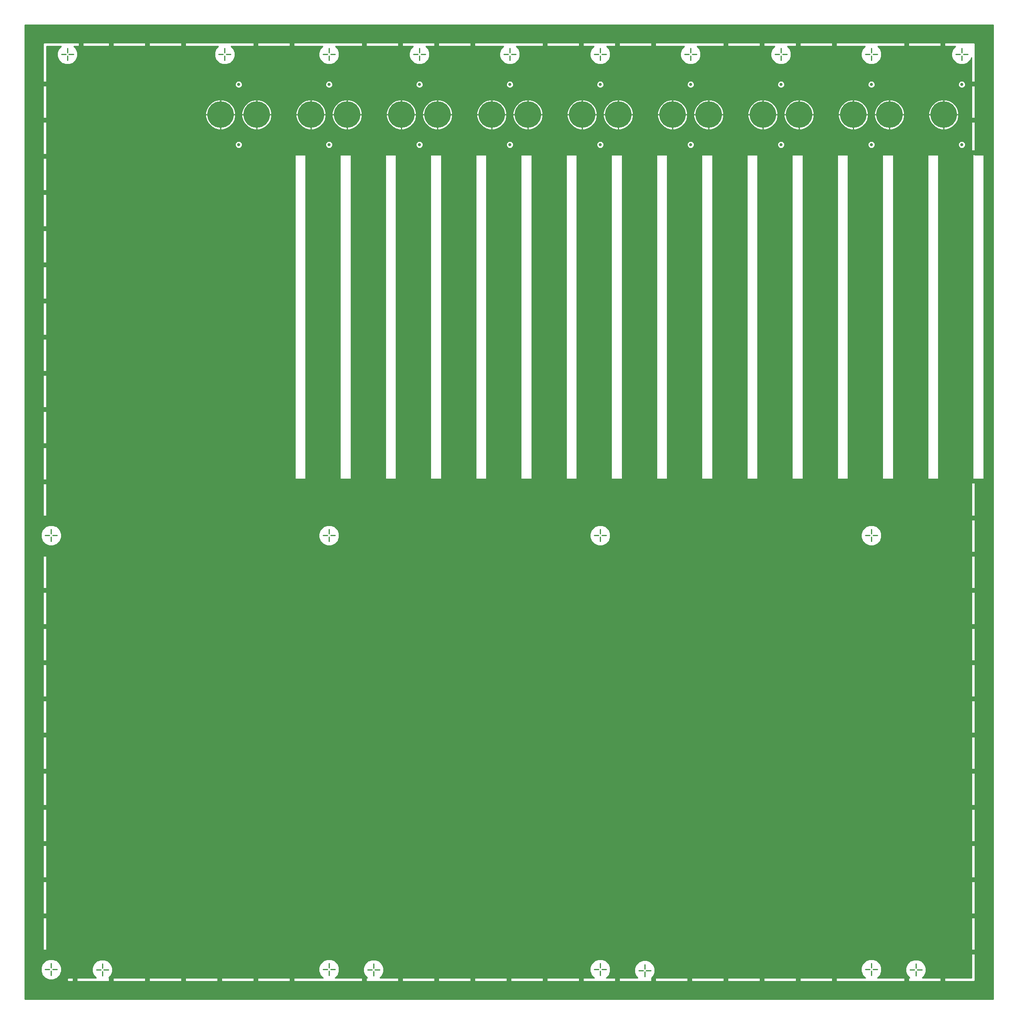
<source format=gbl>
G75*
G70*
%OFA0B0*%
%FSLAX24Y24*%
%IPPOS*%
%LPD*%
%AMOC8*
5,1,8,0,0,1.08239X$1,22.5*
%
%ADD10C,0.0260*%
%ADD11C,0.2200*%
%ADD12C,0.0100*%
%ADD13C,0.0400*%
D10*
X018538Y071125D03*
X018538Y076125D03*
X026038Y076125D03*
X026038Y071125D03*
X033538Y071125D03*
X033538Y076125D03*
X041038Y076125D03*
X041038Y071125D03*
X048538Y071125D03*
X048538Y076125D03*
X056038Y076125D03*
X056038Y071125D03*
X063538Y071125D03*
X063538Y076125D03*
X071038Y076125D03*
X071038Y071125D03*
X078538Y071125D03*
X078538Y076125D03*
D11*
X077038Y073625D03*
X072538Y073625D03*
X069538Y073625D03*
X065038Y073625D03*
X062038Y073625D03*
X057538Y073625D03*
X054538Y073625D03*
X050038Y073625D03*
X047038Y073625D03*
X042538Y073625D03*
X039538Y073625D03*
X035038Y073625D03*
X032038Y073625D03*
X027538Y073625D03*
X024538Y073625D03*
X020038Y073625D03*
X017038Y073625D03*
D12*
X000800Y081057D02*
X000800Y000268D01*
X081150Y000268D01*
X081150Y081057D01*
X000800Y081057D01*
X000800Y080969D02*
X081150Y080969D01*
X081150Y080870D02*
X000800Y080870D01*
X000800Y080772D02*
X081150Y080772D01*
X081150Y080673D02*
X000800Y080673D01*
X000800Y080575D02*
X081150Y080575D01*
X081150Y080476D02*
X000800Y080476D01*
X000800Y080378D02*
X081150Y080378D01*
X081150Y080279D02*
X000800Y080279D01*
X000800Y080181D02*
X081150Y080181D01*
X081150Y080082D02*
X000800Y080082D01*
X000800Y079984D02*
X081150Y079984D01*
X081150Y079885D02*
X000800Y079885D01*
X000800Y079787D02*
X081150Y079787D01*
X081150Y079688D02*
X000800Y079688D01*
X000800Y079590D02*
X002381Y079590D01*
X002388Y079596D02*
X002300Y079508D01*
X002300Y040213D01*
X002388Y040125D01*
X002512Y040125D01*
X002600Y040213D01*
X002600Y079296D01*
X003789Y079296D01*
X003604Y079111D01*
X003475Y078799D01*
X003475Y078461D01*
X003604Y078149D01*
X003844Y077909D01*
X004156Y077780D01*
X004494Y077780D01*
X004806Y077909D01*
X005046Y078149D01*
X005175Y078461D01*
X005175Y078799D01*
X005046Y079111D01*
X004861Y079296D01*
X016839Y079296D01*
X016654Y079111D01*
X016525Y078799D01*
X016525Y078461D01*
X016654Y078149D01*
X016894Y077909D01*
X017206Y077780D01*
X017544Y077780D01*
X017856Y077909D01*
X018096Y078149D01*
X018225Y078461D01*
X018225Y078799D01*
X018096Y079111D01*
X017911Y079296D01*
X025502Y079296D01*
X025317Y079111D01*
X025188Y078799D01*
X025188Y078461D01*
X025317Y078149D01*
X025556Y077909D01*
X025868Y077780D01*
X026207Y077780D01*
X026519Y077909D01*
X026758Y078149D01*
X026887Y078461D01*
X026887Y078799D01*
X026758Y079111D01*
X026573Y079296D01*
X033002Y079296D01*
X032817Y079111D01*
X032688Y078799D01*
X032688Y078461D01*
X032817Y078149D01*
X033056Y077909D01*
X033368Y077780D01*
X033707Y077780D01*
X034019Y077909D01*
X034258Y078149D01*
X034387Y078461D01*
X034387Y078799D01*
X034258Y079111D01*
X034073Y079296D01*
X040502Y079296D01*
X040317Y079111D01*
X040188Y078799D01*
X040188Y078461D01*
X040317Y078149D01*
X040556Y077909D01*
X040868Y077780D01*
X041207Y077780D01*
X041519Y077909D01*
X041758Y078149D01*
X041887Y078461D01*
X041887Y078799D01*
X041758Y079111D01*
X041573Y079296D01*
X048002Y079296D01*
X047817Y079111D01*
X047688Y078799D01*
X047688Y078461D01*
X047817Y078149D01*
X048056Y077909D01*
X048368Y077780D01*
X048707Y077780D01*
X049019Y077909D01*
X049258Y078149D01*
X049387Y078461D01*
X049387Y078799D01*
X049258Y079111D01*
X049073Y079296D01*
X055502Y079296D01*
X055317Y079111D01*
X055188Y078799D01*
X055188Y078461D01*
X055317Y078149D01*
X055556Y077909D01*
X055868Y077780D01*
X056207Y077780D01*
X056519Y077909D01*
X056758Y078149D01*
X056887Y078461D01*
X056887Y078799D01*
X056758Y079111D01*
X056573Y079296D01*
X063002Y079296D01*
X062817Y079111D01*
X062688Y078799D01*
X062688Y078461D01*
X062817Y078149D01*
X063056Y077909D01*
X063368Y077780D01*
X063707Y077780D01*
X064019Y077909D01*
X064258Y078149D01*
X064387Y078461D01*
X064387Y078799D01*
X064258Y079111D01*
X064073Y079296D01*
X070502Y079296D01*
X070317Y079111D01*
X070188Y078799D01*
X070188Y078461D01*
X070317Y078149D01*
X070556Y077909D01*
X070868Y077780D01*
X071207Y077780D01*
X071519Y077909D01*
X071758Y078149D01*
X071887Y078461D01*
X071887Y078799D01*
X071758Y079111D01*
X071573Y079296D01*
X078002Y079296D01*
X077817Y079111D01*
X077688Y078799D01*
X077688Y078461D01*
X077817Y078149D01*
X078056Y077909D01*
X078368Y077780D01*
X078707Y077780D01*
X079019Y077909D01*
X079258Y078149D01*
X079350Y078370D01*
X079350Y070345D01*
X079438Y070257D01*
X079455Y070257D01*
X079455Y043443D01*
X079438Y043443D01*
X079350Y043355D01*
X079350Y002029D01*
X075261Y002029D01*
X075446Y002214D01*
X075575Y002526D01*
X075575Y002864D01*
X075446Y003176D01*
X075206Y003416D01*
X074894Y003545D01*
X074556Y003545D01*
X074244Y003416D01*
X074004Y003176D01*
X073875Y002864D01*
X073875Y002526D01*
X074004Y002214D01*
X074189Y002029D01*
X071543Y002029D01*
X071758Y002244D01*
X071887Y002556D01*
X071887Y002894D01*
X071758Y003206D01*
X071519Y003446D01*
X071207Y003575D01*
X070868Y003575D01*
X070556Y003446D01*
X070317Y003206D01*
X070188Y002894D01*
X070188Y002556D01*
X070317Y002244D01*
X070532Y002029D01*
X052811Y002029D01*
X052946Y002164D01*
X053075Y002476D01*
X053075Y002814D01*
X052946Y003126D01*
X052706Y003366D01*
X052394Y003495D01*
X052056Y003495D01*
X051744Y003366D01*
X051504Y003126D01*
X051375Y002814D01*
X051375Y002476D01*
X051504Y002164D01*
X051639Y002029D01*
X049043Y002029D01*
X049258Y002244D01*
X049387Y002556D01*
X049387Y002894D01*
X049258Y003206D01*
X049019Y003446D01*
X048707Y003575D01*
X048368Y003575D01*
X048056Y003446D01*
X047817Y003206D01*
X047688Y002894D01*
X047688Y002556D01*
X047817Y002244D01*
X048032Y002029D01*
X030261Y002029D01*
X030446Y002214D01*
X030575Y002526D01*
X030575Y002864D01*
X030446Y003176D01*
X030206Y003416D01*
X029894Y003545D01*
X029556Y003545D01*
X029244Y003416D01*
X029004Y003176D01*
X028875Y002864D01*
X028875Y002526D01*
X029004Y002214D01*
X029189Y002029D01*
X026543Y002029D01*
X026758Y002244D01*
X026887Y002556D01*
X026887Y002894D01*
X026758Y003206D01*
X026519Y003446D01*
X026207Y003575D01*
X025868Y003575D01*
X025556Y003446D01*
X025317Y003206D01*
X025188Y002894D01*
X025188Y002556D01*
X025317Y002244D01*
X025532Y002029D01*
X007761Y002029D01*
X007946Y002214D01*
X008075Y002526D01*
X008075Y002864D01*
X007946Y003176D01*
X007706Y003416D01*
X007394Y003545D01*
X007056Y003545D01*
X006744Y003416D01*
X006504Y003176D01*
X006375Y002864D01*
X006375Y002526D01*
X006504Y002214D01*
X006689Y002029D01*
X004388Y002029D01*
X004300Y001941D01*
X004300Y001817D01*
X004388Y001729D01*
X079562Y001729D01*
X079650Y001817D01*
X079650Y043355D01*
X079612Y043393D01*
X080341Y043393D01*
X080370Y043422D01*
X080370Y070278D01*
X080341Y070307D01*
X079612Y070307D01*
X079650Y070345D01*
X079650Y079508D01*
X079562Y079596D01*
X002388Y079596D01*
X002300Y079491D02*
X000800Y079491D01*
X000800Y079393D02*
X002300Y079393D01*
X002300Y079294D02*
X000800Y079294D01*
X000800Y079196D02*
X002300Y079196D01*
X002300Y079097D02*
X000800Y079097D01*
X000800Y078999D02*
X002300Y078999D01*
X002300Y078900D02*
X000800Y078900D01*
X000800Y078802D02*
X002300Y078802D01*
X002300Y078703D02*
X000800Y078703D01*
X000800Y078605D02*
X002300Y078605D01*
X002300Y078506D02*
X000800Y078506D01*
X000800Y078408D02*
X002300Y078408D01*
X002300Y078309D02*
X000800Y078309D01*
X000800Y078211D02*
X002300Y078211D01*
X002300Y078112D02*
X000800Y078112D01*
X000800Y078014D02*
X002300Y078014D01*
X002300Y077915D02*
X000800Y077915D01*
X000800Y077817D02*
X002300Y077817D01*
X002300Y077718D02*
X000800Y077718D01*
X000800Y077620D02*
X002300Y077620D01*
X002300Y077521D02*
X000800Y077521D01*
X000800Y077423D02*
X002300Y077423D01*
X002300Y077324D02*
X000800Y077324D01*
X000800Y077226D02*
X002300Y077226D01*
X002300Y077127D02*
X000800Y077127D01*
X000800Y077029D02*
X002300Y077029D01*
X002300Y076930D02*
X000800Y076930D01*
X000800Y076832D02*
X002300Y076832D01*
X002300Y076733D02*
X000800Y076733D01*
X000800Y076635D02*
X002300Y076635D01*
X002300Y076536D02*
X000800Y076536D01*
X000800Y076438D02*
X002300Y076438D01*
X002300Y076339D02*
X000800Y076339D01*
X000800Y076241D02*
X002300Y076241D01*
X002300Y076142D02*
X000800Y076142D01*
X000800Y076044D02*
X002300Y076044D01*
X002300Y075945D02*
X000800Y075945D01*
X000800Y075847D02*
X002300Y075847D01*
X002300Y075748D02*
X000800Y075748D01*
X000800Y075650D02*
X002300Y075650D01*
X002300Y075551D02*
X000800Y075551D01*
X000800Y075453D02*
X002300Y075453D01*
X002300Y075354D02*
X000800Y075354D01*
X000800Y075256D02*
X002300Y075256D01*
X002300Y075157D02*
X000800Y075157D01*
X000800Y075059D02*
X002300Y075059D01*
X002300Y074960D02*
X000800Y074960D01*
X000800Y074862D02*
X002300Y074862D01*
X002300Y074763D02*
X000800Y074763D01*
X000800Y074665D02*
X002300Y074665D01*
X002300Y074566D02*
X000800Y074566D01*
X000800Y074468D02*
X002300Y074468D01*
X002300Y074369D02*
X000800Y074369D01*
X000800Y074271D02*
X002300Y074271D01*
X002300Y074172D02*
X000800Y074172D01*
X000800Y074074D02*
X002300Y074074D01*
X002300Y073975D02*
X000800Y073975D01*
X000800Y073877D02*
X002300Y073877D01*
X002300Y073778D02*
X000800Y073778D01*
X000800Y073680D02*
X002300Y073680D01*
X002300Y073581D02*
X000800Y073581D01*
X000800Y073483D02*
X002300Y073483D01*
X002300Y073384D02*
X000800Y073384D01*
X000800Y073286D02*
X002300Y073286D01*
X002300Y073187D02*
X000800Y073187D01*
X000800Y073089D02*
X002300Y073089D01*
X002300Y072990D02*
X000800Y072990D01*
X000800Y072892D02*
X002300Y072892D01*
X002300Y072793D02*
X000800Y072793D01*
X000800Y072695D02*
X002300Y072695D01*
X002300Y072596D02*
X000800Y072596D01*
X000800Y072498D02*
X002300Y072498D01*
X002300Y072399D02*
X000800Y072399D01*
X000800Y072301D02*
X002300Y072301D01*
X002300Y072202D02*
X000800Y072202D01*
X000800Y072104D02*
X002300Y072104D01*
X002300Y072005D02*
X000800Y072005D01*
X000800Y071907D02*
X002300Y071907D01*
X002300Y071808D02*
X000800Y071808D01*
X000800Y071710D02*
X002300Y071710D01*
X002300Y071611D02*
X000800Y071611D01*
X000800Y071513D02*
X002300Y071513D01*
X002300Y071414D02*
X000800Y071414D01*
X000800Y071316D02*
X002300Y071316D01*
X002300Y071217D02*
X000800Y071217D01*
X000800Y071119D02*
X002300Y071119D01*
X002300Y071020D02*
X000800Y071020D01*
X000800Y070922D02*
X002300Y070922D01*
X002300Y070823D02*
X000800Y070823D01*
X000800Y070725D02*
X002300Y070725D01*
X002300Y070626D02*
X000800Y070626D01*
X000800Y070528D02*
X002300Y070528D01*
X002300Y070429D02*
X000800Y070429D01*
X000800Y070331D02*
X002300Y070331D01*
X002300Y070232D02*
X000800Y070232D01*
X000800Y070134D02*
X002300Y070134D01*
X002300Y070035D02*
X000800Y070035D01*
X000800Y069937D02*
X002300Y069937D01*
X002300Y069838D02*
X000800Y069838D01*
X000800Y069740D02*
X002300Y069740D01*
X002300Y069641D02*
X000800Y069641D01*
X000800Y069543D02*
X002300Y069543D01*
X002300Y069444D02*
X000800Y069444D01*
X000800Y069346D02*
X002300Y069346D01*
X002300Y069247D02*
X000800Y069247D01*
X000800Y069149D02*
X002300Y069149D01*
X002300Y069050D02*
X000800Y069050D01*
X000800Y068952D02*
X002300Y068952D01*
X002300Y068853D02*
X000800Y068853D01*
X000800Y068755D02*
X002300Y068755D01*
X002300Y068656D02*
X000800Y068656D01*
X000800Y068558D02*
X002300Y068558D01*
X002300Y068459D02*
X000800Y068459D01*
X000800Y068361D02*
X002300Y068361D01*
X002300Y068262D02*
X000800Y068262D01*
X000800Y068164D02*
X002300Y068164D01*
X002300Y068065D02*
X000800Y068065D01*
X000800Y067967D02*
X002300Y067967D01*
X002300Y067868D02*
X000800Y067868D01*
X000800Y067770D02*
X002300Y067770D01*
X002300Y067671D02*
X000800Y067671D01*
X000800Y067573D02*
X002300Y067573D01*
X002300Y067474D02*
X000800Y067474D01*
X000800Y067376D02*
X002300Y067376D01*
X002300Y067277D02*
X000800Y067277D01*
X000800Y067179D02*
X002300Y067179D01*
X002300Y067080D02*
X000800Y067080D01*
X000800Y066982D02*
X002300Y066982D01*
X002300Y066883D02*
X000800Y066883D01*
X000800Y066785D02*
X002300Y066785D01*
X002300Y066686D02*
X000800Y066686D01*
X000800Y066588D02*
X002300Y066588D01*
X002300Y066489D02*
X000800Y066489D01*
X000800Y066391D02*
X002300Y066391D01*
X002300Y066292D02*
X000800Y066292D01*
X000800Y066194D02*
X002300Y066194D01*
X002300Y066095D02*
X000800Y066095D01*
X000800Y065997D02*
X002300Y065997D01*
X002300Y065898D02*
X000800Y065898D01*
X000800Y065800D02*
X002300Y065800D01*
X002300Y065701D02*
X000800Y065701D01*
X000800Y065603D02*
X002300Y065603D01*
X002300Y065504D02*
X000800Y065504D01*
X000800Y065406D02*
X002300Y065406D01*
X002300Y065307D02*
X000800Y065307D01*
X000800Y065209D02*
X002300Y065209D01*
X002300Y065110D02*
X000800Y065110D01*
X000800Y065012D02*
X002300Y065012D01*
X002300Y064913D02*
X000800Y064913D01*
X000800Y064815D02*
X002300Y064815D01*
X002300Y064716D02*
X000800Y064716D01*
X000800Y064618D02*
X002300Y064618D01*
X002300Y064519D02*
X000800Y064519D01*
X000800Y064421D02*
X002300Y064421D01*
X002300Y064322D02*
X000800Y064322D01*
X000800Y064224D02*
X002300Y064224D01*
X002300Y064125D02*
X000800Y064125D01*
X000800Y064027D02*
X002300Y064027D01*
X002300Y063928D02*
X000800Y063928D01*
X000800Y063830D02*
X002300Y063830D01*
X002300Y063731D02*
X000800Y063731D01*
X000800Y063633D02*
X002300Y063633D01*
X002300Y063534D02*
X000800Y063534D01*
X000800Y063436D02*
X002300Y063436D01*
X002300Y063337D02*
X000800Y063337D01*
X000800Y063239D02*
X002300Y063239D01*
X002300Y063140D02*
X000800Y063140D01*
X000800Y063042D02*
X002300Y063042D01*
X002300Y062943D02*
X000800Y062943D01*
X000800Y062845D02*
X002300Y062845D01*
X002300Y062746D02*
X000800Y062746D01*
X000800Y062648D02*
X002300Y062648D01*
X002300Y062549D02*
X000800Y062549D01*
X000800Y062451D02*
X002300Y062451D01*
X002300Y062352D02*
X000800Y062352D01*
X000800Y062254D02*
X002300Y062254D01*
X002300Y062155D02*
X000800Y062155D01*
X000800Y062057D02*
X002300Y062057D01*
X002300Y061958D02*
X000800Y061958D01*
X000800Y061860D02*
X002300Y061860D01*
X002300Y061761D02*
X000800Y061761D01*
X000800Y061663D02*
X002300Y061663D01*
X002300Y061564D02*
X000800Y061564D01*
X000800Y061466D02*
X002300Y061466D01*
X002300Y061367D02*
X000800Y061367D01*
X000800Y061269D02*
X002300Y061269D01*
X002300Y061170D02*
X000800Y061170D01*
X000800Y061072D02*
X002300Y061072D01*
X002300Y060973D02*
X000800Y060973D01*
X000800Y060875D02*
X002300Y060875D01*
X002300Y060776D02*
X000800Y060776D01*
X000800Y060678D02*
X002300Y060678D01*
X002300Y060579D02*
X000800Y060579D01*
X000800Y060481D02*
X002300Y060481D01*
X002300Y060382D02*
X000800Y060382D01*
X000800Y060284D02*
X002300Y060284D01*
X002300Y060185D02*
X000800Y060185D01*
X000800Y060087D02*
X002300Y060087D01*
X002300Y059988D02*
X000800Y059988D01*
X000800Y059890D02*
X002300Y059890D01*
X002300Y059791D02*
X000800Y059791D01*
X000800Y059693D02*
X002300Y059693D01*
X002300Y059594D02*
X000800Y059594D01*
X000800Y059496D02*
X002300Y059496D01*
X002300Y059397D02*
X000800Y059397D01*
X000800Y059299D02*
X002300Y059299D01*
X002300Y059200D02*
X000800Y059200D01*
X000800Y059102D02*
X002300Y059102D01*
X002300Y059003D02*
X000800Y059003D01*
X000800Y058905D02*
X002300Y058905D01*
X002300Y058806D02*
X000800Y058806D01*
X000800Y058708D02*
X002300Y058708D01*
X002300Y058609D02*
X000800Y058609D01*
X000800Y058511D02*
X002300Y058511D01*
X002300Y058412D02*
X000800Y058412D01*
X000800Y058314D02*
X002300Y058314D01*
X002300Y058215D02*
X000800Y058215D01*
X000800Y058117D02*
X002300Y058117D01*
X002300Y058018D02*
X000800Y058018D01*
X000800Y057920D02*
X002300Y057920D01*
X002300Y057821D02*
X000800Y057821D01*
X000800Y057723D02*
X002300Y057723D01*
X002300Y057624D02*
X000800Y057624D01*
X000800Y057526D02*
X002300Y057526D01*
X002300Y057427D02*
X000800Y057427D01*
X000800Y057329D02*
X002300Y057329D01*
X002300Y057230D02*
X000800Y057230D01*
X000800Y057132D02*
X002300Y057132D01*
X002300Y057033D02*
X000800Y057033D01*
X000800Y056935D02*
X002300Y056935D01*
X002300Y056836D02*
X000800Y056836D01*
X000800Y056738D02*
X002300Y056738D01*
X002300Y056639D02*
X000800Y056639D01*
X000800Y056541D02*
X002300Y056541D01*
X002300Y056442D02*
X000800Y056442D01*
X000800Y056344D02*
X002300Y056344D01*
X002300Y056245D02*
X000800Y056245D01*
X000800Y056147D02*
X002300Y056147D01*
X002300Y056048D02*
X000800Y056048D01*
X000800Y055950D02*
X002300Y055950D01*
X002300Y055851D02*
X000800Y055851D01*
X000800Y055753D02*
X002300Y055753D01*
X002300Y055654D02*
X000800Y055654D01*
X000800Y055556D02*
X002300Y055556D01*
X002300Y055457D02*
X000800Y055457D01*
X000800Y055359D02*
X002300Y055359D01*
X002300Y055260D02*
X000800Y055260D01*
X000800Y055162D02*
X002300Y055162D01*
X002300Y055063D02*
X000800Y055063D01*
X000800Y054965D02*
X002300Y054965D01*
X002300Y054866D02*
X000800Y054866D01*
X000800Y054768D02*
X002300Y054768D01*
X002300Y054669D02*
X000800Y054669D01*
X000800Y054571D02*
X002300Y054571D01*
X002300Y054472D02*
X000800Y054472D01*
X000800Y054374D02*
X002300Y054374D01*
X002300Y054275D02*
X000800Y054275D01*
X000800Y054177D02*
X002300Y054177D01*
X002300Y054078D02*
X000800Y054078D01*
X000800Y053980D02*
X002300Y053980D01*
X002300Y053881D02*
X000800Y053881D01*
X000800Y053783D02*
X002300Y053783D01*
X002300Y053684D02*
X000800Y053684D01*
X000800Y053586D02*
X002300Y053586D01*
X002300Y053487D02*
X000800Y053487D01*
X000800Y053389D02*
X002300Y053389D01*
X002300Y053290D02*
X000800Y053290D01*
X000800Y053192D02*
X002300Y053192D01*
X002300Y053093D02*
X000800Y053093D01*
X000800Y052995D02*
X002300Y052995D01*
X002300Y052896D02*
X000800Y052896D01*
X000800Y052798D02*
X002300Y052798D01*
X002300Y052699D02*
X000800Y052699D01*
X000800Y052601D02*
X002300Y052601D01*
X002300Y052502D02*
X000800Y052502D01*
X000800Y052404D02*
X002300Y052404D01*
X002300Y052305D02*
X000800Y052305D01*
X000800Y052207D02*
X002300Y052207D01*
X002300Y052108D02*
X000800Y052108D01*
X000800Y052010D02*
X002300Y052010D01*
X002300Y051911D02*
X000800Y051911D01*
X000800Y051813D02*
X002300Y051813D01*
X002300Y051714D02*
X000800Y051714D01*
X000800Y051616D02*
X002300Y051616D01*
X002300Y051517D02*
X000800Y051517D01*
X000800Y051419D02*
X002300Y051419D01*
X002300Y051320D02*
X000800Y051320D01*
X000800Y051222D02*
X002300Y051222D01*
X002300Y051123D02*
X000800Y051123D01*
X000800Y051025D02*
X002300Y051025D01*
X002300Y050926D02*
X000800Y050926D01*
X000800Y050828D02*
X002300Y050828D01*
X002300Y050729D02*
X000800Y050729D01*
X000800Y050631D02*
X002300Y050631D01*
X002300Y050532D02*
X000800Y050532D01*
X000800Y050434D02*
X002300Y050434D01*
X002300Y050335D02*
X000800Y050335D01*
X000800Y050237D02*
X002300Y050237D01*
X002300Y050138D02*
X000800Y050138D01*
X000800Y050040D02*
X002300Y050040D01*
X002300Y049941D02*
X000800Y049941D01*
X000800Y049843D02*
X002300Y049843D01*
X002300Y049744D02*
X000800Y049744D01*
X000800Y049646D02*
X002300Y049646D01*
X002300Y049547D02*
X000800Y049547D01*
X000800Y049449D02*
X002300Y049449D01*
X002300Y049350D02*
X000800Y049350D01*
X000800Y049252D02*
X002300Y049252D01*
X002300Y049153D02*
X000800Y049153D01*
X000800Y049055D02*
X002300Y049055D01*
X002300Y048956D02*
X000800Y048956D01*
X000800Y048858D02*
X002300Y048858D01*
X002300Y048759D02*
X000800Y048759D01*
X000800Y048661D02*
X002300Y048661D01*
X002300Y048562D02*
X000800Y048562D01*
X000800Y048464D02*
X002300Y048464D01*
X002300Y048365D02*
X000800Y048365D01*
X000800Y048267D02*
X002300Y048267D01*
X002300Y048168D02*
X000800Y048168D01*
X000800Y048070D02*
X002300Y048070D01*
X002300Y047971D02*
X000800Y047971D01*
X000800Y047873D02*
X002300Y047873D01*
X002300Y047774D02*
X000800Y047774D01*
X000800Y047676D02*
X002300Y047676D01*
X002300Y047577D02*
X000800Y047577D01*
X000800Y047479D02*
X002300Y047479D01*
X002300Y047380D02*
X000800Y047380D01*
X000800Y047282D02*
X002300Y047282D01*
X002300Y047183D02*
X000800Y047183D01*
X000800Y047085D02*
X002300Y047085D01*
X002300Y046986D02*
X000800Y046986D01*
X000800Y046888D02*
X002300Y046888D01*
X002300Y046789D02*
X000800Y046789D01*
X000800Y046691D02*
X002300Y046691D01*
X002300Y046592D02*
X000800Y046592D01*
X000800Y046494D02*
X002300Y046494D01*
X002300Y046395D02*
X000800Y046395D01*
X000800Y046297D02*
X002300Y046297D01*
X002300Y046198D02*
X000800Y046198D01*
X000800Y046100D02*
X002300Y046100D01*
X002300Y046001D02*
X000800Y046001D01*
X000800Y045903D02*
X002300Y045903D01*
X002300Y045804D02*
X000800Y045804D01*
X000800Y045706D02*
X002300Y045706D01*
X002300Y045607D02*
X000800Y045607D01*
X000800Y045509D02*
X002300Y045509D01*
X002300Y045410D02*
X000800Y045410D01*
X000800Y045312D02*
X002300Y045312D01*
X002300Y045213D02*
X000800Y045213D01*
X000800Y045115D02*
X002300Y045115D01*
X002300Y045016D02*
X000800Y045016D01*
X000800Y044918D02*
X002300Y044918D01*
X002300Y044819D02*
X000800Y044819D01*
X000800Y044721D02*
X002300Y044721D01*
X002300Y044622D02*
X000800Y044622D01*
X000800Y044524D02*
X002300Y044524D01*
X002300Y044425D02*
X000800Y044425D01*
X000800Y044327D02*
X002300Y044327D01*
X002300Y044228D02*
X000800Y044228D01*
X000800Y044130D02*
X002300Y044130D01*
X002300Y044031D02*
X000800Y044031D01*
X000800Y043933D02*
X002300Y043933D01*
X002300Y043834D02*
X000800Y043834D01*
X000800Y043736D02*
X002300Y043736D01*
X002300Y043637D02*
X000800Y043637D01*
X000800Y043539D02*
X002300Y043539D01*
X002300Y043440D02*
X000800Y043440D01*
X000800Y043342D02*
X002300Y043342D01*
X002300Y043243D02*
X000800Y043243D01*
X000800Y043145D02*
X002300Y043145D01*
X002300Y043046D02*
X000800Y043046D01*
X000800Y042948D02*
X002300Y042948D01*
X002300Y042849D02*
X000800Y042849D01*
X000800Y042751D02*
X002300Y042751D01*
X002300Y042652D02*
X000800Y042652D01*
X000800Y042554D02*
X002300Y042554D01*
X002300Y042455D02*
X000800Y042455D01*
X000800Y042357D02*
X002300Y042357D01*
X002300Y042258D02*
X000800Y042258D01*
X000800Y042160D02*
X002300Y042160D01*
X002300Y042061D02*
X000800Y042061D01*
X000800Y041963D02*
X002300Y041963D01*
X002300Y041864D02*
X000800Y041864D01*
X000800Y041766D02*
X002300Y041766D01*
X002300Y041667D02*
X000800Y041667D01*
X000800Y041569D02*
X002300Y041569D01*
X002300Y041470D02*
X000800Y041470D01*
X000800Y041372D02*
X002300Y041372D01*
X002300Y041273D02*
X000800Y041273D01*
X000800Y041175D02*
X002300Y041175D01*
X002300Y041076D02*
X000800Y041076D01*
X000800Y040978D02*
X002300Y040978D01*
X002300Y040879D02*
X000800Y040879D01*
X000800Y040781D02*
X002300Y040781D01*
X002300Y040682D02*
X000800Y040682D01*
X000800Y040584D02*
X002300Y040584D01*
X002300Y040485D02*
X000800Y040485D01*
X000800Y040387D02*
X002300Y040387D01*
X002300Y040288D02*
X000800Y040288D01*
X000800Y040190D02*
X002323Y040190D01*
X002577Y040190D02*
X079350Y040190D01*
X079350Y040288D02*
X002600Y040288D01*
X002600Y040387D02*
X079350Y040387D01*
X079350Y040485D02*
X002600Y040485D01*
X002600Y040584D02*
X079350Y040584D01*
X079350Y040682D02*
X002600Y040682D01*
X002600Y040781D02*
X079350Y040781D01*
X079350Y040879D02*
X002600Y040879D01*
X002600Y040978D02*
X079350Y040978D01*
X079350Y041076D02*
X002600Y041076D01*
X002600Y041175D02*
X079350Y041175D01*
X079350Y041273D02*
X002600Y041273D01*
X002600Y041372D02*
X079350Y041372D01*
X079350Y041470D02*
X002600Y041470D01*
X002600Y041569D02*
X079350Y041569D01*
X079350Y041667D02*
X002600Y041667D01*
X002600Y041766D02*
X079350Y041766D01*
X079350Y041864D02*
X002600Y041864D01*
X002600Y041963D02*
X079350Y041963D01*
X079350Y042061D02*
X002600Y042061D01*
X002600Y042160D02*
X079350Y042160D01*
X079350Y042258D02*
X002600Y042258D01*
X002600Y042357D02*
X079350Y042357D01*
X079350Y042455D02*
X002600Y042455D01*
X002600Y042554D02*
X079350Y042554D01*
X079350Y042652D02*
X002600Y042652D01*
X002600Y042751D02*
X079350Y042751D01*
X079350Y042849D02*
X002600Y042849D01*
X002600Y042948D02*
X079350Y042948D01*
X079350Y043046D02*
X002600Y043046D01*
X002600Y043145D02*
X079350Y043145D01*
X079350Y043243D02*
X002600Y043243D01*
X002600Y043342D02*
X079350Y043342D01*
X079435Y043440D02*
X076620Y043440D01*
X076620Y043422D02*
X076591Y043393D01*
X075734Y043393D01*
X075705Y043422D01*
X075705Y070278D01*
X075734Y070307D01*
X076591Y070307D01*
X076620Y070278D01*
X076620Y043422D01*
X076620Y043539D02*
X079455Y043539D01*
X079455Y043637D02*
X076620Y043637D01*
X076620Y043736D02*
X079455Y043736D01*
X079455Y043834D02*
X076620Y043834D01*
X076620Y043933D02*
X079455Y043933D01*
X079455Y044031D02*
X076620Y044031D01*
X076620Y044130D02*
X079455Y044130D01*
X079455Y044228D02*
X076620Y044228D01*
X076620Y044327D02*
X079455Y044327D01*
X079455Y044425D02*
X076620Y044425D01*
X076620Y044524D02*
X079455Y044524D01*
X079455Y044622D02*
X076620Y044622D01*
X076620Y044721D02*
X079455Y044721D01*
X079455Y044819D02*
X076620Y044819D01*
X076620Y044918D02*
X079455Y044918D01*
X079455Y045016D02*
X076620Y045016D01*
X076620Y045115D02*
X079455Y045115D01*
X079455Y045213D02*
X076620Y045213D01*
X076620Y045312D02*
X079455Y045312D01*
X079455Y045410D02*
X076620Y045410D01*
X076620Y045509D02*
X079455Y045509D01*
X079455Y045607D02*
X076620Y045607D01*
X076620Y045706D02*
X079455Y045706D01*
X079455Y045804D02*
X076620Y045804D01*
X076620Y045903D02*
X079455Y045903D01*
X079455Y046001D02*
X076620Y046001D01*
X076620Y046100D02*
X079455Y046100D01*
X079455Y046198D02*
X076620Y046198D01*
X076620Y046297D02*
X079455Y046297D01*
X079455Y046395D02*
X076620Y046395D01*
X076620Y046494D02*
X079455Y046494D01*
X079455Y046592D02*
X076620Y046592D01*
X076620Y046691D02*
X079455Y046691D01*
X079455Y046789D02*
X076620Y046789D01*
X076620Y046888D02*
X079455Y046888D01*
X079455Y046986D02*
X076620Y046986D01*
X076620Y047085D02*
X079455Y047085D01*
X079455Y047183D02*
X076620Y047183D01*
X076620Y047282D02*
X079455Y047282D01*
X079455Y047380D02*
X076620Y047380D01*
X076620Y047479D02*
X079455Y047479D01*
X079455Y047577D02*
X076620Y047577D01*
X076620Y047676D02*
X079455Y047676D01*
X079455Y047774D02*
X076620Y047774D01*
X076620Y047873D02*
X079455Y047873D01*
X079455Y047971D02*
X076620Y047971D01*
X076620Y048070D02*
X079455Y048070D01*
X079455Y048168D02*
X076620Y048168D01*
X076620Y048267D02*
X079455Y048267D01*
X079455Y048365D02*
X076620Y048365D01*
X076620Y048464D02*
X079455Y048464D01*
X079455Y048562D02*
X076620Y048562D01*
X076620Y048661D02*
X079455Y048661D01*
X079455Y048759D02*
X076620Y048759D01*
X076620Y048858D02*
X079455Y048858D01*
X079455Y048956D02*
X076620Y048956D01*
X076620Y049055D02*
X079455Y049055D01*
X079455Y049153D02*
X076620Y049153D01*
X076620Y049252D02*
X079455Y049252D01*
X079455Y049350D02*
X076620Y049350D01*
X076620Y049449D02*
X079455Y049449D01*
X079455Y049547D02*
X076620Y049547D01*
X076620Y049646D02*
X079455Y049646D01*
X079455Y049744D02*
X076620Y049744D01*
X076620Y049843D02*
X079455Y049843D01*
X079455Y049941D02*
X076620Y049941D01*
X076620Y050040D02*
X079455Y050040D01*
X079455Y050138D02*
X076620Y050138D01*
X076620Y050237D02*
X079455Y050237D01*
X079455Y050335D02*
X076620Y050335D01*
X076620Y050434D02*
X079455Y050434D01*
X079455Y050532D02*
X076620Y050532D01*
X076620Y050631D02*
X079455Y050631D01*
X079455Y050729D02*
X076620Y050729D01*
X076620Y050828D02*
X079455Y050828D01*
X079455Y050926D02*
X076620Y050926D01*
X076620Y051025D02*
X079455Y051025D01*
X079455Y051123D02*
X076620Y051123D01*
X076620Y051222D02*
X079455Y051222D01*
X079455Y051320D02*
X076620Y051320D01*
X076620Y051419D02*
X079455Y051419D01*
X079455Y051517D02*
X076620Y051517D01*
X076620Y051616D02*
X079455Y051616D01*
X079455Y051714D02*
X076620Y051714D01*
X076620Y051813D02*
X079455Y051813D01*
X079455Y051911D02*
X076620Y051911D01*
X076620Y052010D02*
X079455Y052010D01*
X079455Y052108D02*
X076620Y052108D01*
X076620Y052207D02*
X079455Y052207D01*
X079455Y052305D02*
X076620Y052305D01*
X076620Y052404D02*
X079455Y052404D01*
X079455Y052502D02*
X076620Y052502D01*
X076620Y052601D02*
X079455Y052601D01*
X079455Y052699D02*
X076620Y052699D01*
X076620Y052798D02*
X079455Y052798D01*
X079455Y052896D02*
X076620Y052896D01*
X076620Y052995D02*
X079455Y052995D01*
X079455Y053093D02*
X076620Y053093D01*
X076620Y053192D02*
X079455Y053192D01*
X079455Y053290D02*
X076620Y053290D01*
X076620Y053389D02*
X079455Y053389D01*
X079455Y053487D02*
X076620Y053487D01*
X076620Y053586D02*
X079455Y053586D01*
X079455Y053684D02*
X076620Y053684D01*
X076620Y053783D02*
X079455Y053783D01*
X079455Y053881D02*
X076620Y053881D01*
X076620Y053980D02*
X079455Y053980D01*
X079455Y054078D02*
X076620Y054078D01*
X076620Y054177D02*
X079455Y054177D01*
X079455Y054275D02*
X076620Y054275D01*
X076620Y054374D02*
X079455Y054374D01*
X079455Y054472D02*
X076620Y054472D01*
X076620Y054571D02*
X079455Y054571D01*
X079455Y054669D02*
X076620Y054669D01*
X076620Y054768D02*
X079455Y054768D01*
X079455Y054866D02*
X076620Y054866D01*
X076620Y054965D02*
X079455Y054965D01*
X079455Y055063D02*
X076620Y055063D01*
X076620Y055162D02*
X079455Y055162D01*
X079455Y055260D02*
X076620Y055260D01*
X076620Y055359D02*
X079455Y055359D01*
X079455Y055457D02*
X076620Y055457D01*
X076620Y055556D02*
X079455Y055556D01*
X079455Y055654D02*
X076620Y055654D01*
X076620Y055753D02*
X079455Y055753D01*
X079455Y055851D02*
X076620Y055851D01*
X076620Y055950D02*
X079455Y055950D01*
X079455Y056048D02*
X076620Y056048D01*
X076620Y056147D02*
X079455Y056147D01*
X079455Y056245D02*
X076620Y056245D01*
X076620Y056344D02*
X079455Y056344D01*
X079455Y056442D02*
X076620Y056442D01*
X076620Y056541D02*
X079455Y056541D01*
X079455Y056639D02*
X076620Y056639D01*
X076620Y056738D02*
X079455Y056738D01*
X079455Y056836D02*
X076620Y056836D01*
X076620Y056935D02*
X079455Y056935D01*
X079455Y057033D02*
X076620Y057033D01*
X076620Y057132D02*
X079455Y057132D01*
X079455Y057230D02*
X076620Y057230D01*
X076620Y057329D02*
X079455Y057329D01*
X079455Y057427D02*
X076620Y057427D01*
X076620Y057526D02*
X079455Y057526D01*
X079455Y057624D02*
X076620Y057624D01*
X076620Y057723D02*
X079455Y057723D01*
X079455Y057821D02*
X076620Y057821D01*
X076620Y057920D02*
X079455Y057920D01*
X079455Y058018D02*
X076620Y058018D01*
X076620Y058117D02*
X079455Y058117D01*
X079455Y058215D02*
X076620Y058215D01*
X076620Y058314D02*
X079455Y058314D01*
X079455Y058412D02*
X076620Y058412D01*
X076620Y058511D02*
X079455Y058511D01*
X079455Y058609D02*
X076620Y058609D01*
X076620Y058708D02*
X079455Y058708D01*
X079455Y058806D02*
X076620Y058806D01*
X076620Y058905D02*
X079455Y058905D01*
X079455Y059003D02*
X076620Y059003D01*
X076620Y059102D02*
X079455Y059102D01*
X079455Y059200D02*
X076620Y059200D01*
X076620Y059299D02*
X079455Y059299D01*
X079455Y059397D02*
X076620Y059397D01*
X076620Y059496D02*
X079455Y059496D01*
X079455Y059594D02*
X076620Y059594D01*
X076620Y059693D02*
X079455Y059693D01*
X079455Y059791D02*
X076620Y059791D01*
X076620Y059890D02*
X079455Y059890D01*
X079455Y059988D02*
X076620Y059988D01*
X076620Y060087D02*
X079455Y060087D01*
X079455Y060185D02*
X076620Y060185D01*
X076620Y060284D02*
X079455Y060284D01*
X079455Y060382D02*
X076620Y060382D01*
X076620Y060481D02*
X079455Y060481D01*
X079455Y060579D02*
X076620Y060579D01*
X076620Y060678D02*
X079455Y060678D01*
X079455Y060776D02*
X076620Y060776D01*
X076620Y060875D02*
X079455Y060875D01*
X079455Y060973D02*
X076620Y060973D01*
X076620Y061072D02*
X079455Y061072D01*
X079455Y061170D02*
X076620Y061170D01*
X076620Y061269D02*
X079455Y061269D01*
X079455Y061367D02*
X076620Y061367D01*
X076620Y061466D02*
X079455Y061466D01*
X079455Y061564D02*
X076620Y061564D01*
X076620Y061663D02*
X079455Y061663D01*
X079455Y061761D02*
X076620Y061761D01*
X076620Y061860D02*
X079455Y061860D01*
X079455Y061958D02*
X076620Y061958D01*
X076620Y062057D02*
X079455Y062057D01*
X079455Y062155D02*
X076620Y062155D01*
X076620Y062254D02*
X079455Y062254D01*
X079455Y062352D02*
X076620Y062352D01*
X076620Y062451D02*
X079455Y062451D01*
X079455Y062549D02*
X076620Y062549D01*
X076620Y062648D02*
X079455Y062648D01*
X079455Y062746D02*
X076620Y062746D01*
X076620Y062845D02*
X079455Y062845D01*
X079455Y062943D02*
X076620Y062943D01*
X076620Y063042D02*
X079455Y063042D01*
X079455Y063140D02*
X076620Y063140D01*
X076620Y063239D02*
X079455Y063239D01*
X079455Y063337D02*
X076620Y063337D01*
X076620Y063436D02*
X079455Y063436D01*
X079455Y063534D02*
X076620Y063534D01*
X076620Y063633D02*
X079455Y063633D01*
X079455Y063731D02*
X076620Y063731D01*
X076620Y063830D02*
X079455Y063830D01*
X079455Y063928D02*
X076620Y063928D01*
X076620Y064027D02*
X079455Y064027D01*
X079455Y064125D02*
X076620Y064125D01*
X076620Y064224D02*
X079455Y064224D01*
X079455Y064322D02*
X076620Y064322D01*
X076620Y064421D02*
X079455Y064421D01*
X079455Y064519D02*
X076620Y064519D01*
X076620Y064618D02*
X079455Y064618D01*
X079455Y064716D02*
X076620Y064716D01*
X076620Y064815D02*
X079455Y064815D01*
X079455Y064913D02*
X076620Y064913D01*
X076620Y065012D02*
X079455Y065012D01*
X079455Y065110D02*
X076620Y065110D01*
X076620Y065209D02*
X079455Y065209D01*
X079455Y065307D02*
X076620Y065307D01*
X076620Y065406D02*
X079455Y065406D01*
X079455Y065504D02*
X076620Y065504D01*
X076620Y065603D02*
X079455Y065603D01*
X079455Y065701D02*
X076620Y065701D01*
X076620Y065800D02*
X079455Y065800D01*
X079455Y065898D02*
X076620Y065898D01*
X076620Y065997D02*
X079455Y065997D01*
X079455Y066095D02*
X076620Y066095D01*
X076620Y066194D02*
X079455Y066194D01*
X079455Y066292D02*
X076620Y066292D01*
X076620Y066391D02*
X079455Y066391D01*
X079455Y066489D02*
X076620Y066489D01*
X076620Y066588D02*
X079455Y066588D01*
X079455Y066686D02*
X076620Y066686D01*
X076620Y066785D02*
X079455Y066785D01*
X079455Y066883D02*
X076620Y066883D01*
X076620Y066982D02*
X079455Y066982D01*
X079455Y067080D02*
X076620Y067080D01*
X076620Y067179D02*
X079455Y067179D01*
X079455Y067277D02*
X076620Y067277D01*
X076620Y067376D02*
X079455Y067376D01*
X079455Y067474D02*
X076620Y067474D01*
X076620Y067573D02*
X079455Y067573D01*
X079455Y067671D02*
X076620Y067671D01*
X076620Y067770D02*
X079455Y067770D01*
X079455Y067868D02*
X076620Y067868D01*
X076620Y067967D02*
X079455Y067967D01*
X079455Y068065D02*
X076620Y068065D01*
X076620Y068164D02*
X079455Y068164D01*
X079455Y068262D02*
X076620Y068262D01*
X076620Y068361D02*
X079455Y068361D01*
X079455Y068459D02*
X076620Y068459D01*
X076620Y068558D02*
X079455Y068558D01*
X079455Y068656D02*
X076620Y068656D01*
X076620Y068755D02*
X079455Y068755D01*
X079455Y068853D02*
X076620Y068853D01*
X076620Y068952D02*
X079455Y068952D01*
X079455Y069050D02*
X076620Y069050D01*
X076620Y069149D02*
X079455Y069149D01*
X079455Y069247D02*
X076620Y069247D01*
X076620Y069346D02*
X079455Y069346D01*
X079455Y069444D02*
X076620Y069444D01*
X076620Y069543D02*
X079455Y069543D01*
X079455Y069641D02*
X076620Y069641D01*
X076620Y069740D02*
X079455Y069740D01*
X079455Y069838D02*
X076620Y069838D01*
X076620Y069937D02*
X079455Y069937D01*
X079455Y070035D02*
X076620Y070035D01*
X076620Y070134D02*
X079455Y070134D01*
X079455Y070232D02*
X076620Y070232D01*
X075705Y070232D02*
X072870Y070232D01*
X072870Y070278D02*
X072841Y070307D01*
X071984Y070307D01*
X071955Y070278D01*
X071955Y043422D01*
X071984Y043393D01*
X072841Y043393D01*
X072870Y043422D01*
X072870Y070278D01*
X072870Y070134D02*
X075705Y070134D01*
X075705Y070035D02*
X072870Y070035D01*
X072870Y069937D02*
X075705Y069937D01*
X075705Y069838D02*
X072870Y069838D01*
X072870Y069740D02*
X075705Y069740D01*
X075705Y069641D02*
X072870Y069641D01*
X072870Y069543D02*
X075705Y069543D01*
X075705Y069444D02*
X072870Y069444D01*
X072870Y069346D02*
X075705Y069346D01*
X075705Y069247D02*
X072870Y069247D01*
X072870Y069149D02*
X075705Y069149D01*
X075705Y069050D02*
X072870Y069050D01*
X072870Y068952D02*
X075705Y068952D01*
X075705Y068853D02*
X072870Y068853D01*
X072870Y068755D02*
X075705Y068755D01*
X075705Y068656D02*
X072870Y068656D01*
X072870Y068558D02*
X075705Y068558D01*
X075705Y068459D02*
X072870Y068459D01*
X072870Y068361D02*
X075705Y068361D01*
X075705Y068262D02*
X072870Y068262D01*
X072870Y068164D02*
X075705Y068164D01*
X075705Y068065D02*
X072870Y068065D01*
X072870Y067967D02*
X075705Y067967D01*
X075705Y067868D02*
X072870Y067868D01*
X072870Y067770D02*
X075705Y067770D01*
X075705Y067671D02*
X072870Y067671D01*
X072870Y067573D02*
X075705Y067573D01*
X075705Y067474D02*
X072870Y067474D01*
X072870Y067376D02*
X075705Y067376D01*
X075705Y067277D02*
X072870Y067277D01*
X072870Y067179D02*
X075705Y067179D01*
X075705Y067080D02*
X072870Y067080D01*
X072870Y066982D02*
X075705Y066982D01*
X075705Y066883D02*
X072870Y066883D01*
X072870Y066785D02*
X075705Y066785D01*
X075705Y066686D02*
X072870Y066686D01*
X072870Y066588D02*
X075705Y066588D01*
X075705Y066489D02*
X072870Y066489D01*
X072870Y066391D02*
X075705Y066391D01*
X075705Y066292D02*
X072870Y066292D01*
X072870Y066194D02*
X075705Y066194D01*
X075705Y066095D02*
X072870Y066095D01*
X072870Y065997D02*
X075705Y065997D01*
X075705Y065898D02*
X072870Y065898D01*
X072870Y065800D02*
X075705Y065800D01*
X075705Y065701D02*
X072870Y065701D01*
X072870Y065603D02*
X075705Y065603D01*
X075705Y065504D02*
X072870Y065504D01*
X072870Y065406D02*
X075705Y065406D01*
X075705Y065307D02*
X072870Y065307D01*
X072870Y065209D02*
X075705Y065209D01*
X075705Y065110D02*
X072870Y065110D01*
X072870Y065012D02*
X075705Y065012D01*
X075705Y064913D02*
X072870Y064913D01*
X072870Y064815D02*
X075705Y064815D01*
X075705Y064716D02*
X072870Y064716D01*
X072870Y064618D02*
X075705Y064618D01*
X075705Y064519D02*
X072870Y064519D01*
X072870Y064421D02*
X075705Y064421D01*
X075705Y064322D02*
X072870Y064322D01*
X072870Y064224D02*
X075705Y064224D01*
X075705Y064125D02*
X072870Y064125D01*
X072870Y064027D02*
X075705Y064027D01*
X075705Y063928D02*
X072870Y063928D01*
X072870Y063830D02*
X075705Y063830D01*
X075705Y063731D02*
X072870Y063731D01*
X072870Y063633D02*
X075705Y063633D01*
X075705Y063534D02*
X072870Y063534D01*
X072870Y063436D02*
X075705Y063436D01*
X075705Y063337D02*
X072870Y063337D01*
X072870Y063239D02*
X075705Y063239D01*
X075705Y063140D02*
X072870Y063140D01*
X072870Y063042D02*
X075705Y063042D01*
X075705Y062943D02*
X072870Y062943D01*
X072870Y062845D02*
X075705Y062845D01*
X075705Y062746D02*
X072870Y062746D01*
X072870Y062648D02*
X075705Y062648D01*
X075705Y062549D02*
X072870Y062549D01*
X072870Y062451D02*
X075705Y062451D01*
X075705Y062352D02*
X072870Y062352D01*
X072870Y062254D02*
X075705Y062254D01*
X075705Y062155D02*
X072870Y062155D01*
X072870Y062057D02*
X075705Y062057D01*
X075705Y061958D02*
X072870Y061958D01*
X072870Y061860D02*
X075705Y061860D01*
X075705Y061761D02*
X072870Y061761D01*
X072870Y061663D02*
X075705Y061663D01*
X075705Y061564D02*
X072870Y061564D01*
X072870Y061466D02*
X075705Y061466D01*
X075705Y061367D02*
X072870Y061367D01*
X072870Y061269D02*
X075705Y061269D01*
X075705Y061170D02*
X072870Y061170D01*
X072870Y061072D02*
X075705Y061072D01*
X075705Y060973D02*
X072870Y060973D01*
X072870Y060875D02*
X075705Y060875D01*
X075705Y060776D02*
X072870Y060776D01*
X072870Y060678D02*
X075705Y060678D01*
X075705Y060579D02*
X072870Y060579D01*
X072870Y060481D02*
X075705Y060481D01*
X075705Y060382D02*
X072870Y060382D01*
X072870Y060284D02*
X075705Y060284D01*
X075705Y060185D02*
X072870Y060185D01*
X072870Y060087D02*
X075705Y060087D01*
X075705Y059988D02*
X072870Y059988D01*
X072870Y059890D02*
X075705Y059890D01*
X075705Y059791D02*
X072870Y059791D01*
X072870Y059693D02*
X075705Y059693D01*
X075705Y059594D02*
X072870Y059594D01*
X072870Y059496D02*
X075705Y059496D01*
X075705Y059397D02*
X072870Y059397D01*
X072870Y059299D02*
X075705Y059299D01*
X075705Y059200D02*
X072870Y059200D01*
X072870Y059102D02*
X075705Y059102D01*
X075705Y059003D02*
X072870Y059003D01*
X072870Y058905D02*
X075705Y058905D01*
X075705Y058806D02*
X072870Y058806D01*
X072870Y058708D02*
X075705Y058708D01*
X075705Y058609D02*
X072870Y058609D01*
X072870Y058511D02*
X075705Y058511D01*
X075705Y058412D02*
X072870Y058412D01*
X072870Y058314D02*
X075705Y058314D01*
X075705Y058215D02*
X072870Y058215D01*
X072870Y058117D02*
X075705Y058117D01*
X075705Y058018D02*
X072870Y058018D01*
X072870Y057920D02*
X075705Y057920D01*
X075705Y057821D02*
X072870Y057821D01*
X072870Y057723D02*
X075705Y057723D01*
X075705Y057624D02*
X072870Y057624D01*
X072870Y057526D02*
X075705Y057526D01*
X075705Y057427D02*
X072870Y057427D01*
X072870Y057329D02*
X075705Y057329D01*
X075705Y057230D02*
X072870Y057230D01*
X072870Y057132D02*
X075705Y057132D01*
X075705Y057033D02*
X072870Y057033D01*
X072870Y056935D02*
X075705Y056935D01*
X075705Y056836D02*
X072870Y056836D01*
X072870Y056738D02*
X075705Y056738D01*
X075705Y056639D02*
X072870Y056639D01*
X072870Y056541D02*
X075705Y056541D01*
X075705Y056442D02*
X072870Y056442D01*
X072870Y056344D02*
X075705Y056344D01*
X075705Y056245D02*
X072870Y056245D01*
X072870Y056147D02*
X075705Y056147D01*
X075705Y056048D02*
X072870Y056048D01*
X072870Y055950D02*
X075705Y055950D01*
X075705Y055851D02*
X072870Y055851D01*
X072870Y055753D02*
X075705Y055753D01*
X075705Y055654D02*
X072870Y055654D01*
X072870Y055556D02*
X075705Y055556D01*
X075705Y055457D02*
X072870Y055457D01*
X072870Y055359D02*
X075705Y055359D01*
X075705Y055260D02*
X072870Y055260D01*
X072870Y055162D02*
X075705Y055162D01*
X075705Y055063D02*
X072870Y055063D01*
X072870Y054965D02*
X075705Y054965D01*
X075705Y054866D02*
X072870Y054866D01*
X072870Y054768D02*
X075705Y054768D01*
X075705Y054669D02*
X072870Y054669D01*
X072870Y054571D02*
X075705Y054571D01*
X075705Y054472D02*
X072870Y054472D01*
X072870Y054374D02*
X075705Y054374D01*
X075705Y054275D02*
X072870Y054275D01*
X072870Y054177D02*
X075705Y054177D01*
X075705Y054078D02*
X072870Y054078D01*
X072870Y053980D02*
X075705Y053980D01*
X075705Y053881D02*
X072870Y053881D01*
X072870Y053783D02*
X075705Y053783D01*
X075705Y053684D02*
X072870Y053684D01*
X072870Y053586D02*
X075705Y053586D01*
X075705Y053487D02*
X072870Y053487D01*
X072870Y053389D02*
X075705Y053389D01*
X075705Y053290D02*
X072870Y053290D01*
X072870Y053192D02*
X075705Y053192D01*
X075705Y053093D02*
X072870Y053093D01*
X072870Y052995D02*
X075705Y052995D01*
X075705Y052896D02*
X072870Y052896D01*
X072870Y052798D02*
X075705Y052798D01*
X075705Y052699D02*
X072870Y052699D01*
X072870Y052601D02*
X075705Y052601D01*
X075705Y052502D02*
X072870Y052502D01*
X072870Y052404D02*
X075705Y052404D01*
X075705Y052305D02*
X072870Y052305D01*
X072870Y052207D02*
X075705Y052207D01*
X075705Y052108D02*
X072870Y052108D01*
X072870Y052010D02*
X075705Y052010D01*
X075705Y051911D02*
X072870Y051911D01*
X072870Y051813D02*
X075705Y051813D01*
X075705Y051714D02*
X072870Y051714D01*
X072870Y051616D02*
X075705Y051616D01*
X075705Y051517D02*
X072870Y051517D01*
X072870Y051419D02*
X075705Y051419D01*
X075705Y051320D02*
X072870Y051320D01*
X072870Y051222D02*
X075705Y051222D01*
X075705Y051123D02*
X072870Y051123D01*
X072870Y051025D02*
X075705Y051025D01*
X075705Y050926D02*
X072870Y050926D01*
X072870Y050828D02*
X075705Y050828D01*
X075705Y050729D02*
X072870Y050729D01*
X072870Y050631D02*
X075705Y050631D01*
X075705Y050532D02*
X072870Y050532D01*
X072870Y050434D02*
X075705Y050434D01*
X075705Y050335D02*
X072870Y050335D01*
X072870Y050237D02*
X075705Y050237D01*
X075705Y050138D02*
X072870Y050138D01*
X072870Y050040D02*
X075705Y050040D01*
X075705Y049941D02*
X072870Y049941D01*
X072870Y049843D02*
X075705Y049843D01*
X075705Y049744D02*
X072870Y049744D01*
X072870Y049646D02*
X075705Y049646D01*
X075705Y049547D02*
X072870Y049547D01*
X072870Y049449D02*
X075705Y049449D01*
X075705Y049350D02*
X072870Y049350D01*
X072870Y049252D02*
X075705Y049252D01*
X075705Y049153D02*
X072870Y049153D01*
X072870Y049055D02*
X075705Y049055D01*
X075705Y048956D02*
X072870Y048956D01*
X072870Y048858D02*
X075705Y048858D01*
X075705Y048759D02*
X072870Y048759D01*
X072870Y048661D02*
X075705Y048661D01*
X075705Y048562D02*
X072870Y048562D01*
X072870Y048464D02*
X075705Y048464D01*
X075705Y048365D02*
X072870Y048365D01*
X072870Y048267D02*
X075705Y048267D01*
X075705Y048168D02*
X072870Y048168D01*
X072870Y048070D02*
X075705Y048070D01*
X075705Y047971D02*
X072870Y047971D01*
X072870Y047873D02*
X075705Y047873D01*
X075705Y047774D02*
X072870Y047774D01*
X072870Y047676D02*
X075705Y047676D01*
X075705Y047577D02*
X072870Y047577D01*
X072870Y047479D02*
X075705Y047479D01*
X075705Y047380D02*
X072870Y047380D01*
X072870Y047282D02*
X075705Y047282D01*
X075705Y047183D02*
X072870Y047183D01*
X072870Y047085D02*
X075705Y047085D01*
X075705Y046986D02*
X072870Y046986D01*
X072870Y046888D02*
X075705Y046888D01*
X075705Y046789D02*
X072870Y046789D01*
X072870Y046691D02*
X075705Y046691D01*
X075705Y046592D02*
X072870Y046592D01*
X072870Y046494D02*
X075705Y046494D01*
X075705Y046395D02*
X072870Y046395D01*
X072870Y046297D02*
X075705Y046297D01*
X075705Y046198D02*
X072870Y046198D01*
X072870Y046100D02*
X075705Y046100D01*
X075705Y046001D02*
X072870Y046001D01*
X072870Y045903D02*
X075705Y045903D01*
X075705Y045804D02*
X072870Y045804D01*
X072870Y045706D02*
X075705Y045706D01*
X075705Y045607D02*
X072870Y045607D01*
X072870Y045509D02*
X075705Y045509D01*
X075705Y045410D02*
X072870Y045410D01*
X072870Y045312D02*
X075705Y045312D01*
X075705Y045213D02*
X072870Y045213D01*
X072870Y045115D02*
X075705Y045115D01*
X075705Y045016D02*
X072870Y045016D01*
X072870Y044918D02*
X075705Y044918D01*
X075705Y044819D02*
X072870Y044819D01*
X072870Y044721D02*
X075705Y044721D01*
X075705Y044622D02*
X072870Y044622D01*
X072870Y044524D02*
X075705Y044524D01*
X075705Y044425D02*
X072870Y044425D01*
X072870Y044327D02*
X075705Y044327D01*
X075705Y044228D02*
X072870Y044228D01*
X072870Y044130D02*
X075705Y044130D01*
X075705Y044031D02*
X072870Y044031D01*
X072870Y043933D02*
X075705Y043933D01*
X075705Y043834D02*
X072870Y043834D01*
X072870Y043736D02*
X075705Y043736D01*
X075705Y043637D02*
X072870Y043637D01*
X072870Y043539D02*
X075705Y043539D01*
X075705Y043440D02*
X072870Y043440D01*
X071955Y043440D02*
X069120Y043440D01*
X069120Y043422D02*
X069091Y043393D01*
X068234Y043393D01*
X068205Y043422D01*
X068205Y070278D01*
X068234Y070307D01*
X069091Y070307D01*
X069120Y070278D01*
X069120Y043422D01*
X069120Y043539D02*
X071955Y043539D01*
X071955Y043637D02*
X069120Y043637D01*
X069120Y043736D02*
X071955Y043736D01*
X071955Y043834D02*
X069120Y043834D01*
X069120Y043933D02*
X071955Y043933D01*
X071955Y044031D02*
X069120Y044031D01*
X069120Y044130D02*
X071955Y044130D01*
X071955Y044228D02*
X069120Y044228D01*
X069120Y044327D02*
X071955Y044327D01*
X071955Y044425D02*
X069120Y044425D01*
X069120Y044524D02*
X071955Y044524D01*
X071955Y044622D02*
X069120Y044622D01*
X069120Y044721D02*
X071955Y044721D01*
X071955Y044819D02*
X069120Y044819D01*
X069120Y044918D02*
X071955Y044918D01*
X071955Y045016D02*
X069120Y045016D01*
X069120Y045115D02*
X071955Y045115D01*
X071955Y045213D02*
X069120Y045213D01*
X069120Y045312D02*
X071955Y045312D01*
X071955Y045410D02*
X069120Y045410D01*
X069120Y045509D02*
X071955Y045509D01*
X071955Y045607D02*
X069120Y045607D01*
X069120Y045706D02*
X071955Y045706D01*
X071955Y045804D02*
X069120Y045804D01*
X069120Y045903D02*
X071955Y045903D01*
X071955Y046001D02*
X069120Y046001D01*
X069120Y046100D02*
X071955Y046100D01*
X071955Y046198D02*
X069120Y046198D01*
X069120Y046297D02*
X071955Y046297D01*
X071955Y046395D02*
X069120Y046395D01*
X069120Y046494D02*
X071955Y046494D01*
X071955Y046592D02*
X069120Y046592D01*
X069120Y046691D02*
X071955Y046691D01*
X071955Y046789D02*
X069120Y046789D01*
X069120Y046888D02*
X071955Y046888D01*
X071955Y046986D02*
X069120Y046986D01*
X069120Y047085D02*
X071955Y047085D01*
X071955Y047183D02*
X069120Y047183D01*
X069120Y047282D02*
X071955Y047282D01*
X071955Y047380D02*
X069120Y047380D01*
X069120Y047479D02*
X071955Y047479D01*
X071955Y047577D02*
X069120Y047577D01*
X069120Y047676D02*
X071955Y047676D01*
X071955Y047774D02*
X069120Y047774D01*
X069120Y047873D02*
X071955Y047873D01*
X071955Y047971D02*
X069120Y047971D01*
X069120Y048070D02*
X071955Y048070D01*
X071955Y048168D02*
X069120Y048168D01*
X069120Y048267D02*
X071955Y048267D01*
X071955Y048365D02*
X069120Y048365D01*
X069120Y048464D02*
X071955Y048464D01*
X071955Y048562D02*
X069120Y048562D01*
X069120Y048661D02*
X071955Y048661D01*
X071955Y048759D02*
X069120Y048759D01*
X069120Y048858D02*
X071955Y048858D01*
X071955Y048956D02*
X069120Y048956D01*
X069120Y049055D02*
X071955Y049055D01*
X071955Y049153D02*
X069120Y049153D01*
X069120Y049252D02*
X071955Y049252D01*
X071955Y049350D02*
X069120Y049350D01*
X069120Y049449D02*
X071955Y049449D01*
X071955Y049547D02*
X069120Y049547D01*
X069120Y049646D02*
X071955Y049646D01*
X071955Y049744D02*
X069120Y049744D01*
X069120Y049843D02*
X071955Y049843D01*
X071955Y049941D02*
X069120Y049941D01*
X069120Y050040D02*
X071955Y050040D01*
X071955Y050138D02*
X069120Y050138D01*
X069120Y050237D02*
X071955Y050237D01*
X071955Y050335D02*
X069120Y050335D01*
X069120Y050434D02*
X071955Y050434D01*
X071955Y050532D02*
X069120Y050532D01*
X069120Y050631D02*
X071955Y050631D01*
X071955Y050729D02*
X069120Y050729D01*
X069120Y050828D02*
X071955Y050828D01*
X071955Y050926D02*
X069120Y050926D01*
X069120Y051025D02*
X071955Y051025D01*
X071955Y051123D02*
X069120Y051123D01*
X069120Y051222D02*
X071955Y051222D01*
X071955Y051320D02*
X069120Y051320D01*
X069120Y051419D02*
X071955Y051419D01*
X071955Y051517D02*
X069120Y051517D01*
X069120Y051616D02*
X071955Y051616D01*
X071955Y051714D02*
X069120Y051714D01*
X069120Y051813D02*
X071955Y051813D01*
X071955Y051911D02*
X069120Y051911D01*
X069120Y052010D02*
X071955Y052010D01*
X071955Y052108D02*
X069120Y052108D01*
X069120Y052207D02*
X071955Y052207D01*
X071955Y052305D02*
X069120Y052305D01*
X069120Y052404D02*
X071955Y052404D01*
X071955Y052502D02*
X069120Y052502D01*
X069120Y052601D02*
X071955Y052601D01*
X071955Y052699D02*
X069120Y052699D01*
X069120Y052798D02*
X071955Y052798D01*
X071955Y052896D02*
X069120Y052896D01*
X069120Y052995D02*
X071955Y052995D01*
X071955Y053093D02*
X069120Y053093D01*
X069120Y053192D02*
X071955Y053192D01*
X071955Y053290D02*
X069120Y053290D01*
X069120Y053389D02*
X071955Y053389D01*
X071955Y053487D02*
X069120Y053487D01*
X069120Y053586D02*
X071955Y053586D01*
X071955Y053684D02*
X069120Y053684D01*
X069120Y053783D02*
X071955Y053783D01*
X071955Y053881D02*
X069120Y053881D01*
X069120Y053980D02*
X071955Y053980D01*
X071955Y054078D02*
X069120Y054078D01*
X069120Y054177D02*
X071955Y054177D01*
X071955Y054275D02*
X069120Y054275D01*
X069120Y054374D02*
X071955Y054374D01*
X071955Y054472D02*
X069120Y054472D01*
X069120Y054571D02*
X071955Y054571D01*
X071955Y054669D02*
X069120Y054669D01*
X069120Y054768D02*
X071955Y054768D01*
X071955Y054866D02*
X069120Y054866D01*
X069120Y054965D02*
X071955Y054965D01*
X071955Y055063D02*
X069120Y055063D01*
X069120Y055162D02*
X071955Y055162D01*
X071955Y055260D02*
X069120Y055260D01*
X069120Y055359D02*
X071955Y055359D01*
X071955Y055457D02*
X069120Y055457D01*
X069120Y055556D02*
X071955Y055556D01*
X071955Y055654D02*
X069120Y055654D01*
X069120Y055753D02*
X071955Y055753D01*
X071955Y055851D02*
X069120Y055851D01*
X069120Y055950D02*
X071955Y055950D01*
X071955Y056048D02*
X069120Y056048D01*
X069120Y056147D02*
X071955Y056147D01*
X071955Y056245D02*
X069120Y056245D01*
X069120Y056344D02*
X071955Y056344D01*
X071955Y056442D02*
X069120Y056442D01*
X069120Y056541D02*
X071955Y056541D01*
X071955Y056639D02*
X069120Y056639D01*
X069120Y056738D02*
X071955Y056738D01*
X071955Y056836D02*
X069120Y056836D01*
X069120Y056935D02*
X071955Y056935D01*
X071955Y057033D02*
X069120Y057033D01*
X069120Y057132D02*
X071955Y057132D01*
X071955Y057230D02*
X069120Y057230D01*
X069120Y057329D02*
X071955Y057329D01*
X071955Y057427D02*
X069120Y057427D01*
X069120Y057526D02*
X071955Y057526D01*
X071955Y057624D02*
X069120Y057624D01*
X069120Y057723D02*
X071955Y057723D01*
X071955Y057821D02*
X069120Y057821D01*
X069120Y057920D02*
X071955Y057920D01*
X071955Y058018D02*
X069120Y058018D01*
X069120Y058117D02*
X071955Y058117D01*
X071955Y058215D02*
X069120Y058215D01*
X069120Y058314D02*
X071955Y058314D01*
X071955Y058412D02*
X069120Y058412D01*
X069120Y058511D02*
X071955Y058511D01*
X071955Y058609D02*
X069120Y058609D01*
X069120Y058708D02*
X071955Y058708D01*
X071955Y058806D02*
X069120Y058806D01*
X069120Y058905D02*
X071955Y058905D01*
X071955Y059003D02*
X069120Y059003D01*
X069120Y059102D02*
X071955Y059102D01*
X071955Y059200D02*
X069120Y059200D01*
X069120Y059299D02*
X071955Y059299D01*
X071955Y059397D02*
X069120Y059397D01*
X069120Y059496D02*
X071955Y059496D01*
X071955Y059594D02*
X069120Y059594D01*
X069120Y059693D02*
X071955Y059693D01*
X071955Y059791D02*
X069120Y059791D01*
X069120Y059890D02*
X071955Y059890D01*
X071955Y059988D02*
X069120Y059988D01*
X069120Y060087D02*
X071955Y060087D01*
X071955Y060185D02*
X069120Y060185D01*
X069120Y060284D02*
X071955Y060284D01*
X071955Y060382D02*
X069120Y060382D01*
X069120Y060481D02*
X071955Y060481D01*
X071955Y060579D02*
X069120Y060579D01*
X069120Y060678D02*
X071955Y060678D01*
X071955Y060776D02*
X069120Y060776D01*
X069120Y060875D02*
X071955Y060875D01*
X071955Y060973D02*
X069120Y060973D01*
X069120Y061072D02*
X071955Y061072D01*
X071955Y061170D02*
X069120Y061170D01*
X069120Y061269D02*
X071955Y061269D01*
X071955Y061367D02*
X069120Y061367D01*
X069120Y061466D02*
X071955Y061466D01*
X071955Y061564D02*
X069120Y061564D01*
X069120Y061663D02*
X071955Y061663D01*
X071955Y061761D02*
X069120Y061761D01*
X069120Y061860D02*
X071955Y061860D01*
X071955Y061958D02*
X069120Y061958D01*
X069120Y062057D02*
X071955Y062057D01*
X071955Y062155D02*
X069120Y062155D01*
X069120Y062254D02*
X071955Y062254D01*
X071955Y062352D02*
X069120Y062352D01*
X069120Y062451D02*
X071955Y062451D01*
X071955Y062549D02*
X069120Y062549D01*
X069120Y062648D02*
X071955Y062648D01*
X071955Y062746D02*
X069120Y062746D01*
X069120Y062845D02*
X071955Y062845D01*
X071955Y062943D02*
X069120Y062943D01*
X069120Y063042D02*
X071955Y063042D01*
X071955Y063140D02*
X069120Y063140D01*
X069120Y063239D02*
X071955Y063239D01*
X071955Y063337D02*
X069120Y063337D01*
X069120Y063436D02*
X071955Y063436D01*
X071955Y063534D02*
X069120Y063534D01*
X069120Y063633D02*
X071955Y063633D01*
X071955Y063731D02*
X069120Y063731D01*
X069120Y063830D02*
X071955Y063830D01*
X071955Y063928D02*
X069120Y063928D01*
X069120Y064027D02*
X071955Y064027D01*
X071955Y064125D02*
X069120Y064125D01*
X069120Y064224D02*
X071955Y064224D01*
X071955Y064322D02*
X069120Y064322D01*
X069120Y064421D02*
X071955Y064421D01*
X071955Y064519D02*
X069120Y064519D01*
X069120Y064618D02*
X071955Y064618D01*
X071955Y064716D02*
X069120Y064716D01*
X069120Y064815D02*
X071955Y064815D01*
X071955Y064913D02*
X069120Y064913D01*
X069120Y065012D02*
X071955Y065012D01*
X071955Y065110D02*
X069120Y065110D01*
X069120Y065209D02*
X071955Y065209D01*
X071955Y065307D02*
X069120Y065307D01*
X069120Y065406D02*
X071955Y065406D01*
X071955Y065504D02*
X069120Y065504D01*
X069120Y065603D02*
X071955Y065603D01*
X071955Y065701D02*
X069120Y065701D01*
X069120Y065800D02*
X071955Y065800D01*
X071955Y065898D02*
X069120Y065898D01*
X069120Y065997D02*
X071955Y065997D01*
X071955Y066095D02*
X069120Y066095D01*
X069120Y066194D02*
X071955Y066194D01*
X071955Y066292D02*
X069120Y066292D01*
X069120Y066391D02*
X071955Y066391D01*
X071955Y066489D02*
X069120Y066489D01*
X069120Y066588D02*
X071955Y066588D01*
X071955Y066686D02*
X069120Y066686D01*
X069120Y066785D02*
X071955Y066785D01*
X071955Y066883D02*
X069120Y066883D01*
X069120Y066982D02*
X071955Y066982D01*
X071955Y067080D02*
X069120Y067080D01*
X069120Y067179D02*
X071955Y067179D01*
X071955Y067277D02*
X069120Y067277D01*
X069120Y067376D02*
X071955Y067376D01*
X071955Y067474D02*
X069120Y067474D01*
X069120Y067573D02*
X071955Y067573D01*
X071955Y067671D02*
X069120Y067671D01*
X069120Y067770D02*
X071955Y067770D01*
X071955Y067868D02*
X069120Y067868D01*
X069120Y067967D02*
X071955Y067967D01*
X071955Y068065D02*
X069120Y068065D01*
X069120Y068164D02*
X071955Y068164D01*
X071955Y068262D02*
X069120Y068262D01*
X069120Y068361D02*
X071955Y068361D01*
X071955Y068459D02*
X069120Y068459D01*
X069120Y068558D02*
X071955Y068558D01*
X071955Y068656D02*
X069120Y068656D01*
X069120Y068755D02*
X071955Y068755D01*
X071955Y068853D02*
X069120Y068853D01*
X069120Y068952D02*
X071955Y068952D01*
X071955Y069050D02*
X069120Y069050D01*
X069120Y069149D02*
X071955Y069149D01*
X071955Y069247D02*
X069120Y069247D01*
X069120Y069346D02*
X071955Y069346D01*
X071955Y069444D02*
X069120Y069444D01*
X069120Y069543D02*
X071955Y069543D01*
X071955Y069641D02*
X069120Y069641D01*
X069120Y069740D02*
X071955Y069740D01*
X071955Y069838D02*
X069120Y069838D01*
X069120Y069937D02*
X071955Y069937D01*
X071955Y070035D02*
X069120Y070035D01*
X069120Y070134D02*
X071955Y070134D01*
X071955Y070232D02*
X069120Y070232D01*
X068205Y070232D02*
X065370Y070232D01*
X065370Y070278D02*
X065341Y070307D01*
X064484Y070307D01*
X064455Y070278D01*
X064455Y043422D01*
X064484Y043393D01*
X065341Y043393D01*
X065370Y043422D01*
X065370Y070278D01*
X065370Y070134D02*
X068205Y070134D01*
X068205Y070035D02*
X065370Y070035D01*
X065370Y069937D02*
X068205Y069937D01*
X068205Y069838D02*
X065370Y069838D01*
X065370Y069740D02*
X068205Y069740D01*
X068205Y069641D02*
X065370Y069641D01*
X065370Y069543D02*
X068205Y069543D01*
X068205Y069444D02*
X065370Y069444D01*
X065370Y069346D02*
X068205Y069346D01*
X068205Y069247D02*
X065370Y069247D01*
X065370Y069149D02*
X068205Y069149D01*
X068205Y069050D02*
X065370Y069050D01*
X065370Y068952D02*
X068205Y068952D01*
X068205Y068853D02*
X065370Y068853D01*
X065370Y068755D02*
X068205Y068755D01*
X068205Y068656D02*
X065370Y068656D01*
X065370Y068558D02*
X068205Y068558D01*
X068205Y068459D02*
X065370Y068459D01*
X065370Y068361D02*
X068205Y068361D01*
X068205Y068262D02*
X065370Y068262D01*
X065370Y068164D02*
X068205Y068164D01*
X068205Y068065D02*
X065370Y068065D01*
X065370Y067967D02*
X068205Y067967D01*
X068205Y067868D02*
X065370Y067868D01*
X065370Y067770D02*
X068205Y067770D01*
X068205Y067671D02*
X065370Y067671D01*
X065370Y067573D02*
X068205Y067573D01*
X068205Y067474D02*
X065370Y067474D01*
X065370Y067376D02*
X068205Y067376D01*
X068205Y067277D02*
X065370Y067277D01*
X065370Y067179D02*
X068205Y067179D01*
X068205Y067080D02*
X065370Y067080D01*
X065370Y066982D02*
X068205Y066982D01*
X068205Y066883D02*
X065370Y066883D01*
X065370Y066785D02*
X068205Y066785D01*
X068205Y066686D02*
X065370Y066686D01*
X065370Y066588D02*
X068205Y066588D01*
X068205Y066489D02*
X065370Y066489D01*
X065370Y066391D02*
X068205Y066391D01*
X068205Y066292D02*
X065370Y066292D01*
X065370Y066194D02*
X068205Y066194D01*
X068205Y066095D02*
X065370Y066095D01*
X065370Y065997D02*
X068205Y065997D01*
X068205Y065898D02*
X065370Y065898D01*
X065370Y065800D02*
X068205Y065800D01*
X068205Y065701D02*
X065370Y065701D01*
X065370Y065603D02*
X068205Y065603D01*
X068205Y065504D02*
X065370Y065504D01*
X065370Y065406D02*
X068205Y065406D01*
X068205Y065307D02*
X065370Y065307D01*
X065370Y065209D02*
X068205Y065209D01*
X068205Y065110D02*
X065370Y065110D01*
X065370Y065012D02*
X068205Y065012D01*
X068205Y064913D02*
X065370Y064913D01*
X065370Y064815D02*
X068205Y064815D01*
X068205Y064716D02*
X065370Y064716D01*
X065370Y064618D02*
X068205Y064618D01*
X068205Y064519D02*
X065370Y064519D01*
X065370Y064421D02*
X068205Y064421D01*
X068205Y064322D02*
X065370Y064322D01*
X065370Y064224D02*
X068205Y064224D01*
X068205Y064125D02*
X065370Y064125D01*
X065370Y064027D02*
X068205Y064027D01*
X068205Y063928D02*
X065370Y063928D01*
X065370Y063830D02*
X068205Y063830D01*
X068205Y063731D02*
X065370Y063731D01*
X065370Y063633D02*
X068205Y063633D01*
X068205Y063534D02*
X065370Y063534D01*
X065370Y063436D02*
X068205Y063436D01*
X068205Y063337D02*
X065370Y063337D01*
X065370Y063239D02*
X068205Y063239D01*
X068205Y063140D02*
X065370Y063140D01*
X065370Y063042D02*
X068205Y063042D01*
X068205Y062943D02*
X065370Y062943D01*
X065370Y062845D02*
X068205Y062845D01*
X068205Y062746D02*
X065370Y062746D01*
X065370Y062648D02*
X068205Y062648D01*
X068205Y062549D02*
X065370Y062549D01*
X065370Y062451D02*
X068205Y062451D01*
X068205Y062352D02*
X065370Y062352D01*
X065370Y062254D02*
X068205Y062254D01*
X068205Y062155D02*
X065370Y062155D01*
X065370Y062057D02*
X068205Y062057D01*
X068205Y061958D02*
X065370Y061958D01*
X065370Y061860D02*
X068205Y061860D01*
X068205Y061761D02*
X065370Y061761D01*
X065370Y061663D02*
X068205Y061663D01*
X068205Y061564D02*
X065370Y061564D01*
X065370Y061466D02*
X068205Y061466D01*
X068205Y061367D02*
X065370Y061367D01*
X065370Y061269D02*
X068205Y061269D01*
X068205Y061170D02*
X065370Y061170D01*
X065370Y061072D02*
X068205Y061072D01*
X068205Y060973D02*
X065370Y060973D01*
X065370Y060875D02*
X068205Y060875D01*
X068205Y060776D02*
X065370Y060776D01*
X065370Y060678D02*
X068205Y060678D01*
X068205Y060579D02*
X065370Y060579D01*
X065370Y060481D02*
X068205Y060481D01*
X068205Y060382D02*
X065370Y060382D01*
X065370Y060284D02*
X068205Y060284D01*
X068205Y060185D02*
X065370Y060185D01*
X065370Y060087D02*
X068205Y060087D01*
X068205Y059988D02*
X065370Y059988D01*
X065370Y059890D02*
X068205Y059890D01*
X068205Y059791D02*
X065370Y059791D01*
X065370Y059693D02*
X068205Y059693D01*
X068205Y059594D02*
X065370Y059594D01*
X065370Y059496D02*
X068205Y059496D01*
X068205Y059397D02*
X065370Y059397D01*
X065370Y059299D02*
X068205Y059299D01*
X068205Y059200D02*
X065370Y059200D01*
X065370Y059102D02*
X068205Y059102D01*
X068205Y059003D02*
X065370Y059003D01*
X065370Y058905D02*
X068205Y058905D01*
X068205Y058806D02*
X065370Y058806D01*
X065370Y058708D02*
X068205Y058708D01*
X068205Y058609D02*
X065370Y058609D01*
X065370Y058511D02*
X068205Y058511D01*
X068205Y058412D02*
X065370Y058412D01*
X065370Y058314D02*
X068205Y058314D01*
X068205Y058215D02*
X065370Y058215D01*
X065370Y058117D02*
X068205Y058117D01*
X068205Y058018D02*
X065370Y058018D01*
X065370Y057920D02*
X068205Y057920D01*
X068205Y057821D02*
X065370Y057821D01*
X065370Y057723D02*
X068205Y057723D01*
X068205Y057624D02*
X065370Y057624D01*
X065370Y057526D02*
X068205Y057526D01*
X068205Y057427D02*
X065370Y057427D01*
X065370Y057329D02*
X068205Y057329D01*
X068205Y057230D02*
X065370Y057230D01*
X065370Y057132D02*
X068205Y057132D01*
X068205Y057033D02*
X065370Y057033D01*
X065370Y056935D02*
X068205Y056935D01*
X068205Y056836D02*
X065370Y056836D01*
X065370Y056738D02*
X068205Y056738D01*
X068205Y056639D02*
X065370Y056639D01*
X065370Y056541D02*
X068205Y056541D01*
X068205Y056442D02*
X065370Y056442D01*
X065370Y056344D02*
X068205Y056344D01*
X068205Y056245D02*
X065370Y056245D01*
X065370Y056147D02*
X068205Y056147D01*
X068205Y056048D02*
X065370Y056048D01*
X065370Y055950D02*
X068205Y055950D01*
X068205Y055851D02*
X065370Y055851D01*
X065370Y055753D02*
X068205Y055753D01*
X068205Y055654D02*
X065370Y055654D01*
X065370Y055556D02*
X068205Y055556D01*
X068205Y055457D02*
X065370Y055457D01*
X065370Y055359D02*
X068205Y055359D01*
X068205Y055260D02*
X065370Y055260D01*
X065370Y055162D02*
X068205Y055162D01*
X068205Y055063D02*
X065370Y055063D01*
X065370Y054965D02*
X068205Y054965D01*
X068205Y054866D02*
X065370Y054866D01*
X065370Y054768D02*
X068205Y054768D01*
X068205Y054669D02*
X065370Y054669D01*
X065370Y054571D02*
X068205Y054571D01*
X068205Y054472D02*
X065370Y054472D01*
X065370Y054374D02*
X068205Y054374D01*
X068205Y054275D02*
X065370Y054275D01*
X065370Y054177D02*
X068205Y054177D01*
X068205Y054078D02*
X065370Y054078D01*
X065370Y053980D02*
X068205Y053980D01*
X068205Y053881D02*
X065370Y053881D01*
X065370Y053783D02*
X068205Y053783D01*
X068205Y053684D02*
X065370Y053684D01*
X065370Y053586D02*
X068205Y053586D01*
X068205Y053487D02*
X065370Y053487D01*
X065370Y053389D02*
X068205Y053389D01*
X068205Y053290D02*
X065370Y053290D01*
X065370Y053192D02*
X068205Y053192D01*
X068205Y053093D02*
X065370Y053093D01*
X065370Y052995D02*
X068205Y052995D01*
X068205Y052896D02*
X065370Y052896D01*
X065370Y052798D02*
X068205Y052798D01*
X068205Y052699D02*
X065370Y052699D01*
X065370Y052601D02*
X068205Y052601D01*
X068205Y052502D02*
X065370Y052502D01*
X065370Y052404D02*
X068205Y052404D01*
X068205Y052305D02*
X065370Y052305D01*
X065370Y052207D02*
X068205Y052207D01*
X068205Y052108D02*
X065370Y052108D01*
X065370Y052010D02*
X068205Y052010D01*
X068205Y051911D02*
X065370Y051911D01*
X065370Y051813D02*
X068205Y051813D01*
X068205Y051714D02*
X065370Y051714D01*
X065370Y051616D02*
X068205Y051616D01*
X068205Y051517D02*
X065370Y051517D01*
X065370Y051419D02*
X068205Y051419D01*
X068205Y051320D02*
X065370Y051320D01*
X065370Y051222D02*
X068205Y051222D01*
X068205Y051123D02*
X065370Y051123D01*
X065370Y051025D02*
X068205Y051025D01*
X068205Y050926D02*
X065370Y050926D01*
X065370Y050828D02*
X068205Y050828D01*
X068205Y050729D02*
X065370Y050729D01*
X065370Y050631D02*
X068205Y050631D01*
X068205Y050532D02*
X065370Y050532D01*
X065370Y050434D02*
X068205Y050434D01*
X068205Y050335D02*
X065370Y050335D01*
X065370Y050237D02*
X068205Y050237D01*
X068205Y050138D02*
X065370Y050138D01*
X065370Y050040D02*
X068205Y050040D01*
X068205Y049941D02*
X065370Y049941D01*
X065370Y049843D02*
X068205Y049843D01*
X068205Y049744D02*
X065370Y049744D01*
X065370Y049646D02*
X068205Y049646D01*
X068205Y049547D02*
X065370Y049547D01*
X065370Y049449D02*
X068205Y049449D01*
X068205Y049350D02*
X065370Y049350D01*
X065370Y049252D02*
X068205Y049252D01*
X068205Y049153D02*
X065370Y049153D01*
X065370Y049055D02*
X068205Y049055D01*
X068205Y048956D02*
X065370Y048956D01*
X065370Y048858D02*
X068205Y048858D01*
X068205Y048759D02*
X065370Y048759D01*
X065370Y048661D02*
X068205Y048661D01*
X068205Y048562D02*
X065370Y048562D01*
X065370Y048464D02*
X068205Y048464D01*
X068205Y048365D02*
X065370Y048365D01*
X065370Y048267D02*
X068205Y048267D01*
X068205Y048168D02*
X065370Y048168D01*
X065370Y048070D02*
X068205Y048070D01*
X068205Y047971D02*
X065370Y047971D01*
X065370Y047873D02*
X068205Y047873D01*
X068205Y047774D02*
X065370Y047774D01*
X065370Y047676D02*
X068205Y047676D01*
X068205Y047577D02*
X065370Y047577D01*
X065370Y047479D02*
X068205Y047479D01*
X068205Y047380D02*
X065370Y047380D01*
X065370Y047282D02*
X068205Y047282D01*
X068205Y047183D02*
X065370Y047183D01*
X065370Y047085D02*
X068205Y047085D01*
X068205Y046986D02*
X065370Y046986D01*
X065370Y046888D02*
X068205Y046888D01*
X068205Y046789D02*
X065370Y046789D01*
X065370Y046691D02*
X068205Y046691D01*
X068205Y046592D02*
X065370Y046592D01*
X065370Y046494D02*
X068205Y046494D01*
X068205Y046395D02*
X065370Y046395D01*
X065370Y046297D02*
X068205Y046297D01*
X068205Y046198D02*
X065370Y046198D01*
X065370Y046100D02*
X068205Y046100D01*
X068205Y046001D02*
X065370Y046001D01*
X065370Y045903D02*
X068205Y045903D01*
X068205Y045804D02*
X065370Y045804D01*
X065370Y045706D02*
X068205Y045706D01*
X068205Y045607D02*
X065370Y045607D01*
X065370Y045509D02*
X068205Y045509D01*
X068205Y045410D02*
X065370Y045410D01*
X065370Y045312D02*
X068205Y045312D01*
X068205Y045213D02*
X065370Y045213D01*
X065370Y045115D02*
X068205Y045115D01*
X068205Y045016D02*
X065370Y045016D01*
X065370Y044918D02*
X068205Y044918D01*
X068205Y044819D02*
X065370Y044819D01*
X065370Y044721D02*
X068205Y044721D01*
X068205Y044622D02*
X065370Y044622D01*
X065370Y044524D02*
X068205Y044524D01*
X068205Y044425D02*
X065370Y044425D01*
X065370Y044327D02*
X068205Y044327D01*
X068205Y044228D02*
X065370Y044228D01*
X065370Y044130D02*
X068205Y044130D01*
X068205Y044031D02*
X065370Y044031D01*
X065370Y043933D02*
X068205Y043933D01*
X068205Y043834D02*
X065370Y043834D01*
X065370Y043736D02*
X068205Y043736D01*
X068205Y043637D02*
X065370Y043637D01*
X065370Y043539D02*
X068205Y043539D01*
X068205Y043440D02*
X065370Y043440D01*
X064455Y043440D02*
X061620Y043440D01*
X061620Y043422D02*
X061591Y043393D01*
X060734Y043393D01*
X060705Y043422D01*
X060705Y070278D01*
X060734Y070307D01*
X061591Y070307D01*
X061620Y070278D01*
X061620Y043422D01*
X061620Y043539D02*
X064455Y043539D01*
X064455Y043637D02*
X061620Y043637D01*
X061620Y043736D02*
X064455Y043736D01*
X064455Y043834D02*
X061620Y043834D01*
X061620Y043933D02*
X064455Y043933D01*
X064455Y044031D02*
X061620Y044031D01*
X061620Y044130D02*
X064455Y044130D01*
X064455Y044228D02*
X061620Y044228D01*
X061620Y044327D02*
X064455Y044327D01*
X064455Y044425D02*
X061620Y044425D01*
X061620Y044524D02*
X064455Y044524D01*
X064455Y044622D02*
X061620Y044622D01*
X061620Y044721D02*
X064455Y044721D01*
X064455Y044819D02*
X061620Y044819D01*
X061620Y044918D02*
X064455Y044918D01*
X064455Y045016D02*
X061620Y045016D01*
X061620Y045115D02*
X064455Y045115D01*
X064455Y045213D02*
X061620Y045213D01*
X061620Y045312D02*
X064455Y045312D01*
X064455Y045410D02*
X061620Y045410D01*
X061620Y045509D02*
X064455Y045509D01*
X064455Y045607D02*
X061620Y045607D01*
X061620Y045706D02*
X064455Y045706D01*
X064455Y045804D02*
X061620Y045804D01*
X061620Y045903D02*
X064455Y045903D01*
X064455Y046001D02*
X061620Y046001D01*
X061620Y046100D02*
X064455Y046100D01*
X064455Y046198D02*
X061620Y046198D01*
X061620Y046297D02*
X064455Y046297D01*
X064455Y046395D02*
X061620Y046395D01*
X061620Y046494D02*
X064455Y046494D01*
X064455Y046592D02*
X061620Y046592D01*
X061620Y046691D02*
X064455Y046691D01*
X064455Y046789D02*
X061620Y046789D01*
X061620Y046888D02*
X064455Y046888D01*
X064455Y046986D02*
X061620Y046986D01*
X061620Y047085D02*
X064455Y047085D01*
X064455Y047183D02*
X061620Y047183D01*
X061620Y047282D02*
X064455Y047282D01*
X064455Y047380D02*
X061620Y047380D01*
X061620Y047479D02*
X064455Y047479D01*
X064455Y047577D02*
X061620Y047577D01*
X061620Y047676D02*
X064455Y047676D01*
X064455Y047774D02*
X061620Y047774D01*
X061620Y047873D02*
X064455Y047873D01*
X064455Y047971D02*
X061620Y047971D01*
X061620Y048070D02*
X064455Y048070D01*
X064455Y048168D02*
X061620Y048168D01*
X061620Y048267D02*
X064455Y048267D01*
X064455Y048365D02*
X061620Y048365D01*
X061620Y048464D02*
X064455Y048464D01*
X064455Y048562D02*
X061620Y048562D01*
X061620Y048661D02*
X064455Y048661D01*
X064455Y048759D02*
X061620Y048759D01*
X061620Y048858D02*
X064455Y048858D01*
X064455Y048956D02*
X061620Y048956D01*
X061620Y049055D02*
X064455Y049055D01*
X064455Y049153D02*
X061620Y049153D01*
X061620Y049252D02*
X064455Y049252D01*
X064455Y049350D02*
X061620Y049350D01*
X061620Y049449D02*
X064455Y049449D01*
X064455Y049547D02*
X061620Y049547D01*
X061620Y049646D02*
X064455Y049646D01*
X064455Y049744D02*
X061620Y049744D01*
X061620Y049843D02*
X064455Y049843D01*
X064455Y049941D02*
X061620Y049941D01*
X061620Y050040D02*
X064455Y050040D01*
X064455Y050138D02*
X061620Y050138D01*
X061620Y050237D02*
X064455Y050237D01*
X064455Y050335D02*
X061620Y050335D01*
X061620Y050434D02*
X064455Y050434D01*
X064455Y050532D02*
X061620Y050532D01*
X061620Y050631D02*
X064455Y050631D01*
X064455Y050729D02*
X061620Y050729D01*
X061620Y050828D02*
X064455Y050828D01*
X064455Y050926D02*
X061620Y050926D01*
X061620Y051025D02*
X064455Y051025D01*
X064455Y051123D02*
X061620Y051123D01*
X061620Y051222D02*
X064455Y051222D01*
X064455Y051320D02*
X061620Y051320D01*
X061620Y051419D02*
X064455Y051419D01*
X064455Y051517D02*
X061620Y051517D01*
X061620Y051616D02*
X064455Y051616D01*
X064455Y051714D02*
X061620Y051714D01*
X061620Y051813D02*
X064455Y051813D01*
X064455Y051911D02*
X061620Y051911D01*
X061620Y052010D02*
X064455Y052010D01*
X064455Y052108D02*
X061620Y052108D01*
X061620Y052207D02*
X064455Y052207D01*
X064455Y052305D02*
X061620Y052305D01*
X061620Y052404D02*
X064455Y052404D01*
X064455Y052502D02*
X061620Y052502D01*
X061620Y052601D02*
X064455Y052601D01*
X064455Y052699D02*
X061620Y052699D01*
X061620Y052798D02*
X064455Y052798D01*
X064455Y052896D02*
X061620Y052896D01*
X061620Y052995D02*
X064455Y052995D01*
X064455Y053093D02*
X061620Y053093D01*
X061620Y053192D02*
X064455Y053192D01*
X064455Y053290D02*
X061620Y053290D01*
X061620Y053389D02*
X064455Y053389D01*
X064455Y053487D02*
X061620Y053487D01*
X061620Y053586D02*
X064455Y053586D01*
X064455Y053684D02*
X061620Y053684D01*
X061620Y053783D02*
X064455Y053783D01*
X064455Y053881D02*
X061620Y053881D01*
X061620Y053980D02*
X064455Y053980D01*
X064455Y054078D02*
X061620Y054078D01*
X061620Y054177D02*
X064455Y054177D01*
X064455Y054275D02*
X061620Y054275D01*
X061620Y054374D02*
X064455Y054374D01*
X064455Y054472D02*
X061620Y054472D01*
X061620Y054571D02*
X064455Y054571D01*
X064455Y054669D02*
X061620Y054669D01*
X061620Y054768D02*
X064455Y054768D01*
X064455Y054866D02*
X061620Y054866D01*
X061620Y054965D02*
X064455Y054965D01*
X064455Y055063D02*
X061620Y055063D01*
X061620Y055162D02*
X064455Y055162D01*
X064455Y055260D02*
X061620Y055260D01*
X061620Y055359D02*
X064455Y055359D01*
X064455Y055457D02*
X061620Y055457D01*
X061620Y055556D02*
X064455Y055556D01*
X064455Y055654D02*
X061620Y055654D01*
X061620Y055753D02*
X064455Y055753D01*
X064455Y055851D02*
X061620Y055851D01*
X061620Y055950D02*
X064455Y055950D01*
X064455Y056048D02*
X061620Y056048D01*
X061620Y056147D02*
X064455Y056147D01*
X064455Y056245D02*
X061620Y056245D01*
X061620Y056344D02*
X064455Y056344D01*
X064455Y056442D02*
X061620Y056442D01*
X061620Y056541D02*
X064455Y056541D01*
X064455Y056639D02*
X061620Y056639D01*
X061620Y056738D02*
X064455Y056738D01*
X064455Y056836D02*
X061620Y056836D01*
X061620Y056935D02*
X064455Y056935D01*
X064455Y057033D02*
X061620Y057033D01*
X061620Y057132D02*
X064455Y057132D01*
X064455Y057230D02*
X061620Y057230D01*
X061620Y057329D02*
X064455Y057329D01*
X064455Y057427D02*
X061620Y057427D01*
X061620Y057526D02*
X064455Y057526D01*
X064455Y057624D02*
X061620Y057624D01*
X061620Y057723D02*
X064455Y057723D01*
X064455Y057821D02*
X061620Y057821D01*
X061620Y057920D02*
X064455Y057920D01*
X064455Y058018D02*
X061620Y058018D01*
X061620Y058117D02*
X064455Y058117D01*
X064455Y058215D02*
X061620Y058215D01*
X061620Y058314D02*
X064455Y058314D01*
X064455Y058412D02*
X061620Y058412D01*
X061620Y058511D02*
X064455Y058511D01*
X064455Y058609D02*
X061620Y058609D01*
X061620Y058708D02*
X064455Y058708D01*
X064455Y058806D02*
X061620Y058806D01*
X061620Y058905D02*
X064455Y058905D01*
X064455Y059003D02*
X061620Y059003D01*
X061620Y059102D02*
X064455Y059102D01*
X064455Y059200D02*
X061620Y059200D01*
X061620Y059299D02*
X064455Y059299D01*
X064455Y059397D02*
X061620Y059397D01*
X061620Y059496D02*
X064455Y059496D01*
X064455Y059594D02*
X061620Y059594D01*
X061620Y059693D02*
X064455Y059693D01*
X064455Y059791D02*
X061620Y059791D01*
X061620Y059890D02*
X064455Y059890D01*
X064455Y059988D02*
X061620Y059988D01*
X061620Y060087D02*
X064455Y060087D01*
X064455Y060185D02*
X061620Y060185D01*
X061620Y060284D02*
X064455Y060284D01*
X064455Y060382D02*
X061620Y060382D01*
X061620Y060481D02*
X064455Y060481D01*
X064455Y060579D02*
X061620Y060579D01*
X061620Y060678D02*
X064455Y060678D01*
X064455Y060776D02*
X061620Y060776D01*
X061620Y060875D02*
X064455Y060875D01*
X064455Y060973D02*
X061620Y060973D01*
X061620Y061072D02*
X064455Y061072D01*
X064455Y061170D02*
X061620Y061170D01*
X061620Y061269D02*
X064455Y061269D01*
X064455Y061367D02*
X061620Y061367D01*
X061620Y061466D02*
X064455Y061466D01*
X064455Y061564D02*
X061620Y061564D01*
X061620Y061663D02*
X064455Y061663D01*
X064455Y061761D02*
X061620Y061761D01*
X061620Y061860D02*
X064455Y061860D01*
X064455Y061958D02*
X061620Y061958D01*
X061620Y062057D02*
X064455Y062057D01*
X064455Y062155D02*
X061620Y062155D01*
X061620Y062254D02*
X064455Y062254D01*
X064455Y062352D02*
X061620Y062352D01*
X061620Y062451D02*
X064455Y062451D01*
X064455Y062549D02*
X061620Y062549D01*
X061620Y062648D02*
X064455Y062648D01*
X064455Y062746D02*
X061620Y062746D01*
X061620Y062845D02*
X064455Y062845D01*
X064455Y062943D02*
X061620Y062943D01*
X061620Y063042D02*
X064455Y063042D01*
X064455Y063140D02*
X061620Y063140D01*
X061620Y063239D02*
X064455Y063239D01*
X064455Y063337D02*
X061620Y063337D01*
X061620Y063436D02*
X064455Y063436D01*
X064455Y063534D02*
X061620Y063534D01*
X061620Y063633D02*
X064455Y063633D01*
X064455Y063731D02*
X061620Y063731D01*
X061620Y063830D02*
X064455Y063830D01*
X064455Y063928D02*
X061620Y063928D01*
X061620Y064027D02*
X064455Y064027D01*
X064455Y064125D02*
X061620Y064125D01*
X061620Y064224D02*
X064455Y064224D01*
X064455Y064322D02*
X061620Y064322D01*
X061620Y064421D02*
X064455Y064421D01*
X064455Y064519D02*
X061620Y064519D01*
X061620Y064618D02*
X064455Y064618D01*
X064455Y064716D02*
X061620Y064716D01*
X061620Y064815D02*
X064455Y064815D01*
X064455Y064913D02*
X061620Y064913D01*
X061620Y065012D02*
X064455Y065012D01*
X064455Y065110D02*
X061620Y065110D01*
X061620Y065209D02*
X064455Y065209D01*
X064455Y065307D02*
X061620Y065307D01*
X061620Y065406D02*
X064455Y065406D01*
X064455Y065504D02*
X061620Y065504D01*
X061620Y065603D02*
X064455Y065603D01*
X064455Y065701D02*
X061620Y065701D01*
X061620Y065800D02*
X064455Y065800D01*
X064455Y065898D02*
X061620Y065898D01*
X061620Y065997D02*
X064455Y065997D01*
X064455Y066095D02*
X061620Y066095D01*
X061620Y066194D02*
X064455Y066194D01*
X064455Y066292D02*
X061620Y066292D01*
X061620Y066391D02*
X064455Y066391D01*
X064455Y066489D02*
X061620Y066489D01*
X061620Y066588D02*
X064455Y066588D01*
X064455Y066686D02*
X061620Y066686D01*
X061620Y066785D02*
X064455Y066785D01*
X064455Y066883D02*
X061620Y066883D01*
X061620Y066982D02*
X064455Y066982D01*
X064455Y067080D02*
X061620Y067080D01*
X061620Y067179D02*
X064455Y067179D01*
X064455Y067277D02*
X061620Y067277D01*
X061620Y067376D02*
X064455Y067376D01*
X064455Y067474D02*
X061620Y067474D01*
X061620Y067573D02*
X064455Y067573D01*
X064455Y067671D02*
X061620Y067671D01*
X061620Y067770D02*
X064455Y067770D01*
X064455Y067868D02*
X061620Y067868D01*
X061620Y067967D02*
X064455Y067967D01*
X064455Y068065D02*
X061620Y068065D01*
X061620Y068164D02*
X064455Y068164D01*
X064455Y068262D02*
X061620Y068262D01*
X061620Y068361D02*
X064455Y068361D01*
X064455Y068459D02*
X061620Y068459D01*
X061620Y068558D02*
X064455Y068558D01*
X064455Y068656D02*
X061620Y068656D01*
X061620Y068755D02*
X064455Y068755D01*
X064455Y068853D02*
X061620Y068853D01*
X061620Y068952D02*
X064455Y068952D01*
X064455Y069050D02*
X061620Y069050D01*
X061620Y069149D02*
X064455Y069149D01*
X064455Y069247D02*
X061620Y069247D01*
X061620Y069346D02*
X064455Y069346D01*
X064455Y069444D02*
X061620Y069444D01*
X061620Y069543D02*
X064455Y069543D01*
X064455Y069641D02*
X061620Y069641D01*
X061620Y069740D02*
X064455Y069740D01*
X064455Y069838D02*
X061620Y069838D01*
X061620Y069937D02*
X064455Y069937D01*
X064455Y070035D02*
X061620Y070035D01*
X061620Y070134D02*
X064455Y070134D01*
X064455Y070232D02*
X061620Y070232D01*
X060705Y070232D02*
X057870Y070232D01*
X057870Y070278D02*
X057841Y070307D01*
X056984Y070307D01*
X056955Y070278D01*
X056955Y043422D01*
X056984Y043393D01*
X057841Y043393D01*
X057870Y043422D01*
X057870Y070278D01*
X057870Y070134D02*
X060705Y070134D01*
X060705Y070035D02*
X057870Y070035D01*
X057870Y069937D02*
X060705Y069937D01*
X060705Y069838D02*
X057870Y069838D01*
X057870Y069740D02*
X060705Y069740D01*
X060705Y069641D02*
X057870Y069641D01*
X057870Y069543D02*
X060705Y069543D01*
X060705Y069444D02*
X057870Y069444D01*
X057870Y069346D02*
X060705Y069346D01*
X060705Y069247D02*
X057870Y069247D01*
X057870Y069149D02*
X060705Y069149D01*
X060705Y069050D02*
X057870Y069050D01*
X057870Y068952D02*
X060705Y068952D01*
X060705Y068853D02*
X057870Y068853D01*
X057870Y068755D02*
X060705Y068755D01*
X060705Y068656D02*
X057870Y068656D01*
X057870Y068558D02*
X060705Y068558D01*
X060705Y068459D02*
X057870Y068459D01*
X057870Y068361D02*
X060705Y068361D01*
X060705Y068262D02*
X057870Y068262D01*
X057870Y068164D02*
X060705Y068164D01*
X060705Y068065D02*
X057870Y068065D01*
X057870Y067967D02*
X060705Y067967D01*
X060705Y067868D02*
X057870Y067868D01*
X057870Y067770D02*
X060705Y067770D01*
X060705Y067671D02*
X057870Y067671D01*
X057870Y067573D02*
X060705Y067573D01*
X060705Y067474D02*
X057870Y067474D01*
X057870Y067376D02*
X060705Y067376D01*
X060705Y067277D02*
X057870Y067277D01*
X057870Y067179D02*
X060705Y067179D01*
X060705Y067080D02*
X057870Y067080D01*
X057870Y066982D02*
X060705Y066982D01*
X060705Y066883D02*
X057870Y066883D01*
X057870Y066785D02*
X060705Y066785D01*
X060705Y066686D02*
X057870Y066686D01*
X057870Y066588D02*
X060705Y066588D01*
X060705Y066489D02*
X057870Y066489D01*
X057870Y066391D02*
X060705Y066391D01*
X060705Y066292D02*
X057870Y066292D01*
X057870Y066194D02*
X060705Y066194D01*
X060705Y066095D02*
X057870Y066095D01*
X057870Y065997D02*
X060705Y065997D01*
X060705Y065898D02*
X057870Y065898D01*
X057870Y065800D02*
X060705Y065800D01*
X060705Y065701D02*
X057870Y065701D01*
X057870Y065603D02*
X060705Y065603D01*
X060705Y065504D02*
X057870Y065504D01*
X057870Y065406D02*
X060705Y065406D01*
X060705Y065307D02*
X057870Y065307D01*
X057870Y065209D02*
X060705Y065209D01*
X060705Y065110D02*
X057870Y065110D01*
X057870Y065012D02*
X060705Y065012D01*
X060705Y064913D02*
X057870Y064913D01*
X057870Y064815D02*
X060705Y064815D01*
X060705Y064716D02*
X057870Y064716D01*
X057870Y064618D02*
X060705Y064618D01*
X060705Y064519D02*
X057870Y064519D01*
X057870Y064421D02*
X060705Y064421D01*
X060705Y064322D02*
X057870Y064322D01*
X057870Y064224D02*
X060705Y064224D01*
X060705Y064125D02*
X057870Y064125D01*
X057870Y064027D02*
X060705Y064027D01*
X060705Y063928D02*
X057870Y063928D01*
X057870Y063830D02*
X060705Y063830D01*
X060705Y063731D02*
X057870Y063731D01*
X057870Y063633D02*
X060705Y063633D01*
X060705Y063534D02*
X057870Y063534D01*
X057870Y063436D02*
X060705Y063436D01*
X060705Y063337D02*
X057870Y063337D01*
X057870Y063239D02*
X060705Y063239D01*
X060705Y063140D02*
X057870Y063140D01*
X057870Y063042D02*
X060705Y063042D01*
X060705Y062943D02*
X057870Y062943D01*
X057870Y062845D02*
X060705Y062845D01*
X060705Y062746D02*
X057870Y062746D01*
X057870Y062648D02*
X060705Y062648D01*
X060705Y062549D02*
X057870Y062549D01*
X057870Y062451D02*
X060705Y062451D01*
X060705Y062352D02*
X057870Y062352D01*
X057870Y062254D02*
X060705Y062254D01*
X060705Y062155D02*
X057870Y062155D01*
X057870Y062057D02*
X060705Y062057D01*
X060705Y061958D02*
X057870Y061958D01*
X057870Y061860D02*
X060705Y061860D01*
X060705Y061761D02*
X057870Y061761D01*
X057870Y061663D02*
X060705Y061663D01*
X060705Y061564D02*
X057870Y061564D01*
X057870Y061466D02*
X060705Y061466D01*
X060705Y061367D02*
X057870Y061367D01*
X057870Y061269D02*
X060705Y061269D01*
X060705Y061170D02*
X057870Y061170D01*
X057870Y061072D02*
X060705Y061072D01*
X060705Y060973D02*
X057870Y060973D01*
X057870Y060875D02*
X060705Y060875D01*
X060705Y060776D02*
X057870Y060776D01*
X057870Y060678D02*
X060705Y060678D01*
X060705Y060579D02*
X057870Y060579D01*
X057870Y060481D02*
X060705Y060481D01*
X060705Y060382D02*
X057870Y060382D01*
X057870Y060284D02*
X060705Y060284D01*
X060705Y060185D02*
X057870Y060185D01*
X057870Y060087D02*
X060705Y060087D01*
X060705Y059988D02*
X057870Y059988D01*
X057870Y059890D02*
X060705Y059890D01*
X060705Y059791D02*
X057870Y059791D01*
X057870Y059693D02*
X060705Y059693D01*
X060705Y059594D02*
X057870Y059594D01*
X057870Y059496D02*
X060705Y059496D01*
X060705Y059397D02*
X057870Y059397D01*
X057870Y059299D02*
X060705Y059299D01*
X060705Y059200D02*
X057870Y059200D01*
X057870Y059102D02*
X060705Y059102D01*
X060705Y059003D02*
X057870Y059003D01*
X057870Y058905D02*
X060705Y058905D01*
X060705Y058806D02*
X057870Y058806D01*
X057870Y058708D02*
X060705Y058708D01*
X060705Y058609D02*
X057870Y058609D01*
X057870Y058511D02*
X060705Y058511D01*
X060705Y058412D02*
X057870Y058412D01*
X057870Y058314D02*
X060705Y058314D01*
X060705Y058215D02*
X057870Y058215D01*
X057870Y058117D02*
X060705Y058117D01*
X060705Y058018D02*
X057870Y058018D01*
X057870Y057920D02*
X060705Y057920D01*
X060705Y057821D02*
X057870Y057821D01*
X057870Y057723D02*
X060705Y057723D01*
X060705Y057624D02*
X057870Y057624D01*
X057870Y057526D02*
X060705Y057526D01*
X060705Y057427D02*
X057870Y057427D01*
X057870Y057329D02*
X060705Y057329D01*
X060705Y057230D02*
X057870Y057230D01*
X057870Y057132D02*
X060705Y057132D01*
X060705Y057033D02*
X057870Y057033D01*
X057870Y056935D02*
X060705Y056935D01*
X060705Y056836D02*
X057870Y056836D01*
X057870Y056738D02*
X060705Y056738D01*
X060705Y056639D02*
X057870Y056639D01*
X057870Y056541D02*
X060705Y056541D01*
X060705Y056442D02*
X057870Y056442D01*
X057870Y056344D02*
X060705Y056344D01*
X060705Y056245D02*
X057870Y056245D01*
X057870Y056147D02*
X060705Y056147D01*
X060705Y056048D02*
X057870Y056048D01*
X057870Y055950D02*
X060705Y055950D01*
X060705Y055851D02*
X057870Y055851D01*
X057870Y055753D02*
X060705Y055753D01*
X060705Y055654D02*
X057870Y055654D01*
X057870Y055556D02*
X060705Y055556D01*
X060705Y055457D02*
X057870Y055457D01*
X057870Y055359D02*
X060705Y055359D01*
X060705Y055260D02*
X057870Y055260D01*
X057870Y055162D02*
X060705Y055162D01*
X060705Y055063D02*
X057870Y055063D01*
X057870Y054965D02*
X060705Y054965D01*
X060705Y054866D02*
X057870Y054866D01*
X057870Y054768D02*
X060705Y054768D01*
X060705Y054669D02*
X057870Y054669D01*
X057870Y054571D02*
X060705Y054571D01*
X060705Y054472D02*
X057870Y054472D01*
X057870Y054374D02*
X060705Y054374D01*
X060705Y054275D02*
X057870Y054275D01*
X057870Y054177D02*
X060705Y054177D01*
X060705Y054078D02*
X057870Y054078D01*
X057870Y053980D02*
X060705Y053980D01*
X060705Y053881D02*
X057870Y053881D01*
X057870Y053783D02*
X060705Y053783D01*
X060705Y053684D02*
X057870Y053684D01*
X057870Y053586D02*
X060705Y053586D01*
X060705Y053487D02*
X057870Y053487D01*
X057870Y053389D02*
X060705Y053389D01*
X060705Y053290D02*
X057870Y053290D01*
X057870Y053192D02*
X060705Y053192D01*
X060705Y053093D02*
X057870Y053093D01*
X057870Y052995D02*
X060705Y052995D01*
X060705Y052896D02*
X057870Y052896D01*
X057870Y052798D02*
X060705Y052798D01*
X060705Y052699D02*
X057870Y052699D01*
X057870Y052601D02*
X060705Y052601D01*
X060705Y052502D02*
X057870Y052502D01*
X057870Y052404D02*
X060705Y052404D01*
X060705Y052305D02*
X057870Y052305D01*
X057870Y052207D02*
X060705Y052207D01*
X060705Y052108D02*
X057870Y052108D01*
X057870Y052010D02*
X060705Y052010D01*
X060705Y051911D02*
X057870Y051911D01*
X057870Y051813D02*
X060705Y051813D01*
X060705Y051714D02*
X057870Y051714D01*
X057870Y051616D02*
X060705Y051616D01*
X060705Y051517D02*
X057870Y051517D01*
X057870Y051419D02*
X060705Y051419D01*
X060705Y051320D02*
X057870Y051320D01*
X057870Y051222D02*
X060705Y051222D01*
X060705Y051123D02*
X057870Y051123D01*
X057870Y051025D02*
X060705Y051025D01*
X060705Y050926D02*
X057870Y050926D01*
X057870Y050828D02*
X060705Y050828D01*
X060705Y050729D02*
X057870Y050729D01*
X057870Y050631D02*
X060705Y050631D01*
X060705Y050532D02*
X057870Y050532D01*
X057870Y050434D02*
X060705Y050434D01*
X060705Y050335D02*
X057870Y050335D01*
X057870Y050237D02*
X060705Y050237D01*
X060705Y050138D02*
X057870Y050138D01*
X057870Y050040D02*
X060705Y050040D01*
X060705Y049941D02*
X057870Y049941D01*
X057870Y049843D02*
X060705Y049843D01*
X060705Y049744D02*
X057870Y049744D01*
X057870Y049646D02*
X060705Y049646D01*
X060705Y049547D02*
X057870Y049547D01*
X057870Y049449D02*
X060705Y049449D01*
X060705Y049350D02*
X057870Y049350D01*
X057870Y049252D02*
X060705Y049252D01*
X060705Y049153D02*
X057870Y049153D01*
X057870Y049055D02*
X060705Y049055D01*
X060705Y048956D02*
X057870Y048956D01*
X057870Y048858D02*
X060705Y048858D01*
X060705Y048759D02*
X057870Y048759D01*
X057870Y048661D02*
X060705Y048661D01*
X060705Y048562D02*
X057870Y048562D01*
X057870Y048464D02*
X060705Y048464D01*
X060705Y048365D02*
X057870Y048365D01*
X057870Y048267D02*
X060705Y048267D01*
X060705Y048168D02*
X057870Y048168D01*
X057870Y048070D02*
X060705Y048070D01*
X060705Y047971D02*
X057870Y047971D01*
X057870Y047873D02*
X060705Y047873D01*
X060705Y047774D02*
X057870Y047774D01*
X057870Y047676D02*
X060705Y047676D01*
X060705Y047577D02*
X057870Y047577D01*
X057870Y047479D02*
X060705Y047479D01*
X060705Y047380D02*
X057870Y047380D01*
X057870Y047282D02*
X060705Y047282D01*
X060705Y047183D02*
X057870Y047183D01*
X057870Y047085D02*
X060705Y047085D01*
X060705Y046986D02*
X057870Y046986D01*
X057870Y046888D02*
X060705Y046888D01*
X060705Y046789D02*
X057870Y046789D01*
X057870Y046691D02*
X060705Y046691D01*
X060705Y046592D02*
X057870Y046592D01*
X057870Y046494D02*
X060705Y046494D01*
X060705Y046395D02*
X057870Y046395D01*
X057870Y046297D02*
X060705Y046297D01*
X060705Y046198D02*
X057870Y046198D01*
X057870Y046100D02*
X060705Y046100D01*
X060705Y046001D02*
X057870Y046001D01*
X057870Y045903D02*
X060705Y045903D01*
X060705Y045804D02*
X057870Y045804D01*
X057870Y045706D02*
X060705Y045706D01*
X060705Y045607D02*
X057870Y045607D01*
X057870Y045509D02*
X060705Y045509D01*
X060705Y045410D02*
X057870Y045410D01*
X057870Y045312D02*
X060705Y045312D01*
X060705Y045213D02*
X057870Y045213D01*
X057870Y045115D02*
X060705Y045115D01*
X060705Y045016D02*
X057870Y045016D01*
X057870Y044918D02*
X060705Y044918D01*
X060705Y044819D02*
X057870Y044819D01*
X057870Y044721D02*
X060705Y044721D01*
X060705Y044622D02*
X057870Y044622D01*
X057870Y044524D02*
X060705Y044524D01*
X060705Y044425D02*
X057870Y044425D01*
X057870Y044327D02*
X060705Y044327D01*
X060705Y044228D02*
X057870Y044228D01*
X057870Y044130D02*
X060705Y044130D01*
X060705Y044031D02*
X057870Y044031D01*
X057870Y043933D02*
X060705Y043933D01*
X060705Y043834D02*
X057870Y043834D01*
X057870Y043736D02*
X060705Y043736D01*
X060705Y043637D02*
X057870Y043637D01*
X057870Y043539D02*
X060705Y043539D01*
X060705Y043440D02*
X057870Y043440D01*
X056955Y043440D02*
X054120Y043440D01*
X054120Y043422D02*
X054091Y043393D01*
X053234Y043393D01*
X053205Y043422D01*
X053205Y070278D01*
X053234Y070307D01*
X054091Y070307D01*
X054120Y070278D01*
X054120Y043422D01*
X054120Y043539D02*
X056955Y043539D01*
X056955Y043637D02*
X054120Y043637D01*
X054120Y043736D02*
X056955Y043736D01*
X056955Y043834D02*
X054120Y043834D01*
X054120Y043933D02*
X056955Y043933D01*
X056955Y044031D02*
X054120Y044031D01*
X054120Y044130D02*
X056955Y044130D01*
X056955Y044228D02*
X054120Y044228D01*
X054120Y044327D02*
X056955Y044327D01*
X056955Y044425D02*
X054120Y044425D01*
X054120Y044524D02*
X056955Y044524D01*
X056955Y044622D02*
X054120Y044622D01*
X054120Y044721D02*
X056955Y044721D01*
X056955Y044819D02*
X054120Y044819D01*
X054120Y044918D02*
X056955Y044918D01*
X056955Y045016D02*
X054120Y045016D01*
X054120Y045115D02*
X056955Y045115D01*
X056955Y045213D02*
X054120Y045213D01*
X054120Y045312D02*
X056955Y045312D01*
X056955Y045410D02*
X054120Y045410D01*
X054120Y045509D02*
X056955Y045509D01*
X056955Y045607D02*
X054120Y045607D01*
X054120Y045706D02*
X056955Y045706D01*
X056955Y045804D02*
X054120Y045804D01*
X054120Y045903D02*
X056955Y045903D01*
X056955Y046001D02*
X054120Y046001D01*
X054120Y046100D02*
X056955Y046100D01*
X056955Y046198D02*
X054120Y046198D01*
X054120Y046297D02*
X056955Y046297D01*
X056955Y046395D02*
X054120Y046395D01*
X054120Y046494D02*
X056955Y046494D01*
X056955Y046592D02*
X054120Y046592D01*
X054120Y046691D02*
X056955Y046691D01*
X056955Y046789D02*
X054120Y046789D01*
X054120Y046888D02*
X056955Y046888D01*
X056955Y046986D02*
X054120Y046986D01*
X054120Y047085D02*
X056955Y047085D01*
X056955Y047183D02*
X054120Y047183D01*
X054120Y047282D02*
X056955Y047282D01*
X056955Y047380D02*
X054120Y047380D01*
X054120Y047479D02*
X056955Y047479D01*
X056955Y047577D02*
X054120Y047577D01*
X054120Y047676D02*
X056955Y047676D01*
X056955Y047774D02*
X054120Y047774D01*
X054120Y047873D02*
X056955Y047873D01*
X056955Y047971D02*
X054120Y047971D01*
X054120Y048070D02*
X056955Y048070D01*
X056955Y048168D02*
X054120Y048168D01*
X054120Y048267D02*
X056955Y048267D01*
X056955Y048365D02*
X054120Y048365D01*
X054120Y048464D02*
X056955Y048464D01*
X056955Y048562D02*
X054120Y048562D01*
X054120Y048661D02*
X056955Y048661D01*
X056955Y048759D02*
X054120Y048759D01*
X054120Y048858D02*
X056955Y048858D01*
X056955Y048956D02*
X054120Y048956D01*
X054120Y049055D02*
X056955Y049055D01*
X056955Y049153D02*
X054120Y049153D01*
X054120Y049252D02*
X056955Y049252D01*
X056955Y049350D02*
X054120Y049350D01*
X054120Y049449D02*
X056955Y049449D01*
X056955Y049547D02*
X054120Y049547D01*
X054120Y049646D02*
X056955Y049646D01*
X056955Y049744D02*
X054120Y049744D01*
X054120Y049843D02*
X056955Y049843D01*
X056955Y049941D02*
X054120Y049941D01*
X054120Y050040D02*
X056955Y050040D01*
X056955Y050138D02*
X054120Y050138D01*
X054120Y050237D02*
X056955Y050237D01*
X056955Y050335D02*
X054120Y050335D01*
X054120Y050434D02*
X056955Y050434D01*
X056955Y050532D02*
X054120Y050532D01*
X054120Y050631D02*
X056955Y050631D01*
X056955Y050729D02*
X054120Y050729D01*
X054120Y050828D02*
X056955Y050828D01*
X056955Y050926D02*
X054120Y050926D01*
X054120Y051025D02*
X056955Y051025D01*
X056955Y051123D02*
X054120Y051123D01*
X054120Y051222D02*
X056955Y051222D01*
X056955Y051320D02*
X054120Y051320D01*
X054120Y051419D02*
X056955Y051419D01*
X056955Y051517D02*
X054120Y051517D01*
X054120Y051616D02*
X056955Y051616D01*
X056955Y051714D02*
X054120Y051714D01*
X054120Y051813D02*
X056955Y051813D01*
X056955Y051911D02*
X054120Y051911D01*
X054120Y052010D02*
X056955Y052010D01*
X056955Y052108D02*
X054120Y052108D01*
X054120Y052207D02*
X056955Y052207D01*
X056955Y052305D02*
X054120Y052305D01*
X054120Y052404D02*
X056955Y052404D01*
X056955Y052502D02*
X054120Y052502D01*
X054120Y052601D02*
X056955Y052601D01*
X056955Y052699D02*
X054120Y052699D01*
X054120Y052798D02*
X056955Y052798D01*
X056955Y052896D02*
X054120Y052896D01*
X054120Y052995D02*
X056955Y052995D01*
X056955Y053093D02*
X054120Y053093D01*
X054120Y053192D02*
X056955Y053192D01*
X056955Y053290D02*
X054120Y053290D01*
X054120Y053389D02*
X056955Y053389D01*
X056955Y053487D02*
X054120Y053487D01*
X054120Y053586D02*
X056955Y053586D01*
X056955Y053684D02*
X054120Y053684D01*
X054120Y053783D02*
X056955Y053783D01*
X056955Y053881D02*
X054120Y053881D01*
X054120Y053980D02*
X056955Y053980D01*
X056955Y054078D02*
X054120Y054078D01*
X054120Y054177D02*
X056955Y054177D01*
X056955Y054275D02*
X054120Y054275D01*
X054120Y054374D02*
X056955Y054374D01*
X056955Y054472D02*
X054120Y054472D01*
X054120Y054571D02*
X056955Y054571D01*
X056955Y054669D02*
X054120Y054669D01*
X054120Y054768D02*
X056955Y054768D01*
X056955Y054866D02*
X054120Y054866D01*
X054120Y054965D02*
X056955Y054965D01*
X056955Y055063D02*
X054120Y055063D01*
X054120Y055162D02*
X056955Y055162D01*
X056955Y055260D02*
X054120Y055260D01*
X054120Y055359D02*
X056955Y055359D01*
X056955Y055457D02*
X054120Y055457D01*
X054120Y055556D02*
X056955Y055556D01*
X056955Y055654D02*
X054120Y055654D01*
X054120Y055753D02*
X056955Y055753D01*
X056955Y055851D02*
X054120Y055851D01*
X054120Y055950D02*
X056955Y055950D01*
X056955Y056048D02*
X054120Y056048D01*
X054120Y056147D02*
X056955Y056147D01*
X056955Y056245D02*
X054120Y056245D01*
X054120Y056344D02*
X056955Y056344D01*
X056955Y056442D02*
X054120Y056442D01*
X054120Y056541D02*
X056955Y056541D01*
X056955Y056639D02*
X054120Y056639D01*
X054120Y056738D02*
X056955Y056738D01*
X056955Y056836D02*
X054120Y056836D01*
X054120Y056935D02*
X056955Y056935D01*
X056955Y057033D02*
X054120Y057033D01*
X054120Y057132D02*
X056955Y057132D01*
X056955Y057230D02*
X054120Y057230D01*
X054120Y057329D02*
X056955Y057329D01*
X056955Y057427D02*
X054120Y057427D01*
X054120Y057526D02*
X056955Y057526D01*
X056955Y057624D02*
X054120Y057624D01*
X054120Y057723D02*
X056955Y057723D01*
X056955Y057821D02*
X054120Y057821D01*
X054120Y057920D02*
X056955Y057920D01*
X056955Y058018D02*
X054120Y058018D01*
X054120Y058117D02*
X056955Y058117D01*
X056955Y058215D02*
X054120Y058215D01*
X054120Y058314D02*
X056955Y058314D01*
X056955Y058412D02*
X054120Y058412D01*
X054120Y058511D02*
X056955Y058511D01*
X056955Y058609D02*
X054120Y058609D01*
X054120Y058708D02*
X056955Y058708D01*
X056955Y058806D02*
X054120Y058806D01*
X054120Y058905D02*
X056955Y058905D01*
X056955Y059003D02*
X054120Y059003D01*
X054120Y059102D02*
X056955Y059102D01*
X056955Y059200D02*
X054120Y059200D01*
X054120Y059299D02*
X056955Y059299D01*
X056955Y059397D02*
X054120Y059397D01*
X054120Y059496D02*
X056955Y059496D01*
X056955Y059594D02*
X054120Y059594D01*
X054120Y059693D02*
X056955Y059693D01*
X056955Y059791D02*
X054120Y059791D01*
X054120Y059890D02*
X056955Y059890D01*
X056955Y059988D02*
X054120Y059988D01*
X054120Y060087D02*
X056955Y060087D01*
X056955Y060185D02*
X054120Y060185D01*
X054120Y060284D02*
X056955Y060284D01*
X056955Y060382D02*
X054120Y060382D01*
X054120Y060481D02*
X056955Y060481D01*
X056955Y060579D02*
X054120Y060579D01*
X054120Y060678D02*
X056955Y060678D01*
X056955Y060776D02*
X054120Y060776D01*
X054120Y060875D02*
X056955Y060875D01*
X056955Y060973D02*
X054120Y060973D01*
X054120Y061072D02*
X056955Y061072D01*
X056955Y061170D02*
X054120Y061170D01*
X054120Y061269D02*
X056955Y061269D01*
X056955Y061367D02*
X054120Y061367D01*
X054120Y061466D02*
X056955Y061466D01*
X056955Y061564D02*
X054120Y061564D01*
X054120Y061663D02*
X056955Y061663D01*
X056955Y061761D02*
X054120Y061761D01*
X054120Y061860D02*
X056955Y061860D01*
X056955Y061958D02*
X054120Y061958D01*
X054120Y062057D02*
X056955Y062057D01*
X056955Y062155D02*
X054120Y062155D01*
X054120Y062254D02*
X056955Y062254D01*
X056955Y062352D02*
X054120Y062352D01*
X054120Y062451D02*
X056955Y062451D01*
X056955Y062549D02*
X054120Y062549D01*
X054120Y062648D02*
X056955Y062648D01*
X056955Y062746D02*
X054120Y062746D01*
X054120Y062845D02*
X056955Y062845D01*
X056955Y062943D02*
X054120Y062943D01*
X054120Y063042D02*
X056955Y063042D01*
X056955Y063140D02*
X054120Y063140D01*
X054120Y063239D02*
X056955Y063239D01*
X056955Y063337D02*
X054120Y063337D01*
X054120Y063436D02*
X056955Y063436D01*
X056955Y063534D02*
X054120Y063534D01*
X054120Y063633D02*
X056955Y063633D01*
X056955Y063731D02*
X054120Y063731D01*
X054120Y063830D02*
X056955Y063830D01*
X056955Y063928D02*
X054120Y063928D01*
X054120Y064027D02*
X056955Y064027D01*
X056955Y064125D02*
X054120Y064125D01*
X054120Y064224D02*
X056955Y064224D01*
X056955Y064322D02*
X054120Y064322D01*
X054120Y064421D02*
X056955Y064421D01*
X056955Y064519D02*
X054120Y064519D01*
X054120Y064618D02*
X056955Y064618D01*
X056955Y064716D02*
X054120Y064716D01*
X054120Y064815D02*
X056955Y064815D01*
X056955Y064913D02*
X054120Y064913D01*
X054120Y065012D02*
X056955Y065012D01*
X056955Y065110D02*
X054120Y065110D01*
X054120Y065209D02*
X056955Y065209D01*
X056955Y065307D02*
X054120Y065307D01*
X054120Y065406D02*
X056955Y065406D01*
X056955Y065504D02*
X054120Y065504D01*
X054120Y065603D02*
X056955Y065603D01*
X056955Y065701D02*
X054120Y065701D01*
X054120Y065800D02*
X056955Y065800D01*
X056955Y065898D02*
X054120Y065898D01*
X054120Y065997D02*
X056955Y065997D01*
X056955Y066095D02*
X054120Y066095D01*
X054120Y066194D02*
X056955Y066194D01*
X056955Y066292D02*
X054120Y066292D01*
X054120Y066391D02*
X056955Y066391D01*
X056955Y066489D02*
X054120Y066489D01*
X054120Y066588D02*
X056955Y066588D01*
X056955Y066686D02*
X054120Y066686D01*
X054120Y066785D02*
X056955Y066785D01*
X056955Y066883D02*
X054120Y066883D01*
X054120Y066982D02*
X056955Y066982D01*
X056955Y067080D02*
X054120Y067080D01*
X054120Y067179D02*
X056955Y067179D01*
X056955Y067277D02*
X054120Y067277D01*
X054120Y067376D02*
X056955Y067376D01*
X056955Y067474D02*
X054120Y067474D01*
X054120Y067573D02*
X056955Y067573D01*
X056955Y067671D02*
X054120Y067671D01*
X054120Y067770D02*
X056955Y067770D01*
X056955Y067868D02*
X054120Y067868D01*
X054120Y067967D02*
X056955Y067967D01*
X056955Y068065D02*
X054120Y068065D01*
X054120Y068164D02*
X056955Y068164D01*
X056955Y068262D02*
X054120Y068262D01*
X054120Y068361D02*
X056955Y068361D01*
X056955Y068459D02*
X054120Y068459D01*
X054120Y068558D02*
X056955Y068558D01*
X056955Y068656D02*
X054120Y068656D01*
X054120Y068755D02*
X056955Y068755D01*
X056955Y068853D02*
X054120Y068853D01*
X054120Y068952D02*
X056955Y068952D01*
X056955Y069050D02*
X054120Y069050D01*
X054120Y069149D02*
X056955Y069149D01*
X056955Y069247D02*
X054120Y069247D01*
X054120Y069346D02*
X056955Y069346D01*
X056955Y069444D02*
X054120Y069444D01*
X054120Y069543D02*
X056955Y069543D01*
X056955Y069641D02*
X054120Y069641D01*
X054120Y069740D02*
X056955Y069740D01*
X056955Y069838D02*
X054120Y069838D01*
X054120Y069937D02*
X056955Y069937D01*
X056955Y070035D02*
X054120Y070035D01*
X054120Y070134D02*
X056955Y070134D01*
X056955Y070232D02*
X054120Y070232D01*
X055783Y070955D02*
X055738Y071065D01*
X055738Y071185D01*
X055783Y071295D01*
X055868Y071379D01*
X055978Y071425D01*
X056097Y071425D01*
X056207Y071379D01*
X056292Y071295D01*
X056337Y071185D01*
X056337Y071065D01*
X056292Y070955D01*
X056207Y070871D01*
X056097Y070825D01*
X055978Y070825D01*
X055868Y070871D01*
X055783Y070955D01*
X055817Y070922D02*
X048758Y070922D01*
X048792Y070955D02*
X048837Y071065D01*
X048837Y071185D01*
X048792Y071295D01*
X048707Y071379D01*
X048597Y071425D01*
X048478Y071425D01*
X048368Y071379D01*
X048283Y071295D01*
X048238Y071185D01*
X048238Y071065D01*
X048283Y070955D01*
X048368Y070871D01*
X048478Y070825D01*
X048597Y070825D01*
X048707Y070871D01*
X048792Y070955D01*
X048819Y071020D02*
X055756Y071020D01*
X055738Y071119D02*
X048837Y071119D01*
X048824Y071217D02*
X055751Y071217D01*
X055804Y071316D02*
X048771Y071316D01*
X048623Y071414D02*
X055952Y071414D01*
X056123Y071414D02*
X063452Y071414D01*
X063478Y071425D02*
X063368Y071379D01*
X063283Y071295D01*
X063238Y071185D01*
X063238Y071065D01*
X063283Y070955D01*
X063368Y070871D01*
X063478Y070825D01*
X063597Y070825D01*
X063707Y070871D01*
X063792Y070955D01*
X063837Y071065D01*
X063837Y071185D01*
X063792Y071295D01*
X063707Y071379D01*
X063597Y071425D01*
X063478Y071425D01*
X063623Y071414D02*
X070952Y071414D01*
X070978Y071425D02*
X070868Y071379D01*
X070783Y071295D01*
X070738Y071185D01*
X070738Y071065D01*
X070783Y070955D01*
X070868Y070871D01*
X070978Y070825D01*
X071097Y070825D01*
X071207Y070871D01*
X071292Y070955D01*
X071337Y071065D01*
X071337Y071185D01*
X071292Y071295D01*
X071207Y071379D01*
X071097Y071425D01*
X070978Y071425D01*
X071123Y071414D02*
X078452Y071414D01*
X078478Y071425D02*
X078368Y071379D01*
X078283Y071295D01*
X078238Y071185D01*
X078238Y071065D01*
X078283Y070955D01*
X078368Y070871D01*
X078478Y070825D01*
X078597Y070825D01*
X078707Y070871D01*
X078792Y070955D01*
X078837Y071065D01*
X078837Y071185D01*
X078792Y071295D01*
X078707Y071379D01*
X078597Y071425D01*
X078478Y071425D01*
X078623Y071414D02*
X079350Y071414D01*
X079350Y071316D02*
X078771Y071316D01*
X078824Y071217D02*
X079350Y071217D01*
X079350Y071119D02*
X078837Y071119D01*
X078819Y071020D02*
X079350Y071020D01*
X079350Y070922D02*
X078758Y070922D01*
X078317Y070922D02*
X071258Y070922D01*
X071319Y071020D02*
X078256Y071020D01*
X078238Y071119D02*
X071337Y071119D01*
X071324Y071217D02*
X078251Y071217D01*
X078304Y071316D02*
X071271Y071316D01*
X070804Y071316D02*
X063771Y071316D01*
X063824Y071217D02*
X070751Y071217D01*
X070738Y071119D02*
X063837Y071119D01*
X063819Y071020D02*
X070756Y071020D01*
X070817Y070922D02*
X063758Y070922D01*
X063317Y070922D02*
X056258Y070922D01*
X056319Y071020D02*
X063256Y071020D01*
X063238Y071119D02*
X056337Y071119D01*
X056324Y071217D02*
X063251Y071217D01*
X063304Y071316D02*
X056271Y071316D01*
X057055Y072460D02*
X057373Y072375D01*
X057702Y072375D01*
X058020Y072460D01*
X058305Y072625D01*
X058538Y072857D01*
X058702Y073143D01*
X058787Y073460D01*
X058787Y073790D01*
X058702Y074107D01*
X058538Y074393D01*
X058305Y074625D01*
X058020Y074790D01*
X057702Y074875D01*
X057373Y074875D01*
X057055Y074790D01*
X056770Y074625D01*
X056537Y074393D01*
X056373Y074107D01*
X056288Y073790D01*
X056288Y073460D01*
X056373Y073143D01*
X056537Y072857D01*
X056770Y072625D01*
X057055Y072460D01*
X056990Y072498D02*
X055085Y072498D01*
X055020Y072460D02*
X055305Y072625D01*
X055538Y072857D01*
X055702Y073143D01*
X055787Y073460D01*
X055787Y073790D01*
X055702Y074107D01*
X055538Y074393D01*
X055305Y074625D01*
X055020Y074790D01*
X054702Y074875D01*
X054373Y074875D01*
X054055Y074790D01*
X053770Y074625D01*
X053537Y074393D01*
X053373Y074107D01*
X053288Y073790D01*
X053288Y073460D01*
X053373Y073143D01*
X053537Y072857D01*
X053770Y072625D01*
X054055Y072460D01*
X054373Y072375D01*
X054702Y072375D01*
X055020Y072460D01*
X054792Y072399D02*
X057283Y072399D01*
X057538Y072325D02*
X057538Y074925D01*
X057752Y074862D02*
X061823Y074862D01*
X061873Y074875D02*
X061555Y074790D01*
X061270Y074625D01*
X061037Y074393D01*
X060873Y074107D01*
X060788Y073790D01*
X060788Y073460D01*
X060873Y073143D01*
X061037Y072857D01*
X061270Y072625D01*
X061555Y072460D01*
X061873Y072375D01*
X062202Y072375D01*
X062520Y072460D01*
X062805Y072625D01*
X063038Y072857D01*
X063202Y073143D01*
X063287Y073460D01*
X063287Y073790D01*
X063202Y074107D01*
X063038Y074393D01*
X062805Y074625D01*
X062520Y074790D01*
X062202Y074875D01*
X061873Y074875D01*
X062038Y074925D02*
X062038Y072325D01*
X062292Y072399D02*
X064783Y072399D01*
X064873Y072375D02*
X065202Y072375D01*
X065520Y072460D01*
X065805Y072625D01*
X066038Y072857D01*
X066202Y073143D01*
X066287Y073460D01*
X066287Y073790D01*
X066202Y074107D01*
X066038Y074393D01*
X065805Y074625D01*
X065520Y074790D01*
X065202Y074875D01*
X064873Y074875D01*
X064555Y074790D01*
X064270Y074625D01*
X064037Y074393D01*
X063873Y074107D01*
X063788Y073790D01*
X063788Y073460D01*
X063873Y073143D01*
X064037Y072857D01*
X064270Y072625D01*
X064555Y072460D01*
X064873Y072375D01*
X065038Y072325D02*
X065038Y074925D01*
X065252Y074862D02*
X069323Y074862D01*
X069373Y074875D02*
X069055Y074790D01*
X068770Y074625D01*
X068537Y074393D01*
X068373Y074107D01*
X068288Y073790D01*
X068288Y073460D01*
X068373Y073143D01*
X068537Y072857D01*
X068770Y072625D01*
X069055Y072460D01*
X069373Y072375D01*
X069702Y072375D01*
X070020Y072460D01*
X070305Y072625D01*
X070538Y072857D01*
X070702Y073143D01*
X070787Y073460D01*
X070787Y073790D01*
X070702Y074107D01*
X070538Y074393D01*
X070305Y074625D01*
X070020Y074790D01*
X069702Y074875D01*
X069373Y074875D01*
X069538Y074925D02*
X069538Y072325D01*
X069792Y072399D02*
X072283Y072399D01*
X072373Y072375D02*
X072702Y072375D01*
X073020Y072460D01*
X073305Y072625D01*
X073538Y072857D01*
X073702Y073143D01*
X073787Y073460D01*
X073787Y073790D01*
X073702Y074107D01*
X073538Y074393D01*
X073305Y074625D01*
X073020Y074790D01*
X072702Y074875D01*
X072373Y074875D01*
X072055Y074790D01*
X071770Y074625D01*
X071537Y074393D01*
X071373Y074107D01*
X071288Y073790D01*
X071288Y073460D01*
X071373Y073143D01*
X071537Y072857D01*
X071770Y072625D01*
X072055Y072460D01*
X072373Y072375D01*
X072538Y072325D02*
X072538Y074925D01*
X072752Y074862D02*
X076823Y074862D01*
X076873Y074875D02*
X076555Y074790D01*
X076270Y074625D01*
X076037Y074393D01*
X075873Y074107D01*
X075788Y073790D01*
X075788Y073460D01*
X075873Y073143D01*
X076037Y072857D01*
X076270Y072625D01*
X076555Y072460D01*
X076873Y072375D01*
X077202Y072375D01*
X077520Y072460D01*
X077805Y072625D01*
X078038Y072857D01*
X078202Y073143D01*
X078287Y073460D01*
X078287Y073790D01*
X078202Y074107D01*
X078038Y074393D01*
X077805Y074625D01*
X077520Y074790D01*
X077202Y074875D01*
X076873Y074875D01*
X077038Y074925D02*
X077038Y072325D01*
X077292Y072399D02*
X079350Y072399D01*
X079350Y072301D02*
X002600Y072301D01*
X002600Y072399D02*
X016783Y072399D01*
X016873Y072375D02*
X017202Y072375D01*
X017520Y072460D01*
X017805Y072625D01*
X018038Y072857D01*
X018202Y073143D01*
X018287Y073460D01*
X018287Y073790D01*
X018202Y074107D01*
X018038Y074393D01*
X017805Y074625D01*
X017520Y074790D01*
X017202Y074875D01*
X016873Y074875D01*
X016555Y074790D01*
X016270Y074625D01*
X016037Y074393D01*
X015873Y074107D01*
X015788Y073790D01*
X015788Y073460D01*
X015873Y073143D01*
X016037Y072857D01*
X016270Y072625D01*
X016555Y072460D01*
X016873Y072375D01*
X017038Y072325D02*
X017038Y074925D01*
X017252Y074862D02*
X019823Y074862D01*
X019873Y074875D02*
X019555Y074790D01*
X019270Y074625D01*
X019037Y074393D01*
X018873Y074107D01*
X018788Y073790D01*
X018788Y073460D01*
X018873Y073143D01*
X019037Y072857D01*
X019270Y072625D01*
X019555Y072460D01*
X019873Y072375D01*
X020202Y072375D01*
X020520Y072460D01*
X020805Y072625D01*
X021038Y072857D01*
X021202Y073143D01*
X021287Y073460D01*
X021287Y073790D01*
X021202Y074107D01*
X021038Y074393D01*
X020805Y074625D01*
X020520Y074790D01*
X020202Y074875D01*
X019873Y074875D01*
X020038Y074925D02*
X020038Y072325D01*
X020292Y072399D02*
X024283Y072399D01*
X024373Y072375D02*
X024702Y072375D01*
X025020Y072460D01*
X025305Y072625D01*
X025538Y072857D01*
X025702Y073143D01*
X025787Y073460D01*
X025787Y073790D01*
X025702Y074107D01*
X025538Y074393D01*
X025305Y074625D01*
X025020Y074790D01*
X024702Y074875D01*
X024373Y074875D01*
X024055Y074790D01*
X023770Y074625D01*
X023537Y074393D01*
X023373Y074107D01*
X023288Y073790D01*
X023288Y073460D01*
X023373Y073143D01*
X023537Y072857D01*
X023770Y072625D01*
X024055Y072460D01*
X024373Y072375D01*
X024538Y072325D02*
X024538Y074925D01*
X024752Y074862D02*
X027323Y074862D01*
X027373Y074875D02*
X027055Y074790D01*
X026770Y074625D01*
X026537Y074393D01*
X026373Y074107D01*
X026288Y073790D01*
X026288Y073460D01*
X026373Y073143D01*
X026537Y072857D01*
X026770Y072625D01*
X027055Y072460D01*
X027373Y072375D01*
X027702Y072375D01*
X028020Y072460D01*
X028305Y072625D01*
X028538Y072857D01*
X028702Y073143D01*
X028787Y073460D01*
X028787Y073790D01*
X028702Y074107D01*
X028538Y074393D01*
X028305Y074625D01*
X028020Y074790D01*
X027702Y074875D01*
X027373Y074875D01*
X027538Y074925D02*
X027538Y072325D01*
X027792Y072399D02*
X031783Y072399D01*
X031873Y072375D02*
X032202Y072375D01*
X032520Y072460D01*
X032805Y072625D01*
X033038Y072857D01*
X033202Y073143D01*
X033287Y073460D01*
X033287Y073790D01*
X033202Y074107D01*
X033038Y074393D01*
X032805Y074625D01*
X032520Y074790D01*
X032202Y074875D01*
X031873Y074875D01*
X031555Y074790D01*
X031270Y074625D01*
X031037Y074393D01*
X030873Y074107D01*
X030788Y073790D01*
X030788Y073460D01*
X030873Y073143D01*
X031037Y072857D01*
X031270Y072625D01*
X031555Y072460D01*
X031873Y072375D01*
X032038Y072325D02*
X032038Y074925D01*
X032252Y074862D02*
X034823Y074862D01*
X034873Y074875D02*
X034555Y074790D01*
X034270Y074625D01*
X034037Y074393D01*
X033873Y074107D01*
X033788Y073790D01*
X033788Y073460D01*
X033873Y073143D01*
X034037Y072857D01*
X034270Y072625D01*
X034555Y072460D01*
X034873Y072375D01*
X035202Y072375D01*
X035520Y072460D01*
X035805Y072625D01*
X036038Y072857D01*
X036202Y073143D01*
X036287Y073460D01*
X036287Y073790D01*
X036202Y074107D01*
X036038Y074393D01*
X035805Y074625D01*
X035520Y074790D01*
X035202Y074875D01*
X034873Y074875D01*
X035038Y074925D02*
X035038Y072325D01*
X035292Y072399D02*
X039283Y072399D01*
X039373Y072375D02*
X039055Y072460D01*
X038770Y072625D01*
X038537Y072857D01*
X038373Y073143D01*
X038288Y073460D01*
X038288Y073790D01*
X038373Y074107D01*
X038537Y074393D01*
X038770Y074625D01*
X039055Y074790D01*
X039373Y074875D01*
X039702Y074875D01*
X040020Y074790D01*
X040305Y074625D01*
X040538Y074393D01*
X040702Y074107D01*
X040787Y073790D01*
X040787Y073460D01*
X040702Y073143D01*
X040538Y072857D01*
X040305Y072625D01*
X040020Y072460D01*
X039702Y072375D01*
X039373Y072375D01*
X039538Y072325D02*
X039538Y074925D01*
X039752Y074862D02*
X042323Y074862D01*
X042373Y074875D02*
X042055Y074790D01*
X041770Y074625D01*
X041537Y074393D01*
X041373Y074107D01*
X041288Y073790D01*
X041288Y073460D01*
X041373Y073143D01*
X041537Y072857D01*
X041770Y072625D01*
X042055Y072460D01*
X042373Y072375D01*
X042702Y072375D01*
X043020Y072460D01*
X043305Y072625D01*
X043538Y072857D01*
X043702Y073143D01*
X043787Y073460D01*
X043787Y073790D01*
X043702Y074107D01*
X043538Y074393D01*
X043305Y074625D01*
X043020Y074790D01*
X042702Y074875D01*
X042373Y074875D01*
X042538Y074925D02*
X042538Y072325D01*
X042792Y072399D02*
X046783Y072399D01*
X046873Y072375D02*
X047202Y072375D01*
X047520Y072460D01*
X047805Y072625D01*
X048038Y072857D01*
X048202Y073143D01*
X048287Y073460D01*
X048287Y073790D01*
X048202Y074107D01*
X048038Y074393D01*
X047805Y074625D01*
X047520Y074790D01*
X047202Y074875D01*
X046873Y074875D01*
X046555Y074790D01*
X046270Y074625D01*
X046037Y074393D01*
X045873Y074107D01*
X045788Y073790D01*
X045788Y073460D01*
X045873Y073143D01*
X046037Y072857D01*
X046270Y072625D01*
X046555Y072460D01*
X046873Y072375D01*
X047038Y072325D02*
X047038Y074925D01*
X047252Y074862D02*
X049823Y074862D01*
X049873Y074875D02*
X049555Y074790D01*
X049270Y074625D01*
X049037Y074393D01*
X048873Y074107D01*
X048788Y073790D01*
X048788Y073460D01*
X048873Y073143D01*
X049037Y072857D01*
X049270Y072625D01*
X049555Y072460D01*
X049873Y072375D01*
X050202Y072375D01*
X050520Y072460D01*
X050805Y072625D01*
X051038Y072857D01*
X051202Y073143D01*
X051287Y073460D01*
X051287Y073790D01*
X051202Y074107D01*
X051038Y074393D01*
X050805Y074625D01*
X050520Y074790D01*
X050202Y074875D01*
X049873Y074875D01*
X050038Y074925D02*
X050038Y072325D01*
X050292Y072399D02*
X054283Y072399D01*
X054538Y072325D02*
X054538Y074925D01*
X054752Y074862D02*
X057323Y074862D01*
X057009Y074763D02*
X055066Y074763D01*
X055237Y074665D02*
X056838Y074665D01*
X056711Y074566D02*
X055364Y074566D01*
X055463Y074468D02*
X056612Y074468D01*
X056524Y074369D02*
X055551Y074369D01*
X055608Y074271D02*
X056467Y074271D01*
X056410Y074172D02*
X055665Y074172D01*
X055711Y074074D02*
X056364Y074074D01*
X056337Y073975D02*
X055738Y073975D01*
X055764Y073877D02*
X056311Y073877D01*
X056288Y073778D02*
X055787Y073778D01*
X055787Y073680D02*
X056288Y073680D01*
X056238Y073625D02*
X058838Y073625D01*
X058787Y073581D02*
X060788Y073581D01*
X060738Y073625D02*
X063338Y073625D01*
X063287Y073581D02*
X063788Y073581D01*
X063738Y073625D02*
X066338Y073625D01*
X066287Y073581D02*
X068288Y073581D01*
X068238Y073625D02*
X070838Y073625D01*
X070787Y073581D02*
X071288Y073581D01*
X071238Y073625D02*
X073838Y073625D01*
X073787Y073581D02*
X075788Y073581D01*
X075738Y073625D02*
X078338Y073625D01*
X078287Y073581D02*
X079350Y073581D01*
X079350Y073483D02*
X078287Y073483D01*
X078267Y073384D02*
X079350Y073384D01*
X079350Y073286D02*
X078241Y073286D01*
X078214Y073187D02*
X079350Y073187D01*
X079350Y073089D02*
X078171Y073089D01*
X078114Y072990D02*
X079350Y072990D01*
X079350Y072892D02*
X078057Y072892D01*
X077973Y072793D02*
X079350Y072793D01*
X079350Y072695D02*
X077875Y072695D01*
X077756Y072596D02*
X079350Y072596D01*
X079350Y072498D02*
X077585Y072498D01*
X076783Y072399D02*
X072792Y072399D01*
X073085Y072498D02*
X076490Y072498D01*
X076319Y072596D02*
X073256Y072596D01*
X073375Y072695D02*
X076200Y072695D01*
X076102Y072793D02*
X073473Y072793D01*
X073557Y072892D02*
X076018Y072892D01*
X075961Y072990D02*
X073614Y072990D01*
X073671Y073089D02*
X075904Y073089D01*
X075861Y073187D02*
X073714Y073187D01*
X073741Y073286D02*
X075834Y073286D01*
X075808Y073384D02*
X073767Y073384D01*
X073787Y073483D02*
X075788Y073483D01*
X075788Y073680D02*
X073787Y073680D01*
X073787Y073778D02*
X075788Y073778D01*
X075811Y073877D02*
X073764Y073877D01*
X073738Y073975D02*
X075837Y073975D01*
X075864Y074074D02*
X073711Y074074D01*
X073665Y074172D02*
X075910Y074172D01*
X075967Y074271D02*
X073608Y074271D01*
X073551Y074369D02*
X076024Y074369D01*
X076112Y074468D02*
X073463Y074468D01*
X073364Y074566D02*
X076211Y074566D01*
X076338Y074665D02*
X073237Y074665D01*
X073066Y074763D02*
X076509Y074763D01*
X077252Y074862D02*
X079350Y074862D01*
X079350Y074960D02*
X002600Y074960D01*
X002600Y074862D02*
X016823Y074862D01*
X016509Y074763D02*
X002600Y074763D01*
X002600Y074665D02*
X016338Y074665D01*
X016211Y074566D02*
X002600Y074566D01*
X002600Y074468D02*
X016112Y074468D01*
X016024Y074369D02*
X002600Y074369D01*
X002600Y074271D02*
X015967Y074271D01*
X015910Y074172D02*
X002600Y074172D01*
X002600Y074074D02*
X015864Y074074D01*
X015837Y073975D02*
X002600Y073975D01*
X002600Y073877D02*
X015811Y073877D01*
X015788Y073778D02*
X002600Y073778D01*
X002600Y073680D02*
X015788Y073680D01*
X015738Y073625D02*
X018338Y073625D01*
X018287Y073581D02*
X018788Y073581D01*
X018738Y073625D02*
X021338Y073625D01*
X021287Y073581D02*
X023288Y073581D01*
X023238Y073625D02*
X025838Y073625D01*
X025787Y073581D02*
X026288Y073581D01*
X026238Y073625D02*
X028838Y073625D01*
X028787Y073581D02*
X030788Y073581D01*
X030738Y073625D02*
X033338Y073625D01*
X033287Y073581D02*
X033788Y073581D01*
X033738Y073625D02*
X036338Y073625D01*
X036287Y073581D02*
X038288Y073581D01*
X038238Y073625D02*
X040838Y073625D01*
X040787Y073581D02*
X041288Y073581D01*
X041238Y073625D02*
X043838Y073625D01*
X043787Y073581D02*
X045788Y073581D01*
X045738Y073625D02*
X048338Y073625D01*
X048287Y073581D02*
X048788Y073581D01*
X048738Y073625D02*
X051338Y073625D01*
X051287Y073581D02*
X053288Y073581D01*
X053238Y073625D02*
X055838Y073625D01*
X055787Y073581D02*
X056288Y073581D01*
X056288Y073483D02*
X055787Y073483D01*
X055767Y073384D02*
X056308Y073384D01*
X056334Y073286D02*
X055741Y073286D01*
X055714Y073187D02*
X056361Y073187D01*
X056404Y073089D02*
X055671Y073089D01*
X055614Y072990D02*
X056461Y072990D01*
X056518Y072892D02*
X055557Y072892D01*
X055473Y072793D02*
X056602Y072793D01*
X056700Y072695D02*
X055375Y072695D01*
X055256Y072596D02*
X056819Y072596D01*
X057792Y072399D02*
X061783Y072399D01*
X061490Y072498D02*
X058085Y072498D01*
X058256Y072596D02*
X061319Y072596D01*
X061200Y072695D02*
X058375Y072695D01*
X058473Y072793D02*
X061102Y072793D01*
X061018Y072892D02*
X058557Y072892D01*
X058614Y072990D02*
X060961Y072990D01*
X060904Y073089D02*
X058671Y073089D01*
X058714Y073187D02*
X060861Y073187D01*
X060834Y073286D02*
X058741Y073286D01*
X058767Y073384D02*
X060808Y073384D01*
X060788Y073483D02*
X058787Y073483D01*
X058787Y073680D02*
X060788Y073680D01*
X060788Y073778D02*
X058787Y073778D01*
X058764Y073877D02*
X060811Y073877D01*
X060837Y073975D02*
X058738Y073975D01*
X058711Y074074D02*
X060864Y074074D01*
X060910Y074172D02*
X058665Y074172D01*
X058608Y074271D02*
X060967Y074271D01*
X061024Y074369D02*
X058551Y074369D01*
X058463Y074468D02*
X061112Y074468D01*
X061211Y074566D02*
X058364Y074566D01*
X058237Y074665D02*
X061338Y074665D01*
X061509Y074763D02*
X058066Y074763D01*
X056292Y075955D02*
X056337Y076065D01*
X056337Y076185D01*
X056292Y076295D01*
X056207Y076379D01*
X056097Y076425D01*
X055978Y076425D01*
X055868Y076379D01*
X055783Y076295D01*
X055738Y076185D01*
X055738Y076065D01*
X055783Y075955D01*
X055868Y075871D01*
X055978Y075825D01*
X056097Y075825D01*
X056207Y075871D01*
X056292Y075955D01*
X056282Y075945D02*
X063293Y075945D01*
X063283Y075955D02*
X063368Y075871D01*
X063478Y075825D01*
X063597Y075825D01*
X063707Y075871D01*
X063792Y075955D01*
X063837Y076065D01*
X063837Y076185D01*
X063792Y076295D01*
X063707Y076379D01*
X063597Y076425D01*
X063478Y076425D01*
X063368Y076379D01*
X063283Y076295D01*
X063238Y076185D01*
X063238Y076065D01*
X063283Y075955D01*
X063246Y076044D02*
X056329Y076044D01*
X056337Y076142D02*
X063238Y076142D01*
X063261Y076241D02*
X056314Y076241D01*
X056248Y076339D02*
X063327Y076339D01*
X063748Y076339D02*
X070827Y076339D01*
X070868Y076379D02*
X070783Y076295D01*
X070738Y076185D01*
X070738Y076065D01*
X070783Y075955D01*
X070868Y075871D01*
X070978Y075825D01*
X071097Y075825D01*
X071207Y075871D01*
X071292Y075955D01*
X071337Y076065D01*
X071337Y076185D01*
X071292Y076295D01*
X071207Y076379D01*
X071097Y076425D01*
X070978Y076425D01*
X070868Y076379D01*
X070761Y076241D02*
X063814Y076241D01*
X063837Y076142D02*
X070738Y076142D01*
X070746Y076044D02*
X063829Y076044D01*
X063782Y075945D02*
X070793Y075945D01*
X070925Y075847D02*
X063650Y075847D01*
X063425Y075847D02*
X056150Y075847D01*
X055925Y075847D02*
X048650Y075847D01*
X048597Y075825D02*
X048707Y075871D01*
X048792Y075955D01*
X048837Y076065D01*
X048837Y076185D01*
X048792Y076295D01*
X048707Y076379D01*
X048597Y076425D01*
X048478Y076425D01*
X048368Y076379D01*
X048283Y076295D01*
X048238Y076185D01*
X048238Y076065D01*
X048283Y075955D01*
X048368Y075871D01*
X048478Y075825D01*
X048597Y075825D01*
X048425Y075847D02*
X041150Y075847D01*
X041097Y075825D02*
X041207Y075871D01*
X041292Y075955D01*
X041337Y076065D01*
X041337Y076185D01*
X041292Y076295D01*
X041207Y076379D01*
X041097Y076425D01*
X040978Y076425D01*
X040868Y076379D01*
X040783Y076295D01*
X040738Y076185D01*
X040738Y076065D01*
X040783Y075955D01*
X040868Y075871D01*
X040978Y075825D01*
X041097Y075825D01*
X040925Y075847D02*
X033650Y075847D01*
X033597Y075825D02*
X033707Y075871D01*
X033792Y075955D01*
X033837Y076065D01*
X033837Y076185D01*
X033792Y076295D01*
X033707Y076379D01*
X033597Y076425D01*
X033478Y076425D01*
X033368Y076379D01*
X033283Y076295D01*
X033238Y076185D01*
X033238Y076065D01*
X033283Y075955D01*
X033368Y075871D01*
X033478Y075825D01*
X033597Y075825D01*
X033425Y075847D02*
X026150Y075847D01*
X026097Y075825D02*
X026207Y075871D01*
X026292Y075955D01*
X026337Y076065D01*
X026337Y076185D01*
X026292Y076295D01*
X026207Y076379D01*
X026097Y076425D01*
X025978Y076425D01*
X025868Y076379D01*
X025783Y076295D01*
X025738Y076185D01*
X025738Y076065D01*
X025783Y075955D01*
X025868Y075871D01*
X025978Y075825D01*
X026097Y075825D01*
X025925Y075847D02*
X018650Y075847D01*
X018597Y075825D02*
X018707Y075871D01*
X018792Y075955D01*
X018837Y076065D01*
X018837Y076185D01*
X018792Y076295D01*
X018707Y076379D01*
X018597Y076425D01*
X018478Y076425D01*
X018368Y076379D01*
X018283Y076295D01*
X018238Y076185D01*
X018238Y076065D01*
X018283Y075955D01*
X018368Y075871D01*
X018478Y075825D01*
X018597Y075825D01*
X018425Y075847D02*
X002600Y075847D01*
X002600Y075945D02*
X018293Y075945D01*
X018246Y076044D02*
X002600Y076044D01*
X002600Y076142D02*
X018238Y076142D01*
X018261Y076241D02*
X002600Y076241D01*
X002600Y076339D02*
X018327Y076339D01*
X018748Y076339D02*
X025827Y076339D01*
X025761Y076241D02*
X018814Y076241D01*
X018837Y076142D02*
X025738Y076142D01*
X025746Y076044D02*
X018829Y076044D01*
X018782Y075945D02*
X025793Y075945D01*
X026282Y075945D02*
X033293Y075945D01*
X033246Y076044D02*
X026329Y076044D01*
X026337Y076142D02*
X033238Y076142D01*
X033261Y076241D02*
X026314Y076241D01*
X026248Y076339D02*
X033327Y076339D01*
X033748Y076339D02*
X040827Y076339D01*
X040761Y076241D02*
X033814Y076241D01*
X033837Y076142D02*
X040738Y076142D01*
X040746Y076044D02*
X033829Y076044D01*
X033782Y075945D02*
X040793Y075945D01*
X041282Y075945D02*
X048293Y075945D01*
X048246Y076044D02*
X041329Y076044D01*
X041337Y076142D02*
X048238Y076142D01*
X048261Y076241D02*
X041314Y076241D01*
X041248Y076339D02*
X048327Y076339D01*
X048748Y076339D02*
X055827Y076339D01*
X055761Y076241D02*
X048814Y076241D01*
X048837Y076142D02*
X055738Y076142D01*
X055746Y076044D02*
X048829Y076044D01*
X048782Y075945D02*
X055793Y075945D01*
X054323Y074862D02*
X050252Y074862D01*
X050566Y074763D02*
X054009Y074763D01*
X053838Y074665D02*
X050737Y074665D01*
X050864Y074566D02*
X053711Y074566D01*
X053612Y074468D02*
X050963Y074468D01*
X051051Y074369D02*
X053524Y074369D01*
X053467Y074271D02*
X051108Y074271D01*
X051165Y074172D02*
X053410Y074172D01*
X053364Y074074D02*
X051211Y074074D01*
X051238Y073975D02*
X053337Y073975D01*
X053311Y073877D02*
X051264Y073877D01*
X051287Y073778D02*
X053288Y073778D01*
X053288Y073680D02*
X051287Y073680D01*
X051287Y073483D02*
X053288Y073483D01*
X053308Y073384D02*
X051267Y073384D01*
X051241Y073286D02*
X053334Y073286D01*
X053361Y073187D02*
X051214Y073187D01*
X051171Y073089D02*
X053404Y073089D01*
X053461Y072990D02*
X051114Y072990D01*
X051057Y072892D02*
X053518Y072892D01*
X053602Y072793D02*
X050973Y072793D01*
X050875Y072695D02*
X053700Y072695D01*
X053819Y072596D02*
X050756Y072596D01*
X050585Y072498D02*
X053990Y072498D01*
X053205Y070232D02*
X050370Y070232D01*
X050370Y070278D02*
X050341Y070307D01*
X049484Y070307D01*
X049455Y070278D01*
X049455Y043422D01*
X049484Y043393D01*
X050341Y043393D01*
X050370Y043422D01*
X050370Y070278D01*
X050370Y070134D02*
X053205Y070134D01*
X053205Y070035D02*
X050370Y070035D01*
X050370Y069937D02*
X053205Y069937D01*
X053205Y069838D02*
X050370Y069838D01*
X050370Y069740D02*
X053205Y069740D01*
X053205Y069641D02*
X050370Y069641D01*
X050370Y069543D02*
X053205Y069543D01*
X053205Y069444D02*
X050370Y069444D01*
X050370Y069346D02*
X053205Y069346D01*
X053205Y069247D02*
X050370Y069247D01*
X050370Y069149D02*
X053205Y069149D01*
X053205Y069050D02*
X050370Y069050D01*
X050370Y068952D02*
X053205Y068952D01*
X053205Y068853D02*
X050370Y068853D01*
X050370Y068755D02*
X053205Y068755D01*
X053205Y068656D02*
X050370Y068656D01*
X050370Y068558D02*
X053205Y068558D01*
X053205Y068459D02*
X050370Y068459D01*
X050370Y068361D02*
X053205Y068361D01*
X053205Y068262D02*
X050370Y068262D01*
X050370Y068164D02*
X053205Y068164D01*
X053205Y068065D02*
X050370Y068065D01*
X050370Y067967D02*
X053205Y067967D01*
X053205Y067868D02*
X050370Y067868D01*
X050370Y067770D02*
X053205Y067770D01*
X053205Y067671D02*
X050370Y067671D01*
X050370Y067573D02*
X053205Y067573D01*
X053205Y067474D02*
X050370Y067474D01*
X050370Y067376D02*
X053205Y067376D01*
X053205Y067277D02*
X050370Y067277D01*
X050370Y067179D02*
X053205Y067179D01*
X053205Y067080D02*
X050370Y067080D01*
X050370Y066982D02*
X053205Y066982D01*
X053205Y066883D02*
X050370Y066883D01*
X050370Y066785D02*
X053205Y066785D01*
X053205Y066686D02*
X050370Y066686D01*
X050370Y066588D02*
X053205Y066588D01*
X053205Y066489D02*
X050370Y066489D01*
X050370Y066391D02*
X053205Y066391D01*
X053205Y066292D02*
X050370Y066292D01*
X050370Y066194D02*
X053205Y066194D01*
X053205Y066095D02*
X050370Y066095D01*
X050370Y065997D02*
X053205Y065997D01*
X053205Y065898D02*
X050370Y065898D01*
X050370Y065800D02*
X053205Y065800D01*
X053205Y065701D02*
X050370Y065701D01*
X050370Y065603D02*
X053205Y065603D01*
X053205Y065504D02*
X050370Y065504D01*
X050370Y065406D02*
X053205Y065406D01*
X053205Y065307D02*
X050370Y065307D01*
X050370Y065209D02*
X053205Y065209D01*
X053205Y065110D02*
X050370Y065110D01*
X050370Y065012D02*
X053205Y065012D01*
X053205Y064913D02*
X050370Y064913D01*
X050370Y064815D02*
X053205Y064815D01*
X053205Y064716D02*
X050370Y064716D01*
X050370Y064618D02*
X053205Y064618D01*
X053205Y064519D02*
X050370Y064519D01*
X050370Y064421D02*
X053205Y064421D01*
X053205Y064322D02*
X050370Y064322D01*
X050370Y064224D02*
X053205Y064224D01*
X053205Y064125D02*
X050370Y064125D01*
X050370Y064027D02*
X053205Y064027D01*
X053205Y063928D02*
X050370Y063928D01*
X050370Y063830D02*
X053205Y063830D01*
X053205Y063731D02*
X050370Y063731D01*
X050370Y063633D02*
X053205Y063633D01*
X053205Y063534D02*
X050370Y063534D01*
X050370Y063436D02*
X053205Y063436D01*
X053205Y063337D02*
X050370Y063337D01*
X050370Y063239D02*
X053205Y063239D01*
X053205Y063140D02*
X050370Y063140D01*
X050370Y063042D02*
X053205Y063042D01*
X053205Y062943D02*
X050370Y062943D01*
X050370Y062845D02*
X053205Y062845D01*
X053205Y062746D02*
X050370Y062746D01*
X050370Y062648D02*
X053205Y062648D01*
X053205Y062549D02*
X050370Y062549D01*
X050370Y062451D02*
X053205Y062451D01*
X053205Y062352D02*
X050370Y062352D01*
X050370Y062254D02*
X053205Y062254D01*
X053205Y062155D02*
X050370Y062155D01*
X050370Y062057D02*
X053205Y062057D01*
X053205Y061958D02*
X050370Y061958D01*
X050370Y061860D02*
X053205Y061860D01*
X053205Y061761D02*
X050370Y061761D01*
X050370Y061663D02*
X053205Y061663D01*
X053205Y061564D02*
X050370Y061564D01*
X050370Y061466D02*
X053205Y061466D01*
X053205Y061367D02*
X050370Y061367D01*
X050370Y061269D02*
X053205Y061269D01*
X053205Y061170D02*
X050370Y061170D01*
X050370Y061072D02*
X053205Y061072D01*
X053205Y060973D02*
X050370Y060973D01*
X050370Y060875D02*
X053205Y060875D01*
X053205Y060776D02*
X050370Y060776D01*
X050370Y060678D02*
X053205Y060678D01*
X053205Y060579D02*
X050370Y060579D01*
X050370Y060481D02*
X053205Y060481D01*
X053205Y060382D02*
X050370Y060382D01*
X050370Y060284D02*
X053205Y060284D01*
X053205Y060185D02*
X050370Y060185D01*
X050370Y060087D02*
X053205Y060087D01*
X053205Y059988D02*
X050370Y059988D01*
X050370Y059890D02*
X053205Y059890D01*
X053205Y059791D02*
X050370Y059791D01*
X050370Y059693D02*
X053205Y059693D01*
X053205Y059594D02*
X050370Y059594D01*
X050370Y059496D02*
X053205Y059496D01*
X053205Y059397D02*
X050370Y059397D01*
X050370Y059299D02*
X053205Y059299D01*
X053205Y059200D02*
X050370Y059200D01*
X050370Y059102D02*
X053205Y059102D01*
X053205Y059003D02*
X050370Y059003D01*
X050370Y058905D02*
X053205Y058905D01*
X053205Y058806D02*
X050370Y058806D01*
X050370Y058708D02*
X053205Y058708D01*
X053205Y058609D02*
X050370Y058609D01*
X050370Y058511D02*
X053205Y058511D01*
X053205Y058412D02*
X050370Y058412D01*
X050370Y058314D02*
X053205Y058314D01*
X053205Y058215D02*
X050370Y058215D01*
X050370Y058117D02*
X053205Y058117D01*
X053205Y058018D02*
X050370Y058018D01*
X050370Y057920D02*
X053205Y057920D01*
X053205Y057821D02*
X050370Y057821D01*
X050370Y057723D02*
X053205Y057723D01*
X053205Y057624D02*
X050370Y057624D01*
X050370Y057526D02*
X053205Y057526D01*
X053205Y057427D02*
X050370Y057427D01*
X050370Y057329D02*
X053205Y057329D01*
X053205Y057230D02*
X050370Y057230D01*
X050370Y057132D02*
X053205Y057132D01*
X053205Y057033D02*
X050370Y057033D01*
X050370Y056935D02*
X053205Y056935D01*
X053205Y056836D02*
X050370Y056836D01*
X050370Y056738D02*
X053205Y056738D01*
X053205Y056639D02*
X050370Y056639D01*
X050370Y056541D02*
X053205Y056541D01*
X053205Y056442D02*
X050370Y056442D01*
X050370Y056344D02*
X053205Y056344D01*
X053205Y056245D02*
X050370Y056245D01*
X050370Y056147D02*
X053205Y056147D01*
X053205Y056048D02*
X050370Y056048D01*
X050370Y055950D02*
X053205Y055950D01*
X053205Y055851D02*
X050370Y055851D01*
X050370Y055753D02*
X053205Y055753D01*
X053205Y055654D02*
X050370Y055654D01*
X050370Y055556D02*
X053205Y055556D01*
X053205Y055457D02*
X050370Y055457D01*
X050370Y055359D02*
X053205Y055359D01*
X053205Y055260D02*
X050370Y055260D01*
X050370Y055162D02*
X053205Y055162D01*
X053205Y055063D02*
X050370Y055063D01*
X050370Y054965D02*
X053205Y054965D01*
X053205Y054866D02*
X050370Y054866D01*
X050370Y054768D02*
X053205Y054768D01*
X053205Y054669D02*
X050370Y054669D01*
X050370Y054571D02*
X053205Y054571D01*
X053205Y054472D02*
X050370Y054472D01*
X050370Y054374D02*
X053205Y054374D01*
X053205Y054275D02*
X050370Y054275D01*
X050370Y054177D02*
X053205Y054177D01*
X053205Y054078D02*
X050370Y054078D01*
X050370Y053980D02*
X053205Y053980D01*
X053205Y053881D02*
X050370Y053881D01*
X050370Y053783D02*
X053205Y053783D01*
X053205Y053684D02*
X050370Y053684D01*
X050370Y053586D02*
X053205Y053586D01*
X053205Y053487D02*
X050370Y053487D01*
X050370Y053389D02*
X053205Y053389D01*
X053205Y053290D02*
X050370Y053290D01*
X050370Y053192D02*
X053205Y053192D01*
X053205Y053093D02*
X050370Y053093D01*
X050370Y052995D02*
X053205Y052995D01*
X053205Y052896D02*
X050370Y052896D01*
X050370Y052798D02*
X053205Y052798D01*
X053205Y052699D02*
X050370Y052699D01*
X050370Y052601D02*
X053205Y052601D01*
X053205Y052502D02*
X050370Y052502D01*
X050370Y052404D02*
X053205Y052404D01*
X053205Y052305D02*
X050370Y052305D01*
X050370Y052207D02*
X053205Y052207D01*
X053205Y052108D02*
X050370Y052108D01*
X050370Y052010D02*
X053205Y052010D01*
X053205Y051911D02*
X050370Y051911D01*
X050370Y051813D02*
X053205Y051813D01*
X053205Y051714D02*
X050370Y051714D01*
X050370Y051616D02*
X053205Y051616D01*
X053205Y051517D02*
X050370Y051517D01*
X050370Y051419D02*
X053205Y051419D01*
X053205Y051320D02*
X050370Y051320D01*
X050370Y051222D02*
X053205Y051222D01*
X053205Y051123D02*
X050370Y051123D01*
X050370Y051025D02*
X053205Y051025D01*
X053205Y050926D02*
X050370Y050926D01*
X050370Y050828D02*
X053205Y050828D01*
X053205Y050729D02*
X050370Y050729D01*
X050370Y050631D02*
X053205Y050631D01*
X053205Y050532D02*
X050370Y050532D01*
X050370Y050434D02*
X053205Y050434D01*
X053205Y050335D02*
X050370Y050335D01*
X050370Y050237D02*
X053205Y050237D01*
X053205Y050138D02*
X050370Y050138D01*
X050370Y050040D02*
X053205Y050040D01*
X053205Y049941D02*
X050370Y049941D01*
X050370Y049843D02*
X053205Y049843D01*
X053205Y049744D02*
X050370Y049744D01*
X050370Y049646D02*
X053205Y049646D01*
X053205Y049547D02*
X050370Y049547D01*
X050370Y049449D02*
X053205Y049449D01*
X053205Y049350D02*
X050370Y049350D01*
X050370Y049252D02*
X053205Y049252D01*
X053205Y049153D02*
X050370Y049153D01*
X050370Y049055D02*
X053205Y049055D01*
X053205Y048956D02*
X050370Y048956D01*
X050370Y048858D02*
X053205Y048858D01*
X053205Y048759D02*
X050370Y048759D01*
X050370Y048661D02*
X053205Y048661D01*
X053205Y048562D02*
X050370Y048562D01*
X050370Y048464D02*
X053205Y048464D01*
X053205Y048365D02*
X050370Y048365D01*
X050370Y048267D02*
X053205Y048267D01*
X053205Y048168D02*
X050370Y048168D01*
X050370Y048070D02*
X053205Y048070D01*
X053205Y047971D02*
X050370Y047971D01*
X050370Y047873D02*
X053205Y047873D01*
X053205Y047774D02*
X050370Y047774D01*
X050370Y047676D02*
X053205Y047676D01*
X053205Y047577D02*
X050370Y047577D01*
X050370Y047479D02*
X053205Y047479D01*
X053205Y047380D02*
X050370Y047380D01*
X050370Y047282D02*
X053205Y047282D01*
X053205Y047183D02*
X050370Y047183D01*
X050370Y047085D02*
X053205Y047085D01*
X053205Y046986D02*
X050370Y046986D01*
X050370Y046888D02*
X053205Y046888D01*
X053205Y046789D02*
X050370Y046789D01*
X050370Y046691D02*
X053205Y046691D01*
X053205Y046592D02*
X050370Y046592D01*
X050370Y046494D02*
X053205Y046494D01*
X053205Y046395D02*
X050370Y046395D01*
X050370Y046297D02*
X053205Y046297D01*
X053205Y046198D02*
X050370Y046198D01*
X050370Y046100D02*
X053205Y046100D01*
X053205Y046001D02*
X050370Y046001D01*
X050370Y045903D02*
X053205Y045903D01*
X053205Y045804D02*
X050370Y045804D01*
X050370Y045706D02*
X053205Y045706D01*
X053205Y045607D02*
X050370Y045607D01*
X050370Y045509D02*
X053205Y045509D01*
X053205Y045410D02*
X050370Y045410D01*
X050370Y045312D02*
X053205Y045312D01*
X053205Y045213D02*
X050370Y045213D01*
X050370Y045115D02*
X053205Y045115D01*
X053205Y045016D02*
X050370Y045016D01*
X050370Y044918D02*
X053205Y044918D01*
X053205Y044819D02*
X050370Y044819D01*
X050370Y044721D02*
X053205Y044721D01*
X053205Y044622D02*
X050370Y044622D01*
X050370Y044524D02*
X053205Y044524D01*
X053205Y044425D02*
X050370Y044425D01*
X050370Y044327D02*
X053205Y044327D01*
X053205Y044228D02*
X050370Y044228D01*
X050370Y044130D02*
X053205Y044130D01*
X053205Y044031D02*
X050370Y044031D01*
X050370Y043933D02*
X053205Y043933D01*
X053205Y043834D02*
X050370Y043834D01*
X050370Y043736D02*
X053205Y043736D01*
X053205Y043637D02*
X050370Y043637D01*
X050370Y043539D02*
X053205Y043539D01*
X053205Y043440D02*
X050370Y043440D01*
X049455Y043440D02*
X046620Y043440D01*
X046620Y043422D02*
X046591Y043393D01*
X045734Y043393D01*
X045705Y043422D01*
X045705Y070278D01*
X045734Y070307D01*
X046591Y070307D01*
X046620Y070278D01*
X046620Y043422D01*
X046620Y043539D02*
X049455Y043539D01*
X049455Y043637D02*
X046620Y043637D01*
X046620Y043736D02*
X049455Y043736D01*
X049455Y043834D02*
X046620Y043834D01*
X046620Y043933D02*
X049455Y043933D01*
X049455Y044031D02*
X046620Y044031D01*
X046620Y044130D02*
X049455Y044130D01*
X049455Y044228D02*
X046620Y044228D01*
X046620Y044327D02*
X049455Y044327D01*
X049455Y044425D02*
X046620Y044425D01*
X046620Y044524D02*
X049455Y044524D01*
X049455Y044622D02*
X046620Y044622D01*
X046620Y044721D02*
X049455Y044721D01*
X049455Y044819D02*
X046620Y044819D01*
X046620Y044918D02*
X049455Y044918D01*
X049455Y045016D02*
X046620Y045016D01*
X046620Y045115D02*
X049455Y045115D01*
X049455Y045213D02*
X046620Y045213D01*
X046620Y045312D02*
X049455Y045312D01*
X049455Y045410D02*
X046620Y045410D01*
X046620Y045509D02*
X049455Y045509D01*
X049455Y045607D02*
X046620Y045607D01*
X046620Y045706D02*
X049455Y045706D01*
X049455Y045804D02*
X046620Y045804D01*
X046620Y045903D02*
X049455Y045903D01*
X049455Y046001D02*
X046620Y046001D01*
X046620Y046100D02*
X049455Y046100D01*
X049455Y046198D02*
X046620Y046198D01*
X046620Y046297D02*
X049455Y046297D01*
X049455Y046395D02*
X046620Y046395D01*
X046620Y046494D02*
X049455Y046494D01*
X049455Y046592D02*
X046620Y046592D01*
X046620Y046691D02*
X049455Y046691D01*
X049455Y046789D02*
X046620Y046789D01*
X046620Y046888D02*
X049455Y046888D01*
X049455Y046986D02*
X046620Y046986D01*
X046620Y047085D02*
X049455Y047085D01*
X049455Y047183D02*
X046620Y047183D01*
X046620Y047282D02*
X049455Y047282D01*
X049455Y047380D02*
X046620Y047380D01*
X046620Y047479D02*
X049455Y047479D01*
X049455Y047577D02*
X046620Y047577D01*
X046620Y047676D02*
X049455Y047676D01*
X049455Y047774D02*
X046620Y047774D01*
X046620Y047873D02*
X049455Y047873D01*
X049455Y047971D02*
X046620Y047971D01*
X046620Y048070D02*
X049455Y048070D01*
X049455Y048168D02*
X046620Y048168D01*
X046620Y048267D02*
X049455Y048267D01*
X049455Y048365D02*
X046620Y048365D01*
X046620Y048464D02*
X049455Y048464D01*
X049455Y048562D02*
X046620Y048562D01*
X046620Y048661D02*
X049455Y048661D01*
X049455Y048759D02*
X046620Y048759D01*
X046620Y048858D02*
X049455Y048858D01*
X049455Y048956D02*
X046620Y048956D01*
X046620Y049055D02*
X049455Y049055D01*
X049455Y049153D02*
X046620Y049153D01*
X046620Y049252D02*
X049455Y049252D01*
X049455Y049350D02*
X046620Y049350D01*
X046620Y049449D02*
X049455Y049449D01*
X049455Y049547D02*
X046620Y049547D01*
X046620Y049646D02*
X049455Y049646D01*
X049455Y049744D02*
X046620Y049744D01*
X046620Y049843D02*
X049455Y049843D01*
X049455Y049941D02*
X046620Y049941D01*
X046620Y050040D02*
X049455Y050040D01*
X049455Y050138D02*
X046620Y050138D01*
X046620Y050237D02*
X049455Y050237D01*
X049455Y050335D02*
X046620Y050335D01*
X046620Y050434D02*
X049455Y050434D01*
X049455Y050532D02*
X046620Y050532D01*
X046620Y050631D02*
X049455Y050631D01*
X049455Y050729D02*
X046620Y050729D01*
X046620Y050828D02*
X049455Y050828D01*
X049455Y050926D02*
X046620Y050926D01*
X046620Y051025D02*
X049455Y051025D01*
X049455Y051123D02*
X046620Y051123D01*
X046620Y051222D02*
X049455Y051222D01*
X049455Y051320D02*
X046620Y051320D01*
X046620Y051419D02*
X049455Y051419D01*
X049455Y051517D02*
X046620Y051517D01*
X046620Y051616D02*
X049455Y051616D01*
X049455Y051714D02*
X046620Y051714D01*
X046620Y051813D02*
X049455Y051813D01*
X049455Y051911D02*
X046620Y051911D01*
X046620Y052010D02*
X049455Y052010D01*
X049455Y052108D02*
X046620Y052108D01*
X046620Y052207D02*
X049455Y052207D01*
X049455Y052305D02*
X046620Y052305D01*
X046620Y052404D02*
X049455Y052404D01*
X049455Y052502D02*
X046620Y052502D01*
X046620Y052601D02*
X049455Y052601D01*
X049455Y052699D02*
X046620Y052699D01*
X046620Y052798D02*
X049455Y052798D01*
X049455Y052896D02*
X046620Y052896D01*
X046620Y052995D02*
X049455Y052995D01*
X049455Y053093D02*
X046620Y053093D01*
X046620Y053192D02*
X049455Y053192D01*
X049455Y053290D02*
X046620Y053290D01*
X046620Y053389D02*
X049455Y053389D01*
X049455Y053487D02*
X046620Y053487D01*
X046620Y053586D02*
X049455Y053586D01*
X049455Y053684D02*
X046620Y053684D01*
X046620Y053783D02*
X049455Y053783D01*
X049455Y053881D02*
X046620Y053881D01*
X046620Y053980D02*
X049455Y053980D01*
X049455Y054078D02*
X046620Y054078D01*
X046620Y054177D02*
X049455Y054177D01*
X049455Y054275D02*
X046620Y054275D01*
X046620Y054374D02*
X049455Y054374D01*
X049455Y054472D02*
X046620Y054472D01*
X046620Y054571D02*
X049455Y054571D01*
X049455Y054669D02*
X046620Y054669D01*
X046620Y054768D02*
X049455Y054768D01*
X049455Y054866D02*
X046620Y054866D01*
X046620Y054965D02*
X049455Y054965D01*
X049455Y055063D02*
X046620Y055063D01*
X046620Y055162D02*
X049455Y055162D01*
X049455Y055260D02*
X046620Y055260D01*
X046620Y055359D02*
X049455Y055359D01*
X049455Y055457D02*
X046620Y055457D01*
X046620Y055556D02*
X049455Y055556D01*
X049455Y055654D02*
X046620Y055654D01*
X046620Y055753D02*
X049455Y055753D01*
X049455Y055851D02*
X046620Y055851D01*
X046620Y055950D02*
X049455Y055950D01*
X049455Y056048D02*
X046620Y056048D01*
X046620Y056147D02*
X049455Y056147D01*
X049455Y056245D02*
X046620Y056245D01*
X046620Y056344D02*
X049455Y056344D01*
X049455Y056442D02*
X046620Y056442D01*
X046620Y056541D02*
X049455Y056541D01*
X049455Y056639D02*
X046620Y056639D01*
X046620Y056738D02*
X049455Y056738D01*
X049455Y056836D02*
X046620Y056836D01*
X046620Y056935D02*
X049455Y056935D01*
X049455Y057033D02*
X046620Y057033D01*
X046620Y057132D02*
X049455Y057132D01*
X049455Y057230D02*
X046620Y057230D01*
X046620Y057329D02*
X049455Y057329D01*
X049455Y057427D02*
X046620Y057427D01*
X046620Y057526D02*
X049455Y057526D01*
X049455Y057624D02*
X046620Y057624D01*
X046620Y057723D02*
X049455Y057723D01*
X049455Y057821D02*
X046620Y057821D01*
X046620Y057920D02*
X049455Y057920D01*
X049455Y058018D02*
X046620Y058018D01*
X046620Y058117D02*
X049455Y058117D01*
X049455Y058215D02*
X046620Y058215D01*
X046620Y058314D02*
X049455Y058314D01*
X049455Y058412D02*
X046620Y058412D01*
X046620Y058511D02*
X049455Y058511D01*
X049455Y058609D02*
X046620Y058609D01*
X046620Y058708D02*
X049455Y058708D01*
X049455Y058806D02*
X046620Y058806D01*
X046620Y058905D02*
X049455Y058905D01*
X049455Y059003D02*
X046620Y059003D01*
X046620Y059102D02*
X049455Y059102D01*
X049455Y059200D02*
X046620Y059200D01*
X046620Y059299D02*
X049455Y059299D01*
X049455Y059397D02*
X046620Y059397D01*
X046620Y059496D02*
X049455Y059496D01*
X049455Y059594D02*
X046620Y059594D01*
X046620Y059693D02*
X049455Y059693D01*
X049455Y059791D02*
X046620Y059791D01*
X046620Y059890D02*
X049455Y059890D01*
X049455Y059988D02*
X046620Y059988D01*
X046620Y060087D02*
X049455Y060087D01*
X049455Y060185D02*
X046620Y060185D01*
X046620Y060284D02*
X049455Y060284D01*
X049455Y060382D02*
X046620Y060382D01*
X046620Y060481D02*
X049455Y060481D01*
X049455Y060579D02*
X046620Y060579D01*
X046620Y060678D02*
X049455Y060678D01*
X049455Y060776D02*
X046620Y060776D01*
X046620Y060875D02*
X049455Y060875D01*
X049455Y060973D02*
X046620Y060973D01*
X046620Y061072D02*
X049455Y061072D01*
X049455Y061170D02*
X046620Y061170D01*
X046620Y061269D02*
X049455Y061269D01*
X049455Y061367D02*
X046620Y061367D01*
X046620Y061466D02*
X049455Y061466D01*
X049455Y061564D02*
X046620Y061564D01*
X046620Y061663D02*
X049455Y061663D01*
X049455Y061761D02*
X046620Y061761D01*
X046620Y061860D02*
X049455Y061860D01*
X049455Y061958D02*
X046620Y061958D01*
X046620Y062057D02*
X049455Y062057D01*
X049455Y062155D02*
X046620Y062155D01*
X046620Y062254D02*
X049455Y062254D01*
X049455Y062352D02*
X046620Y062352D01*
X046620Y062451D02*
X049455Y062451D01*
X049455Y062549D02*
X046620Y062549D01*
X046620Y062648D02*
X049455Y062648D01*
X049455Y062746D02*
X046620Y062746D01*
X046620Y062845D02*
X049455Y062845D01*
X049455Y062943D02*
X046620Y062943D01*
X046620Y063042D02*
X049455Y063042D01*
X049455Y063140D02*
X046620Y063140D01*
X046620Y063239D02*
X049455Y063239D01*
X049455Y063337D02*
X046620Y063337D01*
X046620Y063436D02*
X049455Y063436D01*
X049455Y063534D02*
X046620Y063534D01*
X046620Y063633D02*
X049455Y063633D01*
X049455Y063731D02*
X046620Y063731D01*
X046620Y063830D02*
X049455Y063830D01*
X049455Y063928D02*
X046620Y063928D01*
X046620Y064027D02*
X049455Y064027D01*
X049455Y064125D02*
X046620Y064125D01*
X046620Y064224D02*
X049455Y064224D01*
X049455Y064322D02*
X046620Y064322D01*
X046620Y064421D02*
X049455Y064421D01*
X049455Y064519D02*
X046620Y064519D01*
X046620Y064618D02*
X049455Y064618D01*
X049455Y064716D02*
X046620Y064716D01*
X046620Y064815D02*
X049455Y064815D01*
X049455Y064913D02*
X046620Y064913D01*
X046620Y065012D02*
X049455Y065012D01*
X049455Y065110D02*
X046620Y065110D01*
X046620Y065209D02*
X049455Y065209D01*
X049455Y065307D02*
X046620Y065307D01*
X046620Y065406D02*
X049455Y065406D01*
X049455Y065504D02*
X046620Y065504D01*
X046620Y065603D02*
X049455Y065603D01*
X049455Y065701D02*
X046620Y065701D01*
X046620Y065800D02*
X049455Y065800D01*
X049455Y065898D02*
X046620Y065898D01*
X046620Y065997D02*
X049455Y065997D01*
X049455Y066095D02*
X046620Y066095D01*
X046620Y066194D02*
X049455Y066194D01*
X049455Y066292D02*
X046620Y066292D01*
X046620Y066391D02*
X049455Y066391D01*
X049455Y066489D02*
X046620Y066489D01*
X046620Y066588D02*
X049455Y066588D01*
X049455Y066686D02*
X046620Y066686D01*
X046620Y066785D02*
X049455Y066785D01*
X049455Y066883D02*
X046620Y066883D01*
X046620Y066982D02*
X049455Y066982D01*
X049455Y067080D02*
X046620Y067080D01*
X046620Y067179D02*
X049455Y067179D01*
X049455Y067277D02*
X046620Y067277D01*
X046620Y067376D02*
X049455Y067376D01*
X049455Y067474D02*
X046620Y067474D01*
X046620Y067573D02*
X049455Y067573D01*
X049455Y067671D02*
X046620Y067671D01*
X046620Y067770D02*
X049455Y067770D01*
X049455Y067868D02*
X046620Y067868D01*
X046620Y067967D02*
X049455Y067967D01*
X049455Y068065D02*
X046620Y068065D01*
X046620Y068164D02*
X049455Y068164D01*
X049455Y068262D02*
X046620Y068262D01*
X046620Y068361D02*
X049455Y068361D01*
X049455Y068459D02*
X046620Y068459D01*
X046620Y068558D02*
X049455Y068558D01*
X049455Y068656D02*
X046620Y068656D01*
X046620Y068755D02*
X049455Y068755D01*
X049455Y068853D02*
X046620Y068853D01*
X046620Y068952D02*
X049455Y068952D01*
X049455Y069050D02*
X046620Y069050D01*
X046620Y069149D02*
X049455Y069149D01*
X049455Y069247D02*
X046620Y069247D01*
X046620Y069346D02*
X049455Y069346D01*
X049455Y069444D02*
X046620Y069444D01*
X046620Y069543D02*
X049455Y069543D01*
X049455Y069641D02*
X046620Y069641D01*
X046620Y069740D02*
X049455Y069740D01*
X049455Y069838D02*
X046620Y069838D01*
X046620Y069937D02*
X049455Y069937D01*
X049455Y070035D02*
X046620Y070035D01*
X046620Y070134D02*
X049455Y070134D01*
X049455Y070232D02*
X046620Y070232D01*
X045705Y070232D02*
X042870Y070232D01*
X042870Y070278D02*
X042841Y070307D01*
X041984Y070307D01*
X041955Y070278D01*
X041955Y043422D01*
X041984Y043393D01*
X042841Y043393D01*
X042870Y043422D01*
X042870Y070278D01*
X042870Y070134D02*
X045705Y070134D01*
X045705Y070035D02*
X042870Y070035D01*
X042870Y069937D02*
X045705Y069937D01*
X045705Y069838D02*
X042870Y069838D01*
X042870Y069740D02*
X045705Y069740D01*
X045705Y069641D02*
X042870Y069641D01*
X042870Y069543D02*
X045705Y069543D01*
X045705Y069444D02*
X042870Y069444D01*
X042870Y069346D02*
X045705Y069346D01*
X045705Y069247D02*
X042870Y069247D01*
X042870Y069149D02*
X045705Y069149D01*
X045705Y069050D02*
X042870Y069050D01*
X042870Y068952D02*
X045705Y068952D01*
X045705Y068853D02*
X042870Y068853D01*
X042870Y068755D02*
X045705Y068755D01*
X045705Y068656D02*
X042870Y068656D01*
X042870Y068558D02*
X045705Y068558D01*
X045705Y068459D02*
X042870Y068459D01*
X042870Y068361D02*
X045705Y068361D01*
X045705Y068262D02*
X042870Y068262D01*
X042870Y068164D02*
X045705Y068164D01*
X045705Y068065D02*
X042870Y068065D01*
X042870Y067967D02*
X045705Y067967D01*
X045705Y067868D02*
X042870Y067868D01*
X042870Y067770D02*
X045705Y067770D01*
X045705Y067671D02*
X042870Y067671D01*
X042870Y067573D02*
X045705Y067573D01*
X045705Y067474D02*
X042870Y067474D01*
X042870Y067376D02*
X045705Y067376D01*
X045705Y067277D02*
X042870Y067277D01*
X042870Y067179D02*
X045705Y067179D01*
X045705Y067080D02*
X042870Y067080D01*
X042870Y066982D02*
X045705Y066982D01*
X045705Y066883D02*
X042870Y066883D01*
X042870Y066785D02*
X045705Y066785D01*
X045705Y066686D02*
X042870Y066686D01*
X042870Y066588D02*
X045705Y066588D01*
X045705Y066489D02*
X042870Y066489D01*
X042870Y066391D02*
X045705Y066391D01*
X045705Y066292D02*
X042870Y066292D01*
X042870Y066194D02*
X045705Y066194D01*
X045705Y066095D02*
X042870Y066095D01*
X042870Y065997D02*
X045705Y065997D01*
X045705Y065898D02*
X042870Y065898D01*
X042870Y065800D02*
X045705Y065800D01*
X045705Y065701D02*
X042870Y065701D01*
X042870Y065603D02*
X045705Y065603D01*
X045705Y065504D02*
X042870Y065504D01*
X042870Y065406D02*
X045705Y065406D01*
X045705Y065307D02*
X042870Y065307D01*
X042870Y065209D02*
X045705Y065209D01*
X045705Y065110D02*
X042870Y065110D01*
X042870Y065012D02*
X045705Y065012D01*
X045705Y064913D02*
X042870Y064913D01*
X042870Y064815D02*
X045705Y064815D01*
X045705Y064716D02*
X042870Y064716D01*
X042870Y064618D02*
X045705Y064618D01*
X045705Y064519D02*
X042870Y064519D01*
X042870Y064421D02*
X045705Y064421D01*
X045705Y064322D02*
X042870Y064322D01*
X042870Y064224D02*
X045705Y064224D01*
X045705Y064125D02*
X042870Y064125D01*
X042870Y064027D02*
X045705Y064027D01*
X045705Y063928D02*
X042870Y063928D01*
X042870Y063830D02*
X045705Y063830D01*
X045705Y063731D02*
X042870Y063731D01*
X042870Y063633D02*
X045705Y063633D01*
X045705Y063534D02*
X042870Y063534D01*
X042870Y063436D02*
X045705Y063436D01*
X045705Y063337D02*
X042870Y063337D01*
X042870Y063239D02*
X045705Y063239D01*
X045705Y063140D02*
X042870Y063140D01*
X042870Y063042D02*
X045705Y063042D01*
X045705Y062943D02*
X042870Y062943D01*
X042870Y062845D02*
X045705Y062845D01*
X045705Y062746D02*
X042870Y062746D01*
X042870Y062648D02*
X045705Y062648D01*
X045705Y062549D02*
X042870Y062549D01*
X042870Y062451D02*
X045705Y062451D01*
X045705Y062352D02*
X042870Y062352D01*
X042870Y062254D02*
X045705Y062254D01*
X045705Y062155D02*
X042870Y062155D01*
X042870Y062057D02*
X045705Y062057D01*
X045705Y061958D02*
X042870Y061958D01*
X042870Y061860D02*
X045705Y061860D01*
X045705Y061761D02*
X042870Y061761D01*
X042870Y061663D02*
X045705Y061663D01*
X045705Y061564D02*
X042870Y061564D01*
X042870Y061466D02*
X045705Y061466D01*
X045705Y061367D02*
X042870Y061367D01*
X042870Y061269D02*
X045705Y061269D01*
X045705Y061170D02*
X042870Y061170D01*
X042870Y061072D02*
X045705Y061072D01*
X045705Y060973D02*
X042870Y060973D01*
X042870Y060875D02*
X045705Y060875D01*
X045705Y060776D02*
X042870Y060776D01*
X042870Y060678D02*
X045705Y060678D01*
X045705Y060579D02*
X042870Y060579D01*
X042870Y060481D02*
X045705Y060481D01*
X045705Y060382D02*
X042870Y060382D01*
X042870Y060284D02*
X045705Y060284D01*
X045705Y060185D02*
X042870Y060185D01*
X042870Y060087D02*
X045705Y060087D01*
X045705Y059988D02*
X042870Y059988D01*
X042870Y059890D02*
X045705Y059890D01*
X045705Y059791D02*
X042870Y059791D01*
X042870Y059693D02*
X045705Y059693D01*
X045705Y059594D02*
X042870Y059594D01*
X042870Y059496D02*
X045705Y059496D01*
X045705Y059397D02*
X042870Y059397D01*
X042870Y059299D02*
X045705Y059299D01*
X045705Y059200D02*
X042870Y059200D01*
X042870Y059102D02*
X045705Y059102D01*
X045705Y059003D02*
X042870Y059003D01*
X042870Y058905D02*
X045705Y058905D01*
X045705Y058806D02*
X042870Y058806D01*
X042870Y058708D02*
X045705Y058708D01*
X045705Y058609D02*
X042870Y058609D01*
X042870Y058511D02*
X045705Y058511D01*
X045705Y058412D02*
X042870Y058412D01*
X042870Y058314D02*
X045705Y058314D01*
X045705Y058215D02*
X042870Y058215D01*
X042870Y058117D02*
X045705Y058117D01*
X045705Y058018D02*
X042870Y058018D01*
X042870Y057920D02*
X045705Y057920D01*
X045705Y057821D02*
X042870Y057821D01*
X042870Y057723D02*
X045705Y057723D01*
X045705Y057624D02*
X042870Y057624D01*
X042870Y057526D02*
X045705Y057526D01*
X045705Y057427D02*
X042870Y057427D01*
X042870Y057329D02*
X045705Y057329D01*
X045705Y057230D02*
X042870Y057230D01*
X042870Y057132D02*
X045705Y057132D01*
X045705Y057033D02*
X042870Y057033D01*
X042870Y056935D02*
X045705Y056935D01*
X045705Y056836D02*
X042870Y056836D01*
X042870Y056738D02*
X045705Y056738D01*
X045705Y056639D02*
X042870Y056639D01*
X042870Y056541D02*
X045705Y056541D01*
X045705Y056442D02*
X042870Y056442D01*
X042870Y056344D02*
X045705Y056344D01*
X045705Y056245D02*
X042870Y056245D01*
X042870Y056147D02*
X045705Y056147D01*
X045705Y056048D02*
X042870Y056048D01*
X042870Y055950D02*
X045705Y055950D01*
X045705Y055851D02*
X042870Y055851D01*
X042870Y055753D02*
X045705Y055753D01*
X045705Y055654D02*
X042870Y055654D01*
X042870Y055556D02*
X045705Y055556D01*
X045705Y055457D02*
X042870Y055457D01*
X042870Y055359D02*
X045705Y055359D01*
X045705Y055260D02*
X042870Y055260D01*
X042870Y055162D02*
X045705Y055162D01*
X045705Y055063D02*
X042870Y055063D01*
X042870Y054965D02*
X045705Y054965D01*
X045705Y054866D02*
X042870Y054866D01*
X042870Y054768D02*
X045705Y054768D01*
X045705Y054669D02*
X042870Y054669D01*
X042870Y054571D02*
X045705Y054571D01*
X045705Y054472D02*
X042870Y054472D01*
X042870Y054374D02*
X045705Y054374D01*
X045705Y054275D02*
X042870Y054275D01*
X042870Y054177D02*
X045705Y054177D01*
X045705Y054078D02*
X042870Y054078D01*
X042870Y053980D02*
X045705Y053980D01*
X045705Y053881D02*
X042870Y053881D01*
X042870Y053783D02*
X045705Y053783D01*
X045705Y053684D02*
X042870Y053684D01*
X042870Y053586D02*
X045705Y053586D01*
X045705Y053487D02*
X042870Y053487D01*
X042870Y053389D02*
X045705Y053389D01*
X045705Y053290D02*
X042870Y053290D01*
X042870Y053192D02*
X045705Y053192D01*
X045705Y053093D02*
X042870Y053093D01*
X042870Y052995D02*
X045705Y052995D01*
X045705Y052896D02*
X042870Y052896D01*
X042870Y052798D02*
X045705Y052798D01*
X045705Y052699D02*
X042870Y052699D01*
X042870Y052601D02*
X045705Y052601D01*
X045705Y052502D02*
X042870Y052502D01*
X042870Y052404D02*
X045705Y052404D01*
X045705Y052305D02*
X042870Y052305D01*
X042870Y052207D02*
X045705Y052207D01*
X045705Y052108D02*
X042870Y052108D01*
X042870Y052010D02*
X045705Y052010D01*
X045705Y051911D02*
X042870Y051911D01*
X042870Y051813D02*
X045705Y051813D01*
X045705Y051714D02*
X042870Y051714D01*
X042870Y051616D02*
X045705Y051616D01*
X045705Y051517D02*
X042870Y051517D01*
X042870Y051419D02*
X045705Y051419D01*
X045705Y051320D02*
X042870Y051320D01*
X042870Y051222D02*
X045705Y051222D01*
X045705Y051123D02*
X042870Y051123D01*
X042870Y051025D02*
X045705Y051025D01*
X045705Y050926D02*
X042870Y050926D01*
X042870Y050828D02*
X045705Y050828D01*
X045705Y050729D02*
X042870Y050729D01*
X042870Y050631D02*
X045705Y050631D01*
X045705Y050532D02*
X042870Y050532D01*
X042870Y050434D02*
X045705Y050434D01*
X045705Y050335D02*
X042870Y050335D01*
X042870Y050237D02*
X045705Y050237D01*
X045705Y050138D02*
X042870Y050138D01*
X042870Y050040D02*
X045705Y050040D01*
X045705Y049941D02*
X042870Y049941D01*
X042870Y049843D02*
X045705Y049843D01*
X045705Y049744D02*
X042870Y049744D01*
X042870Y049646D02*
X045705Y049646D01*
X045705Y049547D02*
X042870Y049547D01*
X042870Y049449D02*
X045705Y049449D01*
X045705Y049350D02*
X042870Y049350D01*
X042870Y049252D02*
X045705Y049252D01*
X045705Y049153D02*
X042870Y049153D01*
X042870Y049055D02*
X045705Y049055D01*
X045705Y048956D02*
X042870Y048956D01*
X042870Y048858D02*
X045705Y048858D01*
X045705Y048759D02*
X042870Y048759D01*
X042870Y048661D02*
X045705Y048661D01*
X045705Y048562D02*
X042870Y048562D01*
X042870Y048464D02*
X045705Y048464D01*
X045705Y048365D02*
X042870Y048365D01*
X042870Y048267D02*
X045705Y048267D01*
X045705Y048168D02*
X042870Y048168D01*
X042870Y048070D02*
X045705Y048070D01*
X045705Y047971D02*
X042870Y047971D01*
X042870Y047873D02*
X045705Y047873D01*
X045705Y047774D02*
X042870Y047774D01*
X042870Y047676D02*
X045705Y047676D01*
X045705Y047577D02*
X042870Y047577D01*
X042870Y047479D02*
X045705Y047479D01*
X045705Y047380D02*
X042870Y047380D01*
X042870Y047282D02*
X045705Y047282D01*
X045705Y047183D02*
X042870Y047183D01*
X042870Y047085D02*
X045705Y047085D01*
X045705Y046986D02*
X042870Y046986D01*
X042870Y046888D02*
X045705Y046888D01*
X045705Y046789D02*
X042870Y046789D01*
X042870Y046691D02*
X045705Y046691D01*
X045705Y046592D02*
X042870Y046592D01*
X042870Y046494D02*
X045705Y046494D01*
X045705Y046395D02*
X042870Y046395D01*
X042870Y046297D02*
X045705Y046297D01*
X045705Y046198D02*
X042870Y046198D01*
X042870Y046100D02*
X045705Y046100D01*
X045705Y046001D02*
X042870Y046001D01*
X042870Y045903D02*
X045705Y045903D01*
X045705Y045804D02*
X042870Y045804D01*
X042870Y045706D02*
X045705Y045706D01*
X045705Y045607D02*
X042870Y045607D01*
X042870Y045509D02*
X045705Y045509D01*
X045705Y045410D02*
X042870Y045410D01*
X042870Y045312D02*
X045705Y045312D01*
X045705Y045213D02*
X042870Y045213D01*
X042870Y045115D02*
X045705Y045115D01*
X045705Y045016D02*
X042870Y045016D01*
X042870Y044918D02*
X045705Y044918D01*
X045705Y044819D02*
X042870Y044819D01*
X042870Y044721D02*
X045705Y044721D01*
X045705Y044622D02*
X042870Y044622D01*
X042870Y044524D02*
X045705Y044524D01*
X045705Y044425D02*
X042870Y044425D01*
X042870Y044327D02*
X045705Y044327D01*
X045705Y044228D02*
X042870Y044228D01*
X042870Y044130D02*
X045705Y044130D01*
X045705Y044031D02*
X042870Y044031D01*
X042870Y043933D02*
X045705Y043933D01*
X045705Y043834D02*
X042870Y043834D01*
X042870Y043736D02*
X045705Y043736D01*
X045705Y043637D02*
X042870Y043637D01*
X042870Y043539D02*
X045705Y043539D01*
X045705Y043440D02*
X042870Y043440D01*
X041955Y043440D02*
X039120Y043440D01*
X039120Y043422D02*
X039091Y043393D01*
X038234Y043393D01*
X038205Y043422D01*
X038205Y070278D01*
X038234Y070307D01*
X039091Y070307D01*
X039120Y070278D01*
X039120Y043422D01*
X039120Y043539D02*
X041955Y043539D01*
X041955Y043637D02*
X039120Y043637D01*
X039120Y043736D02*
X041955Y043736D01*
X041955Y043834D02*
X039120Y043834D01*
X039120Y043933D02*
X041955Y043933D01*
X041955Y044031D02*
X039120Y044031D01*
X039120Y044130D02*
X041955Y044130D01*
X041955Y044228D02*
X039120Y044228D01*
X039120Y044327D02*
X041955Y044327D01*
X041955Y044425D02*
X039120Y044425D01*
X039120Y044524D02*
X041955Y044524D01*
X041955Y044622D02*
X039120Y044622D01*
X039120Y044721D02*
X041955Y044721D01*
X041955Y044819D02*
X039120Y044819D01*
X039120Y044918D02*
X041955Y044918D01*
X041955Y045016D02*
X039120Y045016D01*
X039120Y045115D02*
X041955Y045115D01*
X041955Y045213D02*
X039120Y045213D01*
X039120Y045312D02*
X041955Y045312D01*
X041955Y045410D02*
X039120Y045410D01*
X039120Y045509D02*
X041955Y045509D01*
X041955Y045607D02*
X039120Y045607D01*
X039120Y045706D02*
X041955Y045706D01*
X041955Y045804D02*
X039120Y045804D01*
X039120Y045903D02*
X041955Y045903D01*
X041955Y046001D02*
X039120Y046001D01*
X039120Y046100D02*
X041955Y046100D01*
X041955Y046198D02*
X039120Y046198D01*
X039120Y046297D02*
X041955Y046297D01*
X041955Y046395D02*
X039120Y046395D01*
X039120Y046494D02*
X041955Y046494D01*
X041955Y046592D02*
X039120Y046592D01*
X039120Y046691D02*
X041955Y046691D01*
X041955Y046789D02*
X039120Y046789D01*
X039120Y046888D02*
X041955Y046888D01*
X041955Y046986D02*
X039120Y046986D01*
X039120Y047085D02*
X041955Y047085D01*
X041955Y047183D02*
X039120Y047183D01*
X039120Y047282D02*
X041955Y047282D01*
X041955Y047380D02*
X039120Y047380D01*
X039120Y047479D02*
X041955Y047479D01*
X041955Y047577D02*
X039120Y047577D01*
X039120Y047676D02*
X041955Y047676D01*
X041955Y047774D02*
X039120Y047774D01*
X039120Y047873D02*
X041955Y047873D01*
X041955Y047971D02*
X039120Y047971D01*
X039120Y048070D02*
X041955Y048070D01*
X041955Y048168D02*
X039120Y048168D01*
X039120Y048267D02*
X041955Y048267D01*
X041955Y048365D02*
X039120Y048365D01*
X039120Y048464D02*
X041955Y048464D01*
X041955Y048562D02*
X039120Y048562D01*
X039120Y048661D02*
X041955Y048661D01*
X041955Y048759D02*
X039120Y048759D01*
X039120Y048858D02*
X041955Y048858D01*
X041955Y048956D02*
X039120Y048956D01*
X039120Y049055D02*
X041955Y049055D01*
X041955Y049153D02*
X039120Y049153D01*
X039120Y049252D02*
X041955Y049252D01*
X041955Y049350D02*
X039120Y049350D01*
X039120Y049449D02*
X041955Y049449D01*
X041955Y049547D02*
X039120Y049547D01*
X039120Y049646D02*
X041955Y049646D01*
X041955Y049744D02*
X039120Y049744D01*
X039120Y049843D02*
X041955Y049843D01*
X041955Y049941D02*
X039120Y049941D01*
X039120Y050040D02*
X041955Y050040D01*
X041955Y050138D02*
X039120Y050138D01*
X039120Y050237D02*
X041955Y050237D01*
X041955Y050335D02*
X039120Y050335D01*
X039120Y050434D02*
X041955Y050434D01*
X041955Y050532D02*
X039120Y050532D01*
X039120Y050631D02*
X041955Y050631D01*
X041955Y050729D02*
X039120Y050729D01*
X039120Y050828D02*
X041955Y050828D01*
X041955Y050926D02*
X039120Y050926D01*
X039120Y051025D02*
X041955Y051025D01*
X041955Y051123D02*
X039120Y051123D01*
X039120Y051222D02*
X041955Y051222D01*
X041955Y051320D02*
X039120Y051320D01*
X039120Y051419D02*
X041955Y051419D01*
X041955Y051517D02*
X039120Y051517D01*
X039120Y051616D02*
X041955Y051616D01*
X041955Y051714D02*
X039120Y051714D01*
X039120Y051813D02*
X041955Y051813D01*
X041955Y051911D02*
X039120Y051911D01*
X039120Y052010D02*
X041955Y052010D01*
X041955Y052108D02*
X039120Y052108D01*
X039120Y052207D02*
X041955Y052207D01*
X041955Y052305D02*
X039120Y052305D01*
X039120Y052404D02*
X041955Y052404D01*
X041955Y052502D02*
X039120Y052502D01*
X039120Y052601D02*
X041955Y052601D01*
X041955Y052699D02*
X039120Y052699D01*
X039120Y052798D02*
X041955Y052798D01*
X041955Y052896D02*
X039120Y052896D01*
X039120Y052995D02*
X041955Y052995D01*
X041955Y053093D02*
X039120Y053093D01*
X039120Y053192D02*
X041955Y053192D01*
X041955Y053290D02*
X039120Y053290D01*
X039120Y053389D02*
X041955Y053389D01*
X041955Y053487D02*
X039120Y053487D01*
X039120Y053586D02*
X041955Y053586D01*
X041955Y053684D02*
X039120Y053684D01*
X039120Y053783D02*
X041955Y053783D01*
X041955Y053881D02*
X039120Y053881D01*
X039120Y053980D02*
X041955Y053980D01*
X041955Y054078D02*
X039120Y054078D01*
X039120Y054177D02*
X041955Y054177D01*
X041955Y054275D02*
X039120Y054275D01*
X039120Y054374D02*
X041955Y054374D01*
X041955Y054472D02*
X039120Y054472D01*
X039120Y054571D02*
X041955Y054571D01*
X041955Y054669D02*
X039120Y054669D01*
X039120Y054768D02*
X041955Y054768D01*
X041955Y054866D02*
X039120Y054866D01*
X039120Y054965D02*
X041955Y054965D01*
X041955Y055063D02*
X039120Y055063D01*
X039120Y055162D02*
X041955Y055162D01*
X041955Y055260D02*
X039120Y055260D01*
X039120Y055359D02*
X041955Y055359D01*
X041955Y055457D02*
X039120Y055457D01*
X039120Y055556D02*
X041955Y055556D01*
X041955Y055654D02*
X039120Y055654D01*
X039120Y055753D02*
X041955Y055753D01*
X041955Y055851D02*
X039120Y055851D01*
X039120Y055950D02*
X041955Y055950D01*
X041955Y056048D02*
X039120Y056048D01*
X039120Y056147D02*
X041955Y056147D01*
X041955Y056245D02*
X039120Y056245D01*
X039120Y056344D02*
X041955Y056344D01*
X041955Y056442D02*
X039120Y056442D01*
X039120Y056541D02*
X041955Y056541D01*
X041955Y056639D02*
X039120Y056639D01*
X039120Y056738D02*
X041955Y056738D01*
X041955Y056836D02*
X039120Y056836D01*
X039120Y056935D02*
X041955Y056935D01*
X041955Y057033D02*
X039120Y057033D01*
X039120Y057132D02*
X041955Y057132D01*
X041955Y057230D02*
X039120Y057230D01*
X039120Y057329D02*
X041955Y057329D01*
X041955Y057427D02*
X039120Y057427D01*
X039120Y057526D02*
X041955Y057526D01*
X041955Y057624D02*
X039120Y057624D01*
X039120Y057723D02*
X041955Y057723D01*
X041955Y057821D02*
X039120Y057821D01*
X039120Y057920D02*
X041955Y057920D01*
X041955Y058018D02*
X039120Y058018D01*
X039120Y058117D02*
X041955Y058117D01*
X041955Y058215D02*
X039120Y058215D01*
X039120Y058314D02*
X041955Y058314D01*
X041955Y058412D02*
X039120Y058412D01*
X039120Y058511D02*
X041955Y058511D01*
X041955Y058609D02*
X039120Y058609D01*
X039120Y058708D02*
X041955Y058708D01*
X041955Y058806D02*
X039120Y058806D01*
X039120Y058905D02*
X041955Y058905D01*
X041955Y059003D02*
X039120Y059003D01*
X039120Y059102D02*
X041955Y059102D01*
X041955Y059200D02*
X039120Y059200D01*
X039120Y059299D02*
X041955Y059299D01*
X041955Y059397D02*
X039120Y059397D01*
X039120Y059496D02*
X041955Y059496D01*
X041955Y059594D02*
X039120Y059594D01*
X039120Y059693D02*
X041955Y059693D01*
X041955Y059791D02*
X039120Y059791D01*
X039120Y059890D02*
X041955Y059890D01*
X041955Y059988D02*
X039120Y059988D01*
X039120Y060087D02*
X041955Y060087D01*
X041955Y060185D02*
X039120Y060185D01*
X039120Y060284D02*
X041955Y060284D01*
X041955Y060382D02*
X039120Y060382D01*
X039120Y060481D02*
X041955Y060481D01*
X041955Y060579D02*
X039120Y060579D01*
X039120Y060678D02*
X041955Y060678D01*
X041955Y060776D02*
X039120Y060776D01*
X039120Y060875D02*
X041955Y060875D01*
X041955Y060973D02*
X039120Y060973D01*
X039120Y061072D02*
X041955Y061072D01*
X041955Y061170D02*
X039120Y061170D01*
X039120Y061269D02*
X041955Y061269D01*
X041955Y061367D02*
X039120Y061367D01*
X039120Y061466D02*
X041955Y061466D01*
X041955Y061564D02*
X039120Y061564D01*
X039120Y061663D02*
X041955Y061663D01*
X041955Y061761D02*
X039120Y061761D01*
X039120Y061860D02*
X041955Y061860D01*
X041955Y061958D02*
X039120Y061958D01*
X039120Y062057D02*
X041955Y062057D01*
X041955Y062155D02*
X039120Y062155D01*
X039120Y062254D02*
X041955Y062254D01*
X041955Y062352D02*
X039120Y062352D01*
X039120Y062451D02*
X041955Y062451D01*
X041955Y062549D02*
X039120Y062549D01*
X039120Y062648D02*
X041955Y062648D01*
X041955Y062746D02*
X039120Y062746D01*
X039120Y062845D02*
X041955Y062845D01*
X041955Y062943D02*
X039120Y062943D01*
X039120Y063042D02*
X041955Y063042D01*
X041955Y063140D02*
X039120Y063140D01*
X039120Y063239D02*
X041955Y063239D01*
X041955Y063337D02*
X039120Y063337D01*
X039120Y063436D02*
X041955Y063436D01*
X041955Y063534D02*
X039120Y063534D01*
X039120Y063633D02*
X041955Y063633D01*
X041955Y063731D02*
X039120Y063731D01*
X039120Y063830D02*
X041955Y063830D01*
X041955Y063928D02*
X039120Y063928D01*
X039120Y064027D02*
X041955Y064027D01*
X041955Y064125D02*
X039120Y064125D01*
X039120Y064224D02*
X041955Y064224D01*
X041955Y064322D02*
X039120Y064322D01*
X039120Y064421D02*
X041955Y064421D01*
X041955Y064519D02*
X039120Y064519D01*
X039120Y064618D02*
X041955Y064618D01*
X041955Y064716D02*
X039120Y064716D01*
X039120Y064815D02*
X041955Y064815D01*
X041955Y064913D02*
X039120Y064913D01*
X039120Y065012D02*
X041955Y065012D01*
X041955Y065110D02*
X039120Y065110D01*
X039120Y065209D02*
X041955Y065209D01*
X041955Y065307D02*
X039120Y065307D01*
X039120Y065406D02*
X041955Y065406D01*
X041955Y065504D02*
X039120Y065504D01*
X039120Y065603D02*
X041955Y065603D01*
X041955Y065701D02*
X039120Y065701D01*
X039120Y065800D02*
X041955Y065800D01*
X041955Y065898D02*
X039120Y065898D01*
X039120Y065997D02*
X041955Y065997D01*
X041955Y066095D02*
X039120Y066095D01*
X039120Y066194D02*
X041955Y066194D01*
X041955Y066292D02*
X039120Y066292D01*
X039120Y066391D02*
X041955Y066391D01*
X041955Y066489D02*
X039120Y066489D01*
X039120Y066588D02*
X041955Y066588D01*
X041955Y066686D02*
X039120Y066686D01*
X039120Y066785D02*
X041955Y066785D01*
X041955Y066883D02*
X039120Y066883D01*
X039120Y066982D02*
X041955Y066982D01*
X041955Y067080D02*
X039120Y067080D01*
X039120Y067179D02*
X041955Y067179D01*
X041955Y067277D02*
X039120Y067277D01*
X039120Y067376D02*
X041955Y067376D01*
X041955Y067474D02*
X039120Y067474D01*
X039120Y067573D02*
X041955Y067573D01*
X041955Y067671D02*
X039120Y067671D01*
X039120Y067770D02*
X041955Y067770D01*
X041955Y067868D02*
X039120Y067868D01*
X039120Y067967D02*
X041955Y067967D01*
X041955Y068065D02*
X039120Y068065D01*
X039120Y068164D02*
X041955Y068164D01*
X041955Y068262D02*
X039120Y068262D01*
X039120Y068361D02*
X041955Y068361D01*
X041955Y068459D02*
X039120Y068459D01*
X039120Y068558D02*
X041955Y068558D01*
X041955Y068656D02*
X039120Y068656D01*
X039120Y068755D02*
X041955Y068755D01*
X041955Y068853D02*
X039120Y068853D01*
X039120Y068952D02*
X041955Y068952D01*
X041955Y069050D02*
X039120Y069050D01*
X039120Y069149D02*
X041955Y069149D01*
X041955Y069247D02*
X039120Y069247D01*
X039120Y069346D02*
X041955Y069346D01*
X041955Y069444D02*
X039120Y069444D01*
X039120Y069543D02*
X041955Y069543D01*
X041955Y069641D02*
X039120Y069641D01*
X039120Y069740D02*
X041955Y069740D01*
X041955Y069838D02*
X039120Y069838D01*
X039120Y069937D02*
X041955Y069937D01*
X041955Y070035D02*
X039120Y070035D01*
X039120Y070134D02*
X041955Y070134D01*
X041955Y070232D02*
X039120Y070232D01*
X038205Y070232D02*
X035370Y070232D01*
X035370Y070278D02*
X035341Y070307D01*
X034484Y070307D01*
X034455Y070278D01*
X034455Y043422D01*
X034484Y043393D01*
X035341Y043393D01*
X035370Y043422D01*
X035370Y070278D01*
X035370Y070134D02*
X038205Y070134D01*
X038205Y070035D02*
X035370Y070035D01*
X035370Y069937D02*
X038205Y069937D01*
X038205Y069838D02*
X035370Y069838D01*
X035370Y069740D02*
X038205Y069740D01*
X038205Y069641D02*
X035370Y069641D01*
X035370Y069543D02*
X038205Y069543D01*
X038205Y069444D02*
X035370Y069444D01*
X035370Y069346D02*
X038205Y069346D01*
X038205Y069247D02*
X035370Y069247D01*
X035370Y069149D02*
X038205Y069149D01*
X038205Y069050D02*
X035370Y069050D01*
X035370Y068952D02*
X038205Y068952D01*
X038205Y068853D02*
X035370Y068853D01*
X035370Y068755D02*
X038205Y068755D01*
X038205Y068656D02*
X035370Y068656D01*
X035370Y068558D02*
X038205Y068558D01*
X038205Y068459D02*
X035370Y068459D01*
X035370Y068361D02*
X038205Y068361D01*
X038205Y068262D02*
X035370Y068262D01*
X035370Y068164D02*
X038205Y068164D01*
X038205Y068065D02*
X035370Y068065D01*
X035370Y067967D02*
X038205Y067967D01*
X038205Y067868D02*
X035370Y067868D01*
X035370Y067770D02*
X038205Y067770D01*
X038205Y067671D02*
X035370Y067671D01*
X035370Y067573D02*
X038205Y067573D01*
X038205Y067474D02*
X035370Y067474D01*
X035370Y067376D02*
X038205Y067376D01*
X038205Y067277D02*
X035370Y067277D01*
X035370Y067179D02*
X038205Y067179D01*
X038205Y067080D02*
X035370Y067080D01*
X035370Y066982D02*
X038205Y066982D01*
X038205Y066883D02*
X035370Y066883D01*
X035370Y066785D02*
X038205Y066785D01*
X038205Y066686D02*
X035370Y066686D01*
X035370Y066588D02*
X038205Y066588D01*
X038205Y066489D02*
X035370Y066489D01*
X035370Y066391D02*
X038205Y066391D01*
X038205Y066292D02*
X035370Y066292D01*
X035370Y066194D02*
X038205Y066194D01*
X038205Y066095D02*
X035370Y066095D01*
X035370Y065997D02*
X038205Y065997D01*
X038205Y065898D02*
X035370Y065898D01*
X035370Y065800D02*
X038205Y065800D01*
X038205Y065701D02*
X035370Y065701D01*
X035370Y065603D02*
X038205Y065603D01*
X038205Y065504D02*
X035370Y065504D01*
X035370Y065406D02*
X038205Y065406D01*
X038205Y065307D02*
X035370Y065307D01*
X035370Y065209D02*
X038205Y065209D01*
X038205Y065110D02*
X035370Y065110D01*
X035370Y065012D02*
X038205Y065012D01*
X038205Y064913D02*
X035370Y064913D01*
X035370Y064815D02*
X038205Y064815D01*
X038205Y064716D02*
X035370Y064716D01*
X035370Y064618D02*
X038205Y064618D01*
X038205Y064519D02*
X035370Y064519D01*
X035370Y064421D02*
X038205Y064421D01*
X038205Y064322D02*
X035370Y064322D01*
X035370Y064224D02*
X038205Y064224D01*
X038205Y064125D02*
X035370Y064125D01*
X035370Y064027D02*
X038205Y064027D01*
X038205Y063928D02*
X035370Y063928D01*
X035370Y063830D02*
X038205Y063830D01*
X038205Y063731D02*
X035370Y063731D01*
X035370Y063633D02*
X038205Y063633D01*
X038205Y063534D02*
X035370Y063534D01*
X035370Y063436D02*
X038205Y063436D01*
X038205Y063337D02*
X035370Y063337D01*
X035370Y063239D02*
X038205Y063239D01*
X038205Y063140D02*
X035370Y063140D01*
X035370Y063042D02*
X038205Y063042D01*
X038205Y062943D02*
X035370Y062943D01*
X035370Y062845D02*
X038205Y062845D01*
X038205Y062746D02*
X035370Y062746D01*
X035370Y062648D02*
X038205Y062648D01*
X038205Y062549D02*
X035370Y062549D01*
X035370Y062451D02*
X038205Y062451D01*
X038205Y062352D02*
X035370Y062352D01*
X035370Y062254D02*
X038205Y062254D01*
X038205Y062155D02*
X035370Y062155D01*
X035370Y062057D02*
X038205Y062057D01*
X038205Y061958D02*
X035370Y061958D01*
X035370Y061860D02*
X038205Y061860D01*
X038205Y061761D02*
X035370Y061761D01*
X035370Y061663D02*
X038205Y061663D01*
X038205Y061564D02*
X035370Y061564D01*
X035370Y061466D02*
X038205Y061466D01*
X038205Y061367D02*
X035370Y061367D01*
X035370Y061269D02*
X038205Y061269D01*
X038205Y061170D02*
X035370Y061170D01*
X035370Y061072D02*
X038205Y061072D01*
X038205Y060973D02*
X035370Y060973D01*
X035370Y060875D02*
X038205Y060875D01*
X038205Y060776D02*
X035370Y060776D01*
X035370Y060678D02*
X038205Y060678D01*
X038205Y060579D02*
X035370Y060579D01*
X035370Y060481D02*
X038205Y060481D01*
X038205Y060382D02*
X035370Y060382D01*
X035370Y060284D02*
X038205Y060284D01*
X038205Y060185D02*
X035370Y060185D01*
X035370Y060087D02*
X038205Y060087D01*
X038205Y059988D02*
X035370Y059988D01*
X035370Y059890D02*
X038205Y059890D01*
X038205Y059791D02*
X035370Y059791D01*
X035370Y059693D02*
X038205Y059693D01*
X038205Y059594D02*
X035370Y059594D01*
X035370Y059496D02*
X038205Y059496D01*
X038205Y059397D02*
X035370Y059397D01*
X035370Y059299D02*
X038205Y059299D01*
X038205Y059200D02*
X035370Y059200D01*
X035370Y059102D02*
X038205Y059102D01*
X038205Y059003D02*
X035370Y059003D01*
X035370Y058905D02*
X038205Y058905D01*
X038205Y058806D02*
X035370Y058806D01*
X035370Y058708D02*
X038205Y058708D01*
X038205Y058609D02*
X035370Y058609D01*
X035370Y058511D02*
X038205Y058511D01*
X038205Y058412D02*
X035370Y058412D01*
X035370Y058314D02*
X038205Y058314D01*
X038205Y058215D02*
X035370Y058215D01*
X035370Y058117D02*
X038205Y058117D01*
X038205Y058018D02*
X035370Y058018D01*
X035370Y057920D02*
X038205Y057920D01*
X038205Y057821D02*
X035370Y057821D01*
X035370Y057723D02*
X038205Y057723D01*
X038205Y057624D02*
X035370Y057624D01*
X035370Y057526D02*
X038205Y057526D01*
X038205Y057427D02*
X035370Y057427D01*
X035370Y057329D02*
X038205Y057329D01*
X038205Y057230D02*
X035370Y057230D01*
X035370Y057132D02*
X038205Y057132D01*
X038205Y057033D02*
X035370Y057033D01*
X035370Y056935D02*
X038205Y056935D01*
X038205Y056836D02*
X035370Y056836D01*
X035370Y056738D02*
X038205Y056738D01*
X038205Y056639D02*
X035370Y056639D01*
X035370Y056541D02*
X038205Y056541D01*
X038205Y056442D02*
X035370Y056442D01*
X035370Y056344D02*
X038205Y056344D01*
X038205Y056245D02*
X035370Y056245D01*
X035370Y056147D02*
X038205Y056147D01*
X038205Y056048D02*
X035370Y056048D01*
X035370Y055950D02*
X038205Y055950D01*
X038205Y055851D02*
X035370Y055851D01*
X035370Y055753D02*
X038205Y055753D01*
X038205Y055654D02*
X035370Y055654D01*
X035370Y055556D02*
X038205Y055556D01*
X038205Y055457D02*
X035370Y055457D01*
X035370Y055359D02*
X038205Y055359D01*
X038205Y055260D02*
X035370Y055260D01*
X035370Y055162D02*
X038205Y055162D01*
X038205Y055063D02*
X035370Y055063D01*
X035370Y054965D02*
X038205Y054965D01*
X038205Y054866D02*
X035370Y054866D01*
X035370Y054768D02*
X038205Y054768D01*
X038205Y054669D02*
X035370Y054669D01*
X035370Y054571D02*
X038205Y054571D01*
X038205Y054472D02*
X035370Y054472D01*
X035370Y054374D02*
X038205Y054374D01*
X038205Y054275D02*
X035370Y054275D01*
X035370Y054177D02*
X038205Y054177D01*
X038205Y054078D02*
X035370Y054078D01*
X035370Y053980D02*
X038205Y053980D01*
X038205Y053881D02*
X035370Y053881D01*
X035370Y053783D02*
X038205Y053783D01*
X038205Y053684D02*
X035370Y053684D01*
X035370Y053586D02*
X038205Y053586D01*
X038205Y053487D02*
X035370Y053487D01*
X035370Y053389D02*
X038205Y053389D01*
X038205Y053290D02*
X035370Y053290D01*
X035370Y053192D02*
X038205Y053192D01*
X038205Y053093D02*
X035370Y053093D01*
X035370Y052995D02*
X038205Y052995D01*
X038205Y052896D02*
X035370Y052896D01*
X035370Y052798D02*
X038205Y052798D01*
X038205Y052699D02*
X035370Y052699D01*
X035370Y052601D02*
X038205Y052601D01*
X038205Y052502D02*
X035370Y052502D01*
X035370Y052404D02*
X038205Y052404D01*
X038205Y052305D02*
X035370Y052305D01*
X035370Y052207D02*
X038205Y052207D01*
X038205Y052108D02*
X035370Y052108D01*
X035370Y052010D02*
X038205Y052010D01*
X038205Y051911D02*
X035370Y051911D01*
X035370Y051813D02*
X038205Y051813D01*
X038205Y051714D02*
X035370Y051714D01*
X035370Y051616D02*
X038205Y051616D01*
X038205Y051517D02*
X035370Y051517D01*
X035370Y051419D02*
X038205Y051419D01*
X038205Y051320D02*
X035370Y051320D01*
X035370Y051222D02*
X038205Y051222D01*
X038205Y051123D02*
X035370Y051123D01*
X035370Y051025D02*
X038205Y051025D01*
X038205Y050926D02*
X035370Y050926D01*
X035370Y050828D02*
X038205Y050828D01*
X038205Y050729D02*
X035370Y050729D01*
X035370Y050631D02*
X038205Y050631D01*
X038205Y050532D02*
X035370Y050532D01*
X035370Y050434D02*
X038205Y050434D01*
X038205Y050335D02*
X035370Y050335D01*
X035370Y050237D02*
X038205Y050237D01*
X038205Y050138D02*
X035370Y050138D01*
X035370Y050040D02*
X038205Y050040D01*
X038205Y049941D02*
X035370Y049941D01*
X035370Y049843D02*
X038205Y049843D01*
X038205Y049744D02*
X035370Y049744D01*
X035370Y049646D02*
X038205Y049646D01*
X038205Y049547D02*
X035370Y049547D01*
X035370Y049449D02*
X038205Y049449D01*
X038205Y049350D02*
X035370Y049350D01*
X035370Y049252D02*
X038205Y049252D01*
X038205Y049153D02*
X035370Y049153D01*
X035370Y049055D02*
X038205Y049055D01*
X038205Y048956D02*
X035370Y048956D01*
X035370Y048858D02*
X038205Y048858D01*
X038205Y048759D02*
X035370Y048759D01*
X035370Y048661D02*
X038205Y048661D01*
X038205Y048562D02*
X035370Y048562D01*
X035370Y048464D02*
X038205Y048464D01*
X038205Y048365D02*
X035370Y048365D01*
X035370Y048267D02*
X038205Y048267D01*
X038205Y048168D02*
X035370Y048168D01*
X035370Y048070D02*
X038205Y048070D01*
X038205Y047971D02*
X035370Y047971D01*
X035370Y047873D02*
X038205Y047873D01*
X038205Y047774D02*
X035370Y047774D01*
X035370Y047676D02*
X038205Y047676D01*
X038205Y047577D02*
X035370Y047577D01*
X035370Y047479D02*
X038205Y047479D01*
X038205Y047380D02*
X035370Y047380D01*
X035370Y047282D02*
X038205Y047282D01*
X038205Y047183D02*
X035370Y047183D01*
X035370Y047085D02*
X038205Y047085D01*
X038205Y046986D02*
X035370Y046986D01*
X035370Y046888D02*
X038205Y046888D01*
X038205Y046789D02*
X035370Y046789D01*
X035370Y046691D02*
X038205Y046691D01*
X038205Y046592D02*
X035370Y046592D01*
X035370Y046494D02*
X038205Y046494D01*
X038205Y046395D02*
X035370Y046395D01*
X035370Y046297D02*
X038205Y046297D01*
X038205Y046198D02*
X035370Y046198D01*
X035370Y046100D02*
X038205Y046100D01*
X038205Y046001D02*
X035370Y046001D01*
X035370Y045903D02*
X038205Y045903D01*
X038205Y045804D02*
X035370Y045804D01*
X035370Y045706D02*
X038205Y045706D01*
X038205Y045607D02*
X035370Y045607D01*
X035370Y045509D02*
X038205Y045509D01*
X038205Y045410D02*
X035370Y045410D01*
X035370Y045312D02*
X038205Y045312D01*
X038205Y045213D02*
X035370Y045213D01*
X035370Y045115D02*
X038205Y045115D01*
X038205Y045016D02*
X035370Y045016D01*
X035370Y044918D02*
X038205Y044918D01*
X038205Y044819D02*
X035370Y044819D01*
X035370Y044721D02*
X038205Y044721D01*
X038205Y044622D02*
X035370Y044622D01*
X035370Y044524D02*
X038205Y044524D01*
X038205Y044425D02*
X035370Y044425D01*
X035370Y044327D02*
X038205Y044327D01*
X038205Y044228D02*
X035370Y044228D01*
X035370Y044130D02*
X038205Y044130D01*
X038205Y044031D02*
X035370Y044031D01*
X035370Y043933D02*
X038205Y043933D01*
X038205Y043834D02*
X035370Y043834D01*
X035370Y043736D02*
X038205Y043736D01*
X038205Y043637D02*
X035370Y043637D01*
X035370Y043539D02*
X038205Y043539D01*
X038205Y043440D02*
X035370Y043440D01*
X034455Y043440D02*
X031620Y043440D01*
X031620Y043422D02*
X031591Y043393D01*
X030734Y043393D01*
X030705Y043422D01*
X030705Y070278D01*
X030734Y070307D01*
X031591Y070307D01*
X031620Y070278D01*
X031620Y043422D01*
X031620Y043539D02*
X034455Y043539D01*
X034455Y043637D02*
X031620Y043637D01*
X031620Y043736D02*
X034455Y043736D01*
X034455Y043834D02*
X031620Y043834D01*
X031620Y043933D02*
X034455Y043933D01*
X034455Y044031D02*
X031620Y044031D01*
X031620Y044130D02*
X034455Y044130D01*
X034455Y044228D02*
X031620Y044228D01*
X031620Y044327D02*
X034455Y044327D01*
X034455Y044425D02*
X031620Y044425D01*
X031620Y044524D02*
X034455Y044524D01*
X034455Y044622D02*
X031620Y044622D01*
X031620Y044721D02*
X034455Y044721D01*
X034455Y044819D02*
X031620Y044819D01*
X031620Y044918D02*
X034455Y044918D01*
X034455Y045016D02*
X031620Y045016D01*
X031620Y045115D02*
X034455Y045115D01*
X034455Y045213D02*
X031620Y045213D01*
X031620Y045312D02*
X034455Y045312D01*
X034455Y045410D02*
X031620Y045410D01*
X031620Y045509D02*
X034455Y045509D01*
X034455Y045607D02*
X031620Y045607D01*
X031620Y045706D02*
X034455Y045706D01*
X034455Y045804D02*
X031620Y045804D01*
X031620Y045903D02*
X034455Y045903D01*
X034455Y046001D02*
X031620Y046001D01*
X031620Y046100D02*
X034455Y046100D01*
X034455Y046198D02*
X031620Y046198D01*
X031620Y046297D02*
X034455Y046297D01*
X034455Y046395D02*
X031620Y046395D01*
X031620Y046494D02*
X034455Y046494D01*
X034455Y046592D02*
X031620Y046592D01*
X031620Y046691D02*
X034455Y046691D01*
X034455Y046789D02*
X031620Y046789D01*
X031620Y046888D02*
X034455Y046888D01*
X034455Y046986D02*
X031620Y046986D01*
X031620Y047085D02*
X034455Y047085D01*
X034455Y047183D02*
X031620Y047183D01*
X031620Y047282D02*
X034455Y047282D01*
X034455Y047380D02*
X031620Y047380D01*
X031620Y047479D02*
X034455Y047479D01*
X034455Y047577D02*
X031620Y047577D01*
X031620Y047676D02*
X034455Y047676D01*
X034455Y047774D02*
X031620Y047774D01*
X031620Y047873D02*
X034455Y047873D01*
X034455Y047971D02*
X031620Y047971D01*
X031620Y048070D02*
X034455Y048070D01*
X034455Y048168D02*
X031620Y048168D01*
X031620Y048267D02*
X034455Y048267D01*
X034455Y048365D02*
X031620Y048365D01*
X031620Y048464D02*
X034455Y048464D01*
X034455Y048562D02*
X031620Y048562D01*
X031620Y048661D02*
X034455Y048661D01*
X034455Y048759D02*
X031620Y048759D01*
X031620Y048858D02*
X034455Y048858D01*
X034455Y048956D02*
X031620Y048956D01*
X031620Y049055D02*
X034455Y049055D01*
X034455Y049153D02*
X031620Y049153D01*
X031620Y049252D02*
X034455Y049252D01*
X034455Y049350D02*
X031620Y049350D01*
X031620Y049449D02*
X034455Y049449D01*
X034455Y049547D02*
X031620Y049547D01*
X031620Y049646D02*
X034455Y049646D01*
X034455Y049744D02*
X031620Y049744D01*
X031620Y049843D02*
X034455Y049843D01*
X034455Y049941D02*
X031620Y049941D01*
X031620Y050040D02*
X034455Y050040D01*
X034455Y050138D02*
X031620Y050138D01*
X031620Y050237D02*
X034455Y050237D01*
X034455Y050335D02*
X031620Y050335D01*
X031620Y050434D02*
X034455Y050434D01*
X034455Y050532D02*
X031620Y050532D01*
X031620Y050631D02*
X034455Y050631D01*
X034455Y050729D02*
X031620Y050729D01*
X031620Y050828D02*
X034455Y050828D01*
X034455Y050926D02*
X031620Y050926D01*
X031620Y051025D02*
X034455Y051025D01*
X034455Y051123D02*
X031620Y051123D01*
X031620Y051222D02*
X034455Y051222D01*
X034455Y051320D02*
X031620Y051320D01*
X031620Y051419D02*
X034455Y051419D01*
X034455Y051517D02*
X031620Y051517D01*
X031620Y051616D02*
X034455Y051616D01*
X034455Y051714D02*
X031620Y051714D01*
X031620Y051813D02*
X034455Y051813D01*
X034455Y051911D02*
X031620Y051911D01*
X031620Y052010D02*
X034455Y052010D01*
X034455Y052108D02*
X031620Y052108D01*
X031620Y052207D02*
X034455Y052207D01*
X034455Y052305D02*
X031620Y052305D01*
X031620Y052404D02*
X034455Y052404D01*
X034455Y052502D02*
X031620Y052502D01*
X031620Y052601D02*
X034455Y052601D01*
X034455Y052699D02*
X031620Y052699D01*
X031620Y052798D02*
X034455Y052798D01*
X034455Y052896D02*
X031620Y052896D01*
X031620Y052995D02*
X034455Y052995D01*
X034455Y053093D02*
X031620Y053093D01*
X031620Y053192D02*
X034455Y053192D01*
X034455Y053290D02*
X031620Y053290D01*
X031620Y053389D02*
X034455Y053389D01*
X034455Y053487D02*
X031620Y053487D01*
X031620Y053586D02*
X034455Y053586D01*
X034455Y053684D02*
X031620Y053684D01*
X031620Y053783D02*
X034455Y053783D01*
X034455Y053881D02*
X031620Y053881D01*
X031620Y053980D02*
X034455Y053980D01*
X034455Y054078D02*
X031620Y054078D01*
X031620Y054177D02*
X034455Y054177D01*
X034455Y054275D02*
X031620Y054275D01*
X031620Y054374D02*
X034455Y054374D01*
X034455Y054472D02*
X031620Y054472D01*
X031620Y054571D02*
X034455Y054571D01*
X034455Y054669D02*
X031620Y054669D01*
X031620Y054768D02*
X034455Y054768D01*
X034455Y054866D02*
X031620Y054866D01*
X031620Y054965D02*
X034455Y054965D01*
X034455Y055063D02*
X031620Y055063D01*
X031620Y055162D02*
X034455Y055162D01*
X034455Y055260D02*
X031620Y055260D01*
X031620Y055359D02*
X034455Y055359D01*
X034455Y055457D02*
X031620Y055457D01*
X031620Y055556D02*
X034455Y055556D01*
X034455Y055654D02*
X031620Y055654D01*
X031620Y055753D02*
X034455Y055753D01*
X034455Y055851D02*
X031620Y055851D01*
X031620Y055950D02*
X034455Y055950D01*
X034455Y056048D02*
X031620Y056048D01*
X031620Y056147D02*
X034455Y056147D01*
X034455Y056245D02*
X031620Y056245D01*
X031620Y056344D02*
X034455Y056344D01*
X034455Y056442D02*
X031620Y056442D01*
X031620Y056541D02*
X034455Y056541D01*
X034455Y056639D02*
X031620Y056639D01*
X031620Y056738D02*
X034455Y056738D01*
X034455Y056836D02*
X031620Y056836D01*
X031620Y056935D02*
X034455Y056935D01*
X034455Y057033D02*
X031620Y057033D01*
X031620Y057132D02*
X034455Y057132D01*
X034455Y057230D02*
X031620Y057230D01*
X031620Y057329D02*
X034455Y057329D01*
X034455Y057427D02*
X031620Y057427D01*
X031620Y057526D02*
X034455Y057526D01*
X034455Y057624D02*
X031620Y057624D01*
X031620Y057723D02*
X034455Y057723D01*
X034455Y057821D02*
X031620Y057821D01*
X031620Y057920D02*
X034455Y057920D01*
X034455Y058018D02*
X031620Y058018D01*
X031620Y058117D02*
X034455Y058117D01*
X034455Y058215D02*
X031620Y058215D01*
X031620Y058314D02*
X034455Y058314D01*
X034455Y058412D02*
X031620Y058412D01*
X031620Y058511D02*
X034455Y058511D01*
X034455Y058609D02*
X031620Y058609D01*
X031620Y058708D02*
X034455Y058708D01*
X034455Y058806D02*
X031620Y058806D01*
X031620Y058905D02*
X034455Y058905D01*
X034455Y059003D02*
X031620Y059003D01*
X031620Y059102D02*
X034455Y059102D01*
X034455Y059200D02*
X031620Y059200D01*
X031620Y059299D02*
X034455Y059299D01*
X034455Y059397D02*
X031620Y059397D01*
X031620Y059496D02*
X034455Y059496D01*
X034455Y059594D02*
X031620Y059594D01*
X031620Y059693D02*
X034455Y059693D01*
X034455Y059791D02*
X031620Y059791D01*
X031620Y059890D02*
X034455Y059890D01*
X034455Y059988D02*
X031620Y059988D01*
X031620Y060087D02*
X034455Y060087D01*
X034455Y060185D02*
X031620Y060185D01*
X031620Y060284D02*
X034455Y060284D01*
X034455Y060382D02*
X031620Y060382D01*
X031620Y060481D02*
X034455Y060481D01*
X034455Y060579D02*
X031620Y060579D01*
X031620Y060678D02*
X034455Y060678D01*
X034455Y060776D02*
X031620Y060776D01*
X031620Y060875D02*
X034455Y060875D01*
X034455Y060973D02*
X031620Y060973D01*
X031620Y061072D02*
X034455Y061072D01*
X034455Y061170D02*
X031620Y061170D01*
X031620Y061269D02*
X034455Y061269D01*
X034455Y061367D02*
X031620Y061367D01*
X031620Y061466D02*
X034455Y061466D01*
X034455Y061564D02*
X031620Y061564D01*
X031620Y061663D02*
X034455Y061663D01*
X034455Y061761D02*
X031620Y061761D01*
X031620Y061860D02*
X034455Y061860D01*
X034455Y061958D02*
X031620Y061958D01*
X031620Y062057D02*
X034455Y062057D01*
X034455Y062155D02*
X031620Y062155D01*
X031620Y062254D02*
X034455Y062254D01*
X034455Y062352D02*
X031620Y062352D01*
X031620Y062451D02*
X034455Y062451D01*
X034455Y062549D02*
X031620Y062549D01*
X031620Y062648D02*
X034455Y062648D01*
X034455Y062746D02*
X031620Y062746D01*
X031620Y062845D02*
X034455Y062845D01*
X034455Y062943D02*
X031620Y062943D01*
X031620Y063042D02*
X034455Y063042D01*
X034455Y063140D02*
X031620Y063140D01*
X031620Y063239D02*
X034455Y063239D01*
X034455Y063337D02*
X031620Y063337D01*
X031620Y063436D02*
X034455Y063436D01*
X034455Y063534D02*
X031620Y063534D01*
X031620Y063633D02*
X034455Y063633D01*
X034455Y063731D02*
X031620Y063731D01*
X031620Y063830D02*
X034455Y063830D01*
X034455Y063928D02*
X031620Y063928D01*
X031620Y064027D02*
X034455Y064027D01*
X034455Y064125D02*
X031620Y064125D01*
X031620Y064224D02*
X034455Y064224D01*
X034455Y064322D02*
X031620Y064322D01*
X031620Y064421D02*
X034455Y064421D01*
X034455Y064519D02*
X031620Y064519D01*
X031620Y064618D02*
X034455Y064618D01*
X034455Y064716D02*
X031620Y064716D01*
X031620Y064815D02*
X034455Y064815D01*
X034455Y064913D02*
X031620Y064913D01*
X031620Y065012D02*
X034455Y065012D01*
X034455Y065110D02*
X031620Y065110D01*
X031620Y065209D02*
X034455Y065209D01*
X034455Y065307D02*
X031620Y065307D01*
X031620Y065406D02*
X034455Y065406D01*
X034455Y065504D02*
X031620Y065504D01*
X031620Y065603D02*
X034455Y065603D01*
X034455Y065701D02*
X031620Y065701D01*
X031620Y065800D02*
X034455Y065800D01*
X034455Y065898D02*
X031620Y065898D01*
X031620Y065997D02*
X034455Y065997D01*
X034455Y066095D02*
X031620Y066095D01*
X031620Y066194D02*
X034455Y066194D01*
X034455Y066292D02*
X031620Y066292D01*
X031620Y066391D02*
X034455Y066391D01*
X034455Y066489D02*
X031620Y066489D01*
X031620Y066588D02*
X034455Y066588D01*
X034455Y066686D02*
X031620Y066686D01*
X031620Y066785D02*
X034455Y066785D01*
X034455Y066883D02*
X031620Y066883D01*
X031620Y066982D02*
X034455Y066982D01*
X034455Y067080D02*
X031620Y067080D01*
X031620Y067179D02*
X034455Y067179D01*
X034455Y067277D02*
X031620Y067277D01*
X031620Y067376D02*
X034455Y067376D01*
X034455Y067474D02*
X031620Y067474D01*
X031620Y067573D02*
X034455Y067573D01*
X034455Y067671D02*
X031620Y067671D01*
X031620Y067770D02*
X034455Y067770D01*
X034455Y067868D02*
X031620Y067868D01*
X031620Y067967D02*
X034455Y067967D01*
X034455Y068065D02*
X031620Y068065D01*
X031620Y068164D02*
X034455Y068164D01*
X034455Y068262D02*
X031620Y068262D01*
X031620Y068361D02*
X034455Y068361D01*
X034455Y068459D02*
X031620Y068459D01*
X031620Y068558D02*
X034455Y068558D01*
X034455Y068656D02*
X031620Y068656D01*
X031620Y068755D02*
X034455Y068755D01*
X034455Y068853D02*
X031620Y068853D01*
X031620Y068952D02*
X034455Y068952D01*
X034455Y069050D02*
X031620Y069050D01*
X031620Y069149D02*
X034455Y069149D01*
X034455Y069247D02*
X031620Y069247D01*
X031620Y069346D02*
X034455Y069346D01*
X034455Y069444D02*
X031620Y069444D01*
X031620Y069543D02*
X034455Y069543D01*
X034455Y069641D02*
X031620Y069641D01*
X031620Y069740D02*
X034455Y069740D01*
X034455Y069838D02*
X031620Y069838D01*
X031620Y069937D02*
X034455Y069937D01*
X034455Y070035D02*
X031620Y070035D01*
X031620Y070134D02*
X034455Y070134D01*
X034455Y070232D02*
X031620Y070232D01*
X030705Y070232D02*
X027870Y070232D01*
X027870Y070278D02*
X027841Y070307D01*
X026984Y070307D01*
X026955Y070278D01*
X026955Y043422D01*
X026984Y043393D01*
X027841Y043393D01*
X027870Y043422D01*
X027870Y070278D01*
X027870Y070134D02*
X030705Y070134D01*
X030705Y070035D02*
X027870Y070035D01*
X027870Y069937D02*
X030705Y069937D01*
X030705Y069838D02*
X027870Y069838D01*
X027870Y069740D02*
X030705Y069740D01*
X030705Y069641D02*
X027870Y069641D01*
X027870Y069543D02*
X030705Y069543D01*
X030705Y069444D02*
X027870Y069444D01*
X027870Y069346D02*
X030705Y069346D01*
X030705Y069247D02*
X027870Y069247D01*
X027870Y069149D02*
X030705Y069149D01*
X030705Y069050D02*
X027870Y069050D01*
X027870Y068952D02*
X030705Y068952D01*
X030705Y068853D02*
X027870Y068853D01*
X027870Y068755D02*
X030705Y068755D01*
X030705Y068656D02*
X027870Y068656D01*
X027870Y068558D02*
X030705Y068558D01*
X030705Y068459D02*
X027870Y068459D01*
X027870Y068361D02*
X030705Y068361D01*
X030705Y068262D02*
X027870Y068262D01*
X027870Y068164D02*
X030705Y068164D01*
X030705Y068065D02*
X027870Y068065D01*
X027870Y067967D02*
X030705Y067967D01*
X030705Y067868D02*
X027870Y067868D01*
X027870Y067770D02*
X030705Y067770D01*
X030705Y067671D02*
X027870Y067671D01*
X027870Y067573D02*
X030705Y067573D01*
X030705Y067474D02*
X027870Y067474D01*
X027870Y067376D02*
X030705Y067376D01*
X030705Y067277D02*
X027870Y067277D01*
X027870Y067179D02*
X030705Y067179D01*
X030705Y067080D02*
X027870Y067080D01*
X027870Y066982D02*
X030705Y066982D01*
X030705Y066883D02*
X027870Y066883D01*
X027870Y066785D02*
X030705Y066785D01*
X030705Y066686D02*
X027870Y066686D01*
X027870Y066588D02*
X030705Y066588D01*
X030705Y066489D02*
X027870Y066489D01*
X027870Y066391D02*
X030705Y066391D01*
X030705Y066292D02*
X027870Y066292D01*
X027870Y066194D02*
X030705Y066194D01*
X030705Y066095D02*
X027870Y066095D01*
X027870Y065997D02*
X030705Y065997D01*
X030705Y065898D02*
X027870Y065898D01*
X027870Y065800D02*
X030705Y065800D01*
X030705Y065701D02*
X027870Y065701D01*
X027870Y065603D02*
X030705Y065603D01*
X030705Y065504D02*
X027870Y065504D01*
X027870Y065406D02*
X030705Y065406D01*
X030705Y065307D02*
X027870Y065307D01*
X027870Y065209D02*
X030705Y065209D01*
X030705Y065110D02*
X027870Y065110D01*
X027870Y065012D02*
X030705Y065012D01*
X030705Y064913D02*
X027870Y064913D01*
X027870Y064815D02*
X030705Y064815D01*
X030705Y064716D02*
X027870Y064716D01*
X027870Y064618D02*
X030705Y064618D01*
X030705Y064519D02*
X027870Y064519D01*
X027870Y064421D02*
X030705Y064421D01*
X030705Y064322D02*
X027870Y064322D01*
X027870Y064224D02*
X030705Y064224D01*
X030705Y064125D02*
X027870Y064125D01*
X027870Y064027D02*
X030705Y064027D01*
X030705Y063928D02*
X027870Y063928D01*
X027870Y063830D02*
X030705Y063830D01*
X030705Y063731D02*
X027870Y063731D01*
X027870Y063633D02*
X030705Y063633D01*
X030705Y063534D02*
X027870Y063534D01*
X027870Y063436D02*
X030705Y063436D01*
X030705Y063337D02*
X027870Y063337D01*
X027870Y063239D02*
X030705Y063239D01*
X030705Y063140D02*
X027870Y063140D01*
X027870Y063042D02*
X030705Y063042D01*
X030705Y062943D02*
X027870Y062943D01*
X027870Y062845D02*
X030705Y062845D01*
X030705Y062746D02*
X027870Y062746D01*
X027870Y062648D02*
X030705Y062648D01*
X030705Y062549D02*
X027870Y062549D01*
X027870Y062451D02*
X030705Y062451D01*
X030705Y062352D02*
X027870Y062352D01*
X027870Y062254D02*
X030705Y062254D01*
X030705Y062155D02*
X027870Y062155D01*
X027870Y062057D02*
X030705Y062057D01*
X030705Y061958D02*
X027870Y061958D01*
X027870Y061860D02*
X030705Y061860D01*
X030705Y061761D02*
X027870Y061761D01*
X027870Y061663D02*
X030705Y061663D01*
X030705Y061564D02*
X027870Y061564D01*
X027870Y061466D02*
X030705Y061466D01*
X030705Y061367D02*
X027870Y061367D01*
X027870Y061269D02*
X030705Y061269D01*
X030705Y061170D02*
X027870Y061170D01*
X027870Y061072D02*
X030705Y061072D01*
X030705Y060973D02*
X027870Y060973D01*
X027870Y060875D02*
X030705Y060875D01*
X030705Y060776D02*
X027870Y060776D01*
X027870Y060678D02*
X030705Y060678D01*
X030705Y060579D02*
X027870Y060579D01*
X027870Y060481D02*
X030705Y060481D01*
X030705Y060382D02*
X027870Y060382D01*
X027870Y060284D02*
X030705Y060284D01*
X030705Y060185D02*
X027870Y060185D01*
X027870Y060087D02*
X030705Y060087D01*
X030705Y059988D02*
X027870Y059988D01*
X027870Y059890D02*
X030705Y059890D01*
X030705Y059791D02*
X027870Y059791D01*
X027870Y059693D02*
X030705Y059693D01*
X030705Y059594D02*
X027870Y059594D01*
X027870Y059496D02*
X030705Y059496D01*
X030705Y059397D02*
X027870Y059397D01*
X027870Y059299D02*
X030705Y059299D01*
X030705Y059200D02*
X027870Y059200D01*
X027870Y059102D02*
X030705Y059102D01*
X030705Y059003D02*
X027870Y059003D01*
X027870Y058905D02*
X030705Y058905D01*
X030705Y058806D02*
X027870Y058806D01*
X027870Y058708D02*
X030705Y058708D01*
X030705Y058609D02*
X027870Y058609D01*
X027870Y058511D02*
X030705Y058511D01*
X030705Y058412D02*
X027870Y058412D01*
X027870Y058314D02*
X030705Y058314D01*
X030705Y058215D02*
X027870Y058215D01*
X027870Y058117D02*
X030705Y058117D01*
X030705Y058018D02*
X027870Y058018D01*
X027870Y057920D02*
X030705Y057920D01*
X030705Y057821D02*
X027870Y057821D01*
X027870Y057723D02*
X030705Y057723D01*
X030705Y057624D02*
X027870Y057624D01*
X027870Y057526D02*
X030705Y057526D01*
X030705Y057427D02*
X027870Y057427D01*
X027870Y057329D02*
X030705Y057329D01*
X030705Y057230D02*
X027870Y057230D01*
X027870Y057132D02*
X030705Y057132D01*
X030705Y057033D02*
X027870Y057033D01*
X027870Y056935D02*
X030705Y056935D01*
X030705Y056836D02*
X027870Y056836D01*
X027870Y056738D02*
X030705Y056738D01*
X030705Y056639D02*
X027870Y056639D01*
X027870Y056541D02*
X030705Y056541D01*
X030705Y056442D02*
X027870Y056442D01*
X027870Y056344D02*
X030705Y056344D01*
X030705Y056245D02*
X027870Y056245D01*
X027870Y056147D02*
X030705Y056147D01*
X030705Y056048D02*
X027870Y056048D01*
X027870Y055950D02*
X030705Y055950D01*
X030705Y055851D02*
X027870Y055851D01*
X027870Y055753D02*
X030705Y055753D01*
X030705Y055654D02*
X027870Y055654D01*
X027870Y055556D02*
X030705Y055556D01*
X030705Y055457D02*
X027870Y055457D01*
X027870Y055359D02*
X030705Y055359D01*
X030705Y055260D02*
X027870Y055260D01*
X027870Y055162D02*
X030705Y055162D01*
X030705Y055063D02*
X027870Y055063D01*
X027870Y054965D02*
X030705Y054965D01*
X030705Y054866D02*
X027870Y054866D01*
X027870Y054768D02*
X030705Y054768D01*
X030705Y054669D02*
X027870Y054669D01*
X027870Y054571D02*
X030705Y054571D01*
X030705Y054472D02*
X027870Y054472D01*
X027870Y054374D02*
X030705Y054374D01*
X030705Y054275D02*
X027870Y054275D01*
X027870Y054177D02*
X030705Y054177D01*
X030705Y054078D02*
X027870Y054078D01*
X027870Y053980D02*
X030705Y053980D01*
X030705Y053881D02*
X027870Y053881D01*
X027870Y053783D02*
X030705Y053783D01*
X030705Y053684D02*
X027870Y053684D01*
X027870Y053586D02*
X030705Y053586D01*
X030705Y053487D02*
X027870Y053487D01*
X027870Y053389D02*
X030705Y053389D01*
X030705Y053290D02*
X027870Y053290D01*
X027870Y053192D02*
X030705Y053192D01*
X030705Y053093D02*
X027870Y053093D01*
X027870Y052995D02*
X030705Y052995D01*
X030705Y052896D02*
X027870Y052896D01*
X027870Y052798D02*
X030705Y052798D01*
X030705Y052699D02*
X027870Y052699D01*
X027870Y052601D02*
X030705Y052601D01*
X030705Y052502D02*
X027870Y052502D01*
X027870Y052404D02*
X030705Y052404D01*
X030705Y052305D02*
X027870Y052305D01*
X027870Y052207D02*
X030705Y052207D01*
X030705Y052108D02*
X027870Y052108D01*
X027870Y052010D02*
X030705Y052010D01*
X030705Y051911D02*
X027870Y051911D01*
X027870Y051813D02*
X030705Y051813D01*
X030705Y051714D02*
X027870Y051714D01*
X027870Y051616
... [127158 chars truncated]
</source>
